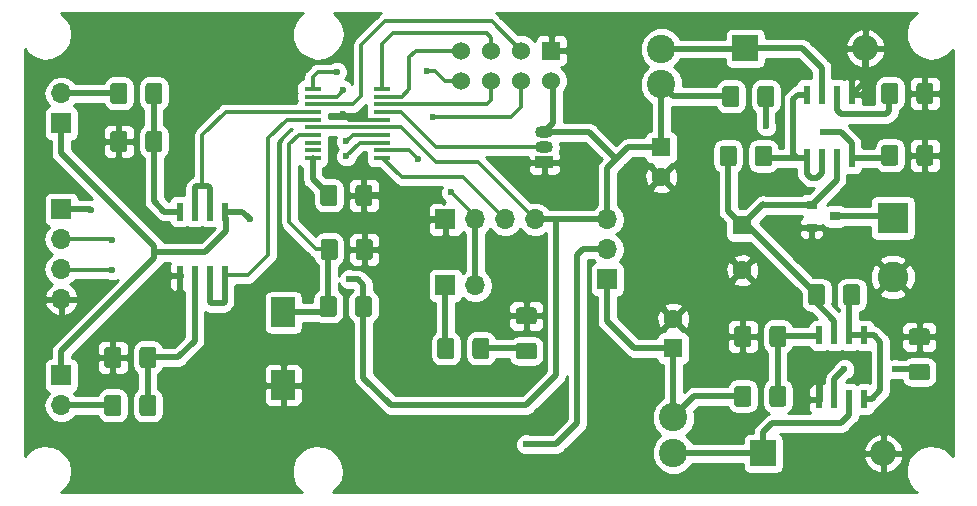
<source format=gbl>
G04 #@! TF.GenerationSoftware,KiCad,Pcbnew,5.0.0*
G04 #@! TF.CreationDate,2018-09-22T16:12:04+03:00*
G04 #@! TF.ProjectId,stm32-hamster,73746D33322D68616D737465722E6B69,rev?*
G04 #@! TF.SameCoordinates,Original*
G04 #@! TF.FileFunction,Copper,L2,Bot*
G04 #@! TF.FilePolarity,Positive*
%FSLAX46Y46*%
G04 Gerber Fmt 4.6, Leading zero omitted, Abs format (unit mm)*
G04 Created by KiCad (PCBNEW 5.0.0) date Sat Sep 22 16:12:04 2018*
%MOMM*%
%LPD*%
G01*
G04 APERTURE LIST*
G04 #@! TA.AperFunction,ComponentPad*
%ADD10O,2.200000X2.200000*%
G04 #@! TD*
G04 #@! TA.AperFunction,ComponentPad*
%ADD11R,2.200000X2.200000*%
G04 #@! TD*
G04 #@! TA.AperFunction,SMDPad,CuDef*
%ADD12R,0.600000X1.550000*%
G04 #@! TD*
G04 #@! TA.AperFunction,ComponentPad*
%ADD13C,2.400000*%
G04 #@! TD*
G04 #@! TA.AperFunction,ComponentPad*
%ADD14R,1.700000X1.700000*%
G04 #@! TD*
G04 #@! TA.AperFunction,ComponentPad*
%ADD15O,1.700000X1.700000*%
G04 #@! TD*
G04 #@! TA.AperFunction,ComponentPad*
%ADD16R,1.600000X1.600000*%
G04 #@! TD*
G04 #@! TA.AperFunction,ComponentPad*
%ADD17C,1.600000*%
G04 #@! TD*
G04 #@! TA.AperFunction,SMDPad,CuDef*
%ADD18R,0.900000X0.800000*%
G04 #@! TD*
G04 #@! TA.AperFunction,Conductor*
%ADD19C,0.150000*%
G04 #@! TD*
G04 #@! TA.AperFunction,SMDPad,CuDef*
%ADD20C,1.425000*%
G04 #@! TD*
G04 #@! TA.AperFunction,SMDPad,CuDef*
%ADD21R,2.000000X2.500000*%
G04 #@! TD*
G04 #@! TA.AperFunction,ComponentPad*
%ADD22O,1.500000X1.050000*%
G04 #@! TD*
G04 #@! TA.AperFunction,ComponentPad*
%ADD23R,1.500000X1.050000*%
G04 #@! TD*
G04 #@! TA.AperFunction,SMDPad,CuDef*
%ADD24R,1.450000X0.450000*%
G04 #@! TD*
G04 #@! TA.AperFunction,ComponentPad*
%ADD25R,1.524000X1.524000*%
G04 #@! TD*
G04 #@! TA.AperFunction,ComponentPad*
%ADD26C,1.524000*%
G04 #@! TD*
G04 #@! TA.AperFunction,ComponentPad*
%ADD27R,2.600000X2.600000*%
G04 #@! TD*
G04 #@! TA.AperFunction,ComponentPad*
%ADD28C,2.600000*%
G04 #@! TD*
G04 #@! TA.AperFunction,ViaPad*
%ADD29C,0.600000*%
G04 #@! TD*
G04 #@! TA.AperFunction,Conductor*
%ADD30C,0.500000*%
G04 #@! TD*
G04 #@! TA.AperFunction,Conductor*
%ADD31C,0.300000*%
G04 #@! TD*
G04 #@! TA.AperFunction,Conductor*
%ADD32C,0.254000*%
G04 #@! TD*
G04 APERTURE END LIST*
D10*
G04 #@! TO.P,D2,2*
G04 #@! TO.N,GND*
X177800000Y-113538000D03*
D11*
G04 #@! TO.P,D2,1*
G04 #@! TO.N,Net-(D2-Pad1)*
X167640000Y-113538000D03*
G04 #@! TD*
D12*
G04 #@! TO.P,U6,1*
G04 #@! TO.N,Net-(U4-Pad6)*
X122047000Y-98458000D03*
G04 #@! TO.P,U6,2*
X120777000Y-98458000D03*
G04 #@! TO.P,U6,3*
G04 #@! TO.N,Net-(R10-Pad2)*
X119507000Y-98458000D03*
G04 #@! TO.P,U6,4*
G04 #@! TO.N,GND*
X118237000Y-98458000D03*
G04 #@! TO.P,U6,5*
G04 #@! TO.N,Net-(R12-Pad2)*
X118237000Y-93058000D03*
G04 #@! TO.P,U6,6*
G04 #@! TO.N,Net-(U4-Pad7)*
X119507000Y-93058000D03*
G04 #@! TO.P,U6,7*
X120777000Y-93058000D03*
G04 #@! TO.P,U6,8*
G04 #@! TO.N,+3V3*
X122047000Y-93058000D03*
G04 #@! TD*
D13*
G04 #@! TO.P,L1,2*
G04 #@! TO.N,+5V*
X160020000Y-110490000D03*
G04 #@! TO.P,L1,1*
G04 #@! TO.N,Net-(D2-Pad1)*
X160020000Y-113490000D03*
G04 #@! TD*
D14*
G04 #@! TO.P,JP2,1*
G04 #@! TO.N,+5V*
X154432000Y-98806000D03*
D15*
G04 #@! TO.P,JP2,2*
G04 #@! TO.N,Net-(J2-Pad1)*
X154432000Y-96266000D03*
G04 #@! TO.P,JP2,3*
G04 #@! TO.N,+3V3*
X154432000Y-93726000D03*
G04 #@! TD*
D16*
G04 #@! TO.P,C1,1*
G04 #@! TO.N,Net-(C1-Pad1)*
X165862000Y-94234000D03*
D17*
G04 #@! TO.P,C1,2*
G04 #@! TO.N,GND*
X165862000Y-98034000D03*
G04 #@! TD*
D18*
G04 #@! TO.P,Q1,1*
G04 #@! TO.N,GND*
X171720000Y-94422000D03*
G04 #@! TO.P,Q1,2*
G04 #@! TO.N,Net-(C1-Pad1)*
X171720000Y-92522000D03*
G04 #@! TO.P,Q1,3*
G04 #@! TO.N,+BATT*
X173720000Y-93472000D03*
G04 #@! TD*
D19*
G04 #@! TO.N,Net-(C2-Pad1)*
G04 #@! TO.C,C2*
G36*
X131370004Y-95392204D02*
X131394273Y-95395804D01*
X131418071Y-95401765D01*
X131441171Y-95410030D01*
X131463349Y-95420520D01*
X131484393Y-95433133D01*
X131504098Y-95447747D01*
X131522277Y-95464223D01*
X131538753Y-95482402D01*
X131553367Y-95502107D01*
X131565980Y-95523151D01*
X131576470Y-95545329D01*
X131584735Y-95568429D01*
X131590696Y-95592227D01*
X131594296Y-95616496D01*
X131595500Y-95641000D01*
X131595500Y-96891000D01*
X131594296Y-96915504D01*
X131590696Y-96939773D01*
X131584735Y-96963571D01*
X131576470Y-96986671D01*
X131565980Y-97008849D01*
X131553367Y-97029893D01*
X131538753Y-97049598D01*
X131522277Y-97067777D01*
X131504098Y-97084253D01*
X131484393Y-97098867D01*
X131463349Y-97111480D01*
X131441171Y-97121970D01*
X131418071Y-97130235D01*
X131394273Y-97136196D01*
X131370004Y-97139796D01*
X131345500Y-97141000D01*
X130420500Y-97141000D01*
X130395996Y-97139796D01*
X130371727Y-97136196D01*
X130347929Y-97130235D01*
X130324829Y-97121970D01*
X130302651Y-97111480D01*
X130281607Y-97098867D01*
X130261902Y-97084253D01*
X130243723Y-97067777D01*
X130227247Y-97049598D01*
X130212633Y-97029893D01*
X130200020Y-97008849D01*
X130189530Y-96986671D01*
X130181265Y-96963571D01*
X130175304Y-96939773D01*
X130171704Y-96915504D01*
X130170500Y-96891000D01*
X130170500Y-95641000D01*
X130171704Y-95616496D01*
X130175304Y-95592227D01*
X130181265Y-95568429D01*
X130189530Y-95545329D01*
X130200020Y-95523151D01*
X130212633Y-95502107D01*
X130227247Y-95482402D01*
X130243723Y-95464223D01*
X130261902Y-95447747D01*
X130281607Y-95433133D01*
X130302651Y-95420520D01*
X130324829Y-95410030D01*
X130347929Y-95401765D01*
X130371727Y-95395804D01*
X130395996Y-95392204D01*
X130420500Y-95391000D01*
X131345500Y-95391000D01*
X131370004Y-95392204D01*
X131370004Y-95392204D01*
G37*
D20*
G04 #@! TD*
G04 #@! TO.P,C2,1*
G04 #@! TO.N,Net-(C2-Pad1)*
X130883000Y-96266000D03*
D19*
G04 #@! TO.N,GND*
G04 #@! TO.C,C2*
G36*
X134345004Y-95392204D02*
X134369273Y-95395804D01*
X134393071Y-95401765D01*
X134416171Y-95410030D01*
X134438349Y-95420520D01*
X134459393Y-95433133D01*
X134479098Y-95447747D01*
X134497277Y-95464223D01*
X134513753Y-95482402D01*
X134528367Y-95502107D01*
X134540980Y-95523151D01*
X134551470Y-95545329D01*
X134559735Y-95568429D01*
X134565696Y-95592227D01*
X134569296Y-95616496D01*
X134570500Y-95641000D01*
X134570500Y-96891000D01*
X134569296Y-96915504D01*
X134565696Y-96939773D01*
X134559735Y-96963571D01*
X134551470Y-96986671D01*
X134540980Y-97008849D01*
X134528367Y-97029893D01*
X134513753Y-97049598D01*
X134497277Y-97067777D01*
X134479098Y-97084253D01*
X134459393Y-97098867D01*
X134438349Y-97111480D01*
X134416171Y-97121970D01*
X134393071Y-97130235D01*
X134369273Y-97136196D01*
X134345004Y-97139796D01*
X134320500Y-97141000D01*
X133395500Y-97141000D01*
X133370996Y-97139796D01*
X133346727Y-97136196D01*
X133322929Y-97130235D01*
X133299829Y-97121970D01*
X133277651Y-97111480D01*
X133256607Y-97098867D01*
X133236902Y-97084253D01*
X133218723Y-97067777D01*
X133202247Y-97049598D01*
X133187633Y-97029893D01*
X133175020Y-97008849D01*
X133164530Y-96986671D01*
X133156265Y-96963571D01*
X133150304Y-96939773D01*
X133146704Y-96915504D01*
X133145500Y-96891000D01*
X133145500Y-95641000D01*
X133146704Y-95616496D01*
X133150304Y-95592227D01*
X133156265Y-95568429D01*
X133164530Y-95545329D01*
X133175020Y-95523151D01*
X133187633Y-95502107D01*
X133202247Y-95482402D01*
X133218723Y-95464223D01*
X133236902Y-95447747D01*
X133256607Y-95433133D01*
X133277651Y-95420520D01*
X133299829Y-95410030D01*
X133322929Y-95401765D01*
X133346727Y-95395804D01*
X133370996Y-95392204D01*
X133395500Y-95391000D01*
X134320500Y-95391000D01*
X134345004Y-95392204D01*
X134345004Y-95392204D01*
G37*
D20*
G04 #@! TD*
G04 #@! TO.P,C2,2*
G04 #@! TO.N,GND*
X133858000Y-96266000D03*
D19*
G04 #@! TO.N,GND*
G04 #@! TO.C,C3*
G36*
X181497504Y-102957204D02*
X181521773Y-102960804D01*
X181545571Y-102966765D01*
X181568671Y-102975030D01*
X181590849Y-102985520D01*
X181611893Y-102998133D01*
X181631598Y-103012747D01*
X181649777Y-103029223D01*
X181666253Y-103047402D01*
X181680867Y-103067107D01*
X181693480Y-103088151D01*
X181703970Y-103110329D01*
X181712235Y-103133429D01*
X181718196Y-103157227D01*
X181721796Y-103181496D01*
X181723000Y-103206000D01*
X181723000Y-104131000D01*
X181721796Y-104155504D01*
X181718196Y-104179773D01*
X181712235Y-104203571D01*
X181703970Y-104226671D01*
X181693480Y-104248849D01*
X181680867Y-104269893D01*
X181666253Y-104289598D01*
X181649777Y-104307777D01*
X181631598Y-104324253D01*
X181611893Y-104338867D01*
X181590849Y-104351480D01*
X181568671Y-104361970D01*
X181545571Y-104370235D01*
X181521773Y-104376196D01*
X181497504Y-104379796D01*
X181473000Y-104381000D01*
X180223000Y-104381000D01*
X180198496Y-104379796D01*
X180174227Y-104376196D01*
X180150429Y-104370235D01*
X180127329Y-104361970D01*
X180105151Y-104351480D01*
X180084107Y-104338867D01*
X180064402Y-104324253D01*
X180046223Y-104307777D01*
X180029747Y-104289598D01*
X180015133Y-104269893D01*
X180002520Y-104248849D01*
X179992030Y-104226671D01*
X179983765Y-104203571D01*
X179977804Y-104179773D01*
X179974204Y-104155504D01*
X179973000Y-104131000D01*
X179973000Y-103206000D01*
X179974204Y-103181496D01*
X179977804Y-103157227D01*
X179983765Y-103133429D01*
X179992030Y-103110329D01*
X180002520Y-103088151D01*
X180015133Y-103067107D01*
X180029747Y-103047402D01*
X180046223Y-103029223D01*
X180064402Y-103012747D01*
X180084107Y-102998133D01*
X180105151Y-102985520D01*
X180127329Y-102975030D01*
X180150429Y-102966765D01*
X180174227Y-102960804D01*
X180198496Y-102957204D01*
X180223000Y-102956000D01*
X181473000Y-102956000D01*
X181497504Y-102957204D01*
X181497504Y-102957204D01*
G37*
D20*
G04 #@! TD*
G04 #@! TO.P,C3,2*
G04 #@! TO.N,GND*
X180848000Y-103668500D03*
D19*
G04 #@! TO.N,Net-(C3-Pad1)*
G04 #@! TO.C,C3*
G36*
X181497504Y-105932204D02*
X181521773Y-105935804D01*
X181545571Y-105941765D01*
X181568671Y-105950030D01*
X181590849Y-105960520D01*
X181611893Y-105973133D01*
X181631598Y-105987747D01*
X181649777Y-106004223D01*
X181666253Y-106022402D01*
X181680867Y-106042107D01*
X181693480Y-106063151D01*
X181703970Y-106085329D01*
X181712235Y-106108429D01*
X181718196Y-106132227D01*
X181721796Y-106156496D01*
X181723000Y-106181000D01*
X181723000Y-107106000D01*
X181721796Y-107130504D01*
X181718196Y-107154773D01*
X181712235Y-107178571D01*
X181703970Y-107201671D01*
X181693480Y-107223849D01*
X181680867Y-107244893D01*
X181666253Y-107264598D01*
X181649777Y-107282777D01*
X181631598Y-107299253D01*
X181611893Y-107313867D01*
X181590849Y-107326480D01*
X181568671Y-107336970D01*
X181545571Y-107345235D01*
X181521773Y-107351196D01*
X181497504Y-107354796D01*
X181473000Y-107356000D01*
X180223000Y-107356000D01*
X180198496Y-107354796D01*
X180174227Y-107351196D01*
X180150429Y-107345235D01*
X180127329Y-107336970D01*
X180105151Y-107326480D01*
X180084107Y-107313867D01*
X180064402Y-107299253D01*
X180046223Y-107282777D01*
X180029747Y-107264598D01*
X180015133Y-107244893D01*
X180002520Y-107223849D01*
X179992030Y-107201671D01*
X179983765Y-107178571D01*
X179977804Y-107154773D01*
X179974204Y-107130504D01*
X179973000Y-107106000D01*
X179973000Y-106181000D01*
X179974204Y-106156496D01*
X179977804Y-106132227D01*
X179983765Y-106108429D01*
X179992030Y-106085329D01*
X180002520Y-106063151D01*
X180015133Y-106042107D01*
X180029747Y-106022402D01*
X180046223Y-106004223D01*
X180064402Y-105987747D01*
X180084107Y-105973133D01*
X180105151Y-105960520D01*
X180127329Y-105950030D01*
X180150429Y-105941765D01*
X180174227Y-105935804D01*
X180198496Y-105932204D01*
X180223000Y-105931000D01*
X181473000Y-105931000D01*
X181497504Y-105932204D01*
X181497504Y-105932204D01*
G37*
D20*
G04 #@! TD*
G04 #@! TO.P,C3,1*
G04 #@! TO.N,Net-(C3-Pad1)*
X180848000Y-106643500D03*
D19*
G04 #@! TO.N,Net-(C4-Pad1)*
G04 #@! TO.C,C4*
G36*
X178831504Y-82184204D02*
X178855773Y-82187804D01*
X178879571Y-82193765D01*
X178902671Y-82202030D01*
X178924849Y-82212520D01*
X178945893Y-82225133D01*
X178965598Y-82239747D01*
X178983777Y-82256223D01*
X179000253Y-82274402D01*
X179014867Y-82294107D01*
X179027480Y-82315151D01*
X179037970Y-82337329D01*
X179046235Y-82360429D01*
X179052196Y-82384227D01*
X179055796Y-82408496D01*
X179057000Y-82433000D01*
X179057000Y-83683000D01*
X179055796Y-83707504D01*
X179052196Y-83731773D01*
X179046235Y-83755571D01*
X179037970Y-83778671D01*
X179027480Y-83800849D01*
X179014867Y-83821893D01*
X179000253Y-83841598D01*
X178983777Y-83859777D01*
X178965598Y-83876253D01*
X178945893Y-83890867D01*
X178924849Y-83903480D01*
X178902671Y-83913970D01*
X178879571Y-83922235D01*
X178855773Y-83928196D01*
X178831504Y-83931796D01*
X178807000Y-83933000D01*
X177882000Y-83933000D01*
X177857496Y-83931796D01*
X177833227Y-83928196D01*
X177809429Y-83922235D01*
X177786329Y-83913970D01*
X177764151Y-83903480D01*
X177743107Y-83890867D01*
X177723402Y-83876253D01*
X177705223Y-83859777D01*
X177688747Y-83841598D01*
X177674133Y-83821893D01*
X177661520Y-83800849D01*
X177651030Y-83778671D01*
X177642765Y-83755571D01*
X177636804Y-83731773D01*
X177633204Y-83707504D01*
X177632000Y-83683000D01*
X177632000Y-82433000D01*
X177633204Y-82408496D01*
X177636804Y-82384227D01*
X177642765Y-82360429D01*
X177651030Y-82337329D01*
X177661520Y-82315151D01*
X177674133Y-82294107D01*
X177688747Y-82274402D01*
X177705223Y-82256223D01*
X177723402Y-82239747D01*
X177743107Y-82225133D01*
X177764151Y-82212520D01*
X177786329Y-82202030D01*
X177809429Y-82193765D01*
X177833227Y-82187804D01*
X177857496Y-82184204D01*
X177882000Y-82183000D01*
X178807000Y-82183000D01*
X178831504Y-82184204D01*
X178831504Y-82184204D01*
G37*
D20*
G04 #@! TD*
G04 #@! TO.P,C4,1*
G04 #@! TO.N,Net-(C4-Pad1)*
X178344500Y-83058000D03*
D19*
G04 #@! TO.N,GND*
G04 #@! TO.C,C4*
G36*
X181806504Y-82184204D02*
X181830773Y-82187804D01*
X181854571Y-82193765D01*
X181877671Y-82202030D01*
X181899849Y-82212520D01*
X181920893Y-82225133D01*
X181940598Y-82239747D01*
X181958777Y-82256223D01*
X181975253Y-82274402D01*
X181989867Y-82294107D01*
X182002480Y-82315151D01*
X182012970Y-82337329D01*
X182021235Y-82360429D01*
X182027196Y-82384227D01*
X182030796Y-82408496D01*
X182032000Y-82433000D01*
X182032000Y-83683000D01*
X182030796Y-83707504D01*
X182027196Y-83731773D01*
X182021235Y-83755571D01*
X182012970Y-83778671D01*
X182002480Y-83800849D01*
X181989867Y-83821893D01*
X181975253Y-83841598D01*
X181958777Y-83859777D01*
X181940598Y-83876253D01*
X181920893Y-83890867D01*
X181899849Y-83903480D01*
X181877671Y-83913970D01*
X181854571Y-83922235D01*
X181830773Y-83928196D01*
X181806504Y-83931796D01*
X181782000Y-83933000D01*
X180857000Y-83933000D01*
X180832496Y-83931796D01*
X180808227Y-83928196D01*
X180784429Y-83922235D01*
X180761329Y-83913970D01*
X180739151Y-83903480D01*
X180718107Y-83890867D01*
X180698402Y-83876253D01*
X180680223Y-83859777D01*
X180663747Y-83841598D01*
X180649133Y-83821893D01*
X180636520Y-83800849D01*
X180626030Y-83778671D01*
X180617765Y-83755571D01*
X180611804Y-83731773D01*
X180608204Y-83707504D01*
X180607000Y-83683000D01*
X180607000Y-82433000D01*
X180608204Y-82408496D01*
X180611804Y-82384227D01*
X180617765Y-82360429D01*
X180626030Y-82337329D01*
X180636520Y-82315151D01*
X180649133Y-82294107D01*
X180663747Y-82274402D01*
X180680223Y-82256223D01*
X180698402Y-82239747D01*
X180718107Y-82225133D01*
X180739151Y-82212520D01*
X180761329Y-82202030D01*
X180784429Y-82193765D01*
X180808227Y-82187804D01*
X180832496Y-82184204D01*
X180857000Y-82183000D01*
X181782000Y-82183000D01*
X181806504Y-82184204D01*
X181806504Y-82184204D01*
G37*
D20*
G04 #@! TD*
G04 #@! TO.P,C4,2*
G04 #@! TO.N,GND*
X181319500Y-83058000D03*
D17*
G04 #@! TO.P,C5,2*
G04 #@! TO.N,GND*
X160020000Y-102148000D03*
D16*
G04 #@! TO.P,C5,1*
G04 #@! TO.N,+5V*
X160020000Y-104648000D03*
G04 #@! TD*
G04 #@! TO.P,C6,1*
G04 #@! TO.N,+3V3*
X159004000Y-87630000D03*
D17*
G04 #@! TO.P,C6,2*
G04 #@! TO.N,GND*
X159004000Y-90130000D03*
G04 #@! TD*
D19*
G04 #@! TO.N,Net-(D1-Pad1)*
G04 #@! TO.C,D1*
G36*
X144214504Y-103774204D02*
X144238773Y-103777804D01*
X144262571Y-103783765D01*
X144285671Y-103792030D01*
X144307849Y-103802520D01*
X144328893Y-103815133D01*
X144348598Y-103829747D01*
X144366777Y-103846223D01*
X144383253Y-103864402D01*
X144397867Y-103884107D01*
X144410480Y-103905151D01*
X144420970Y-103927329D01*
X144429235Y-103950429D01*
X144435196Y-103974227D01*
X144438796Y-103998496D01*
X144440000Y-104023000D01*
X144440000Y-105273000D01*
X144438796Y-105297504D01*
X144435196Y-105321773D01*
X144429235Y-105345571D01*
X144420970Y-105368671D01*
X144410480Y-105390849D01*
X144397867Y-105411893D01*
X144383253Y-105431598D01*
X144366777Y-105449777D01*
X144348598Y-105466253D01*
X144328893Y-105480867D01*
X144307849Y-105493480D01*
X144285671Y-105503970D01*
X144262571Y-105512235D01*
X144238773Y-105518196D01*
X144214504Y-105521796D01*
X144190000Y-105523000D01*
X143265000Y-105523000D01*
X143240496Y-105521796D01*
X143216227Y-105518196D01*
X143192429Y-105512235D01*
X143169329Y-105503970D01*
X143147151Y-105493480D01*
X143126107Y-105480867D01*
X143106402Y-105466253D01*
X143088223Y-105449777D01*
X143071747Y-105431598D01*
X143057133Y-105411893D01*
X143044520Y-105390849D01*
X143034030Y-105368671D01*
X143025765Y-105345571D01*
X143019804Y-105321773D01*
X143016204Y-105297504D01*
X143015000Y-105273000D01*
X143015000Y-104023000D01*
X143016204Y-103998496D01*
X143019804Y-103974227D01*
X143025765Y-103950429D01*
X143034030Y-103927329D01*
X143044520Y-103905151D01*
X143057133Y-103884107D01*
X143071747Y-103864402D01*
X143088223Y-103846223D01*
X143106402Y-103829747D01*
X143126107Y-103815133D01*
X143147151Y-103802520D01*
X143169329Y-103792030D01*
X143192429Y-103783765D01*
X143216227Y-103777804D01*
X143240496Y-103774204D01*
X143265000Y-103773000D01*
X144190000Y-103773000D01*
X144214504Y-103774204D01*
X144214504Y-103774204D01*
G37*
D20*
G04 #@! TD*
G04 #@! TO.P,D1,1*
G04 #@! TO.N,Net-(D1-Pad1)*
X143727500Y-104648000D03*
D19*
G04 #@! TO.N,Net-(D1-Pad2)*
G04 #@! TO.C,D1*
G36*
X141239504Y-103774204D02*
X141263773Y-103777804D01*
X141287571Y-103783765D01*
X141310671Y-103792030D01*
X141332849Y-103802520D01*
X141353893Y-103815133D01*
X141373598Y-103829747D01*
X141391777Y-103846223D01*
X141408253Y-103864402D01*
X141422867Y-103884107D01*
X141435480Y-103905151D01*
X141445970Y-103927329D01*
X141454235Y-103950429D01*
X141460196Y-103974227D01*
X141463796Y-103998496D01*
X141465000Y-104023000D01*
X141465000Y-105273000D01*
X141463796Y-105297504D01*
X141460196Y-105321773D01*
X141454235Y-105345571D01*
X141445970Y-105368671D01*
X141435480Y-105390849D01*
X141422867Y-105411893D01*
X141408253Y-105431598D01*
X141391777Y-105449777D01*
X141373598Y-105466253D01*
X141353893Y-105480867D01*
X141332849Y-105493480D01*
X141310671Y-105503970D01*
X141287571Y-105512235D01*
X141263773Y-105518196D01*
X141239504Y-105521796D01*
X141215000Y-105523000D01*
X140290000Y-105523000D01*
X140265496Y-105521796D01*
X140241227Y-105518196D01*
X140217429Y-105512235D01*
X140194329Y-105503970D01*
X140172151Y-105493480D01*
X140151107Y-105480867D01*
X140131402Y-105466253D01*
X140113223Y-105449777D01*
X140096747Y-105431598D01*
X140082133Y-105411893D01*
X140069520Y-105390849D01*
X140059030Y-105368671D01*
X140050765Y-105345571D01*
X140044804Y-105321773D01*
X140041204Y-105297504D01*
X140040000Y-105273000D01*
X140040000Y-104023000D01*
X140041204Y-103998496D01*
X140044804Y-103974227D01*
X140050765Y-103950429D01*
X140059030Y-103927329D01*
X140069520Y-103905151D01*
X140082133Y-103884107D01*
X140096747Y-103864402D01*
X140113223Y-103846223D01*
X140131402Y-103829747D01*
X140151107Y-103815133D01*
X140172151Y-103802520D01*
X140194329Y-103792030D01*
X140217429Y-103783765D01*
X140241227Y-103777804D01*
X140265496Y-103774204D01*
X140290000Y-103773000D01*
X141215000Y-103773000D01*
X141239504Y-103774204D01*
X141239504Y-103774204D01*
G37*
D20*
G04 #@! TD*
G04 #@! TO.P,D1,2*
G04 #@! TO.N,Net-(D1-Pad2)*
X140752500Y-104648000D03*
D11*
G04 #@! TO.P,D3,1*
G04 #@! TO.N,Net-(D3-Pad1)*
X166116000Y-79248000D03*
D10*
G04 #@! TO.P,D3,2*
G04 #@! TO.N,GND*
X176276000Y-79248000D03*
G04 #@! TD*
D14*
G04 #@! TO.P,J1,1*
G04 #@! TO.N,GND*
X140716000Y-93726000D03*
D15*
G04 #@! TO.P,J1,2*
G04 #@! TO.N,Net-(J1-Pad2)*
X143256000Y-93726000D03*
G04 #@! TO.P,J1,3*
G04 #@! TO.N,Net-(J1-Pad3)*
X145796000Y-93726000D03*
G04 #@! TO.P,J1,4*
G04 #@! TO.N,+3V3*
X148336000Y-93726000D03*
G04 #@! TD*
D14*
G04 #@! TO.P,J2,1*
G04 #@! TO.N,Net-(J2-Pad1)*
X108200000Y-92870000D03*
D15*
G04 #@! TO.P,J2,2*
G04 #@! TO.N,Net-(J2-Pad2)*
X108200000Y-95410000D03*
G04 #@! TO.P,J2,3*
G04 #@! TO.N,Net-(J2-Pad3)*
X108200000Y-97950000D03*
G04 #@! TO.P,J2,4*
G04 #@! TO.N,GND*
X108200000Y-100490000D03*
G04 #@! TD*
D14*
G04 #@! TO.P,JP1,1*
G04 #@! TO.N,Net-(D1-Pad2)*
X140716000Y-99314000D03*
D15*
G04 #@! TO.P,JP1,2*
G04 #@! TO.N,Net-(J1-Pad2)*
X143256000Y-99314000D03*
G04 #@! TD*
D13*
G04 #@! TO.P,L2,1*
G04 #@! TO.N,Net-(D3-Pad1)*
X159004000Y-79296000D03*
G04 #@! TO.P,L2,2*
G04 #@! TO.N,+3V3*
X159004000Y-82296000D03*
G04 #@! TD*
D19*
G04 #@! TO.N,+3V3*
G04 #@! TO.C,R1*
G36*
X134272004Y-100218204D02*
X134296273Y-100221804D01*
X134320071Y-100227765D01*
X134343171Y-100236030D01*
X134365349Y-100246520D01*
X134386393Y-100259133D01*
X134406098Y-100273747D01*
X134424277Y-100290223D01*
X134440753Y-100308402D01*
X134455367Y-100328107D01*
X134467980Y-100349151D01*
X134478470Y-100371329D01*
X134486735Y-100394429D01*
X134492696Y-100418227D01*
X134496296Y-100442496D01*
X134497500Y-100467000D01*
X134497500Y-101717000D01*
X134496296Y-101741504D01*
X134492696Y-101765773D01*
X134486735Y-101789571D01*
X134478470Y-101812671D01*
X134467980Y-101834849D01*
X134455367Y-101855893D01*
X134440753Y-101875598D01*
X134424277Y-101893777D01*
X134406098Y-101910253D01*
X134386393Y-101924867D01*
X134365349Y-101937480D01*
X134343171Y-101947970D01*
X134320071Y-101956235D01*
X134296273Y-101962196D01*
X134272004Y-101965796D01*
X134247500Y-101967000D01*
X133322500Y-101967000D01*
X133297996Y-101965796D01*
X133273727Y-101962196D01*
X133249929Y-101956235D01*
X133226829Y-101947970D01*
X133204651Y-101937480D01*
X133183607Y-101924867D01*
X133163902Y-101910253D01*
X133145723Y-101893777D01*
X133129247Y-101875598D01*
X133114633Y-101855893D01*
X133102020Y-101834849D01*
X133091530Y-101812671D01*
X133083265Y-101789571D01*
X133077304Y-101765773D01*
X133073704Y-101741504D01*
X133072500Y-101717000D01*
X133072500Y-100467000D01*
X133073704Y-100442496D01*
X133077304Y-100418227D01*
X133083265Y-100394429D01*
X133091530Y-100371329D01*
X133102020Y-100349151D01*
X133114633Y-100328107D01*
X133129247Y-100308402D01*
X133145723Y-100290223D01*
X133163902Y-100273747D01*
X133183607Y-100259133D01*
X133204651Y-100246520D01*
X133226829Y-100236030D01*
X133249929Y-100227765D01*
X133273727Y-100221804D01*
X133297996Y-100218204D01*
X133322500Y-100217000D01*
X134247500Y-100217000D01*
X134272004Y-100218204D01*
X134272004Y-100218204D01*
G37*
D20*
G04 #@! TD*
G04 #@! TO.P,R1,1*
G04 #@! TO.N,+3V3*
X133785000Y-101092000D03*
D19*
G04 #@! TO.N,Net-(C2-Pad1)*
G04 #@! TO.C,R1*
G36*
X131297004Y-100218204D02*
X131321273Y-100221804D01*
X131345071Y-100227765D01*
X131368171Y-100236030D01*
X131390349Y-100246520D01*
X131411393Y-100259133D01*
X131431098Y-100273747D01*
X131449277Y-100290223D01*
X131465753Y-100308402D01*
X131480367Y-100328107D01*
X131492980Y-100349151D01*
X131503470Y-100371329D01*
X131511735Y-100394429D01*
X131517696Y-100418227D01*
X131521296Y-100442496D01*
X131522500Y-100467000D01*
X131522500Y-101717000D01*
X131521296Y-101741504D01*
X131517696Y-101765773D01*
X131511735Y-101789571D01*
X131503470Y-101812671D01*
X131492980Y-101834849D01*
X131480367Y-101855893D01*
X131465753Y-101875598D01*
X131449277Y-101893777D01*
X131431098Y-101910253D01*
X131411393Y-101924867D01*
X131390349Y-101937480D01*
X131368171Y-101947970D01*
X131345071Y-101956235D01*
X131321273Y-101962196D01*
X131297004Y-101965796D01*
X131272500Y-101967000D01*
X130347500Y-101967000D01*
X130322996Y-101965796D01*
X130298727Y-101962196D01*
X130274929Y-101956235D01*
X130251829Y-101947970D01*
X130229651Y-101937480D01*
X130208607Y-101924867D01*
X130188902Y-101910253D01*
X130170723Y-101893777D01*
X130154247Y-101875598D01*
X130139633Y-101855893D01*
X130127020Y-101834849D01*
X130116530Y-101812671D01*
X130108265Y-101789571D01*
X130102304Y-101765773D01*
X130098704Y-101741504D01*
X130097500Y-101717000D01*
X130097500Y-100467000D01*
X130098704Y-100442496D01*
X130102304Y-100418227D01*
X130108265Y-100394429D01*
X130116530Y-100371329D01*
X130127020Y-100349151D01*
X130139633Y-100328107D01*
X130154247Y-100308402D01*
X130170723Y-100290223D01*
X130188902Y-100273747D01*
X130208607Y-100259133D01*
X130229651Y-100246520D01*
X130251829Y-100236030D01*
X130274929Y-100227765D01*
X130298727Y-100221804D01*
X130322996Y-100218204D01*
X130347500Y-100217000D01*
X131272500Y-100217000D01*
X131297004Y-100218204D01*
X131297004Y-100218204D01*
G37*
D20*
G04 #@! TD*
G04 #@! TO.P,R1,2*
G04 #@! TO.N,Net-(C2-Pad1)*
X130810000Y-101092000D03*
D19*
G04 #@! TO.N,Net-(D1-Pad1)*
G04 #@! TO.C,R2*
G36*
X148223504Y-104154204D02*
X148247773Y-104157804D01*
X148271571Y-104163765D01*
X148294671Y-104172030D01*
X148316849Y-104182520D01*
X148337893Y-104195133D01*
X148357598Y-104209747D01*
X148375777Y-104226223D01*
X148392253Y-104244402D01*
X148406867Y-104264107D01*
X148419480Y-104285151D01*
X148429970Y-104307329D01*
X148438235Y-104330429D01*
X148444196Y-104354227D01*
X148447796Y-104378496D01*
X148449000Y-104403000D01*
X148449000Y-105328000D01*
X148447796Y-105352504D01*
X148444196Y-105376773D01*
X148438235Y-105400571D01*
X148429970Y-105423671D01*
X148419480Y-105445849D01*
X148406867Y-105466893D01*
X148392253Y-105486598D01*
X148375777Y-105504777D01*
X148357598Y-105521253D01*
X148337893Y-105535867D01*
X148316849Y-105548480D01*
X148294671Y-105558970D01*
X148271571Y-105567235D01*
X148247773Y-105573196D01*
X148223504Y-105576796D01*
X148199000Y-105578000D01*
X146949000Y-105578000D01*
X146924496Y-105576796D01*
X146900227Y-105573196D01*
X146876429Y-105567235D01*
X146853329Y-105558970D01*
X146831151Y-105548480D01*
X146810107Y-105535867D01*
X146790402Y-105521253D01*
X146772223Y-105504777D01*
X146755747Y-105486598D01*
X146741133Y-105466893D01*
X146728520Y-105445849D01*
X146718030Y-105423671D01*
X146709765Y-105400571D01*
X146703804Y-105376773D01*
X146700204Y-105352504D01*
X146699000Y-105328000D01*
X146699000Y-104403000D01*
X146700204Y-104378496D01*
X146703804Y-104354227D01*
X146709765Y-104330429D01*
X146718030Y-104307329D01*
X146728520Y-104285151D01*
X146741133Y-104264107D01*
X146755747Y-104244402D01*
X146772223Y-104226223D01*
X146790402Y-104209747D01*
X146810107Y-104195133D01*
X146831151Y-104182520D01*
X146853329Y-104172030D01*
X146876429Y-104163765D01*
X146900227Y-104157804D01*
X146924496Y-104154204D01*
X146949000Y-104153000D01*
X148199000Y-104153000D01*
X148223504Y-104154204D01*
X148223504Y-104154204D01*
G37*
D20*
G04 #@! TD*
G04 #@! TO.P,R2,1*
G04 #@! TO.N,Net-(D1-Pad1)*
X147574000Y-104865500D03*
D19*
G04 #@! TO.N,GND*
G04 #@! TO.C,R2*
G36*
X148223504Y-101179204D02*
X148247773Y-101182804D01*
X148271571Y-101188765D01*
X148294671Y-101197030D01*
X148316849Y-101207520D01*
X148337893Y-101220133D01*
X148357598Y-101234747D01*
X148375777Y-101251223D01*
X148392253Y-101269402D01*
X148406867Y-101289107D01*
X148419480Y-101310151D01*
X148429970Y-101332329D01*
X148438235Y-101355429D01*
X148444196Y-101379227D01*
X148447796Y-101403496D01*
X148449000Y-101428000D01*
X148449000Y-102353000D01*
X148447796Y-102377504D01*
X148444196Y-102401773D01*
X148438235Y-102425571D01*
X148429970Y-102448671D01*
X148419480Y-102470849D01*
X148406867Y-102491893D01*
X148392253Y-102511598D01*
X148375777Y-102529777D01*
X148357598Y-102546253D01*
X148337893Y-102560867D01*
X148316849Y-102573480D01*
X148294671Y-102583970D01*
X148271571Y-102592235D01*
X148247773Y-102598196D01*
X148223504Y-102601796D01*
X148199000Y-102603000D01*
X146949000Y-102603000D01*
X146924496Y-102601796D01*
X146900227Y-102598196D01*
X146876429Y-102592235D01*
X146853329Y-102583970D01*
X146831151Y-102573480D01*
X146810107Y-102560867D01*
X146790402Y-102546253D01*
X146772223Y-102529777D01*
X146755747Y-102511598D01*
X146741133Y-102491893D01*
X146728520Y-102470849D01*
X146718030Y-102448671D01*
X146709765Y-102425571D01*
X146703804Y-102401773D01*
X146700204Y-102377504D01*
X146699000Y-102353000D01*
X146699000Y-101428000D01*
X146700204Y-101403496D01*
X146703804Y-101379227D01*
X146709765Y-101355429D01*
X146718030Y-101332329D01*
X146728520Y-101310151D01*
X146741133Y-101289107D01*
X146755747Y-101269402D01*
X146772223Y-101251223D01*
X146790402Y-101234747D01*
X146810107Y-101220133D01*
X146831151Y-101207520D01*
X146853329Y-101197030D01*
X146876429Y-101188765D01*
X146900227Y-101182804D01*
X146924496Y-101179204D01*
X146949000Y-101178000D01*
X148199000Y-101178000D01*
X148223504Y-101179204D01*
X148223504Y-101179204D01*
G37*
D20*
G04 #@! TD*
G04 #@! TO.P,R2,2*
G04 #@! TO.N,GND*
X147574000Y-101890500D03*
D19*
G04 #@! TO.N,GND*
G04 #@! TO.C,R3*
G36*
X134308504Y-90820204D02*
X134332773Y-90823804D01*
X134356571Y-90829765D01*
X134379671Y-90838030D01*
X134401849Y-90848520D01*
X134422893Y-90861133D01*
X134442598Y-90875747D01*
X134460777Y-90892223D01*
X134477253Y-90910402D01*
X134491867Y-90930107D01*
X134504480Y-90951151D01*
X134514970Y-90973329D01*
X134523235Y-90996429D01*
X134529196Y-91020227D01*
X134532796Y-91044496D01*
X134534000Y-91069000D01*
X134534000Y-92319000D01*
X134532796Y-92343504D01*
X134529196Y-92367773D01*
X134523235Y-92391571D01*
X134514970Y-92414671D01*
X134504480Y-92436849D01*
X134491867Y-92457893D01*
X134477253Y-92477598D01*
X134460777Y-92495777D01*
X134442598Y-92512253D01*
X134422893Y-92526867D01*
X134401849Y-92539480D01*
X134379671Y-92549970D01*
X134356571Y-92558235D01*
X134332773Y-92564196D01*
X134308504Y-92567796D01*
X134284000Y-92569000D01*
X133359000Y-92569000D01*
X133334496Y-92567796D01*
X133310227Y-92564196D01*
X133286429Y-92558235D01*
X133263329Y-92549970D01*
X133241151Y-92539480D01*
X133220107Y-92526867D01*
X133200402Y-92512253D01*
X133182223Y-92495777D01*
X133165747Y-92477598D01*
X133151133Y-92457893D01*
X133138520Y-92436849D01*
X133128030Y-92414671D01*
X133119765Y-92391571D01*
X133113804Y-92367773D01*
X133110204Y-92343504D01*
X133109000Y-92319000D01*
X133109000Y-91069000D01*
X133110204Y-91044496D01*
X133113804Y-91020227D01*
X133119765Y-90996429D01*
X133128030Y-90973329D01*
X133138520Y-90951151D01*
X133151133Y-90930107D01*
X133165747Y-90910402D01*
X133182223Y-90892223D01*
X133200402Y-90875747D01*
X133220107Y-90861133D01*
X133241151Y-90848520D01*
X133263329Y-90838030D01*
X133286429Y-90829765D01*
X133310227Y-90823804D01*
X133334496Y-90820204D01*
X133359000Y-90819000D01*
X134284000Y-90819000D01*
X134308504Y-90820204D01*
X134308504Y-90820204D01*
G37*
D20*
G04 #@! TD*
G04 #@! TO.P,R3,2*
G04 #@! TO.N,GND*
X133821500Y-91694000D03*
D19*
G04 #@! TO.N,Net-(R3-Pad1)*
G04 #@! TO.C,R3*
G36*
X131333504Y-90820204D02*
X131357773Y-90823804D01*
X131381571Y-90829765D01*
X131404671Y-90838030D01*
X131426849Y-90848520D01*
X131447893Y-90861133D01*
X131467598Y-90875747D01*
X131485777Y-90892223D01*
X131502253Y-90910402D01*
X131516867Y-90930107D01*
X131529480Y-90951151D01*
X131539970Y-90973329D01*
X131548235Y-90996429D01*
X131554196Y-91020227D01*
X131557796Y-91044496D01*
X131559000Y-91069000D01*
X131559000Y-92319000D01*
X131557796Y-92343504D01*
X131554196Y-92367773D01*
X131548235Y-92391571D01*
X131539970Y-92414671D01*
X131529480Y-92436849D01*
X131516867Y-92457893D01*
X131502253Y-92477598D01*
X131485777Y-92495777D01*
X131467598Y-92512253D01*
X131447893Y-92526867D01*
X131426849Y-92539480D01*
X131404671Y-92549970D01*
X131381571Y-92558235D01*
X131357773Y-92564196D01*
X131333504Y-92567796D01*
X131309000Y-92569000D01*
X130384000Y-92569000D01*
X130359496Y-92567796D01*
X130335227Y-92564196D01*
X130311429Y-92558235D01*
X130288329Y-92549970D01*
X130266151Y-92539480D01*
X130245107Y-92526867D01*
X130225402Y-92512253D01*
X130207223Y-92495777D01*
X130190747Y-92477598D01*
X130176133Y-92457893D01*
X130163520Y-92436849D01*
X130153030Y-92414671D01*
X130144765Y-92391571D01*
X130138804Y-92367773D01*
X130135204Y-92343504D01*
X130134000Y-92319000D01*
X130134000Y-91069000D01*
X130135204Y-91044496D01*
X130138804Y-91020227D01*
X130144765Y-90996429D01*
X130153030Y-90973329D01*
X130163520Y-90951151D01*
X130176133Y-90930107D01*
X130190747Y-90910402D01*
X130207223Y-90892223D01*
X130225402Y-90875747D01*
X130245107Y-90861133D01*
X130266151Y-90848520D01*
X130288329Y-90838030D01*
X130311429Y-90829765D01*
X130335227Y-90823804D01*
X130359496Y-90820204D01*
X130384000Y-90819000D01*
X131309000Y-90819000D01*
X131333504Y-90820204D01*
X131333504Y-90820204D01*
G37*
D20*
G04 #@! TD*
G04 #@! TO.P,R3,1*
G04 #@! TO.N,Net-(R3-Pad1)*
X130846500Y-91694000D03*
D19*
G04 #@! TO.N,Net-(R4-Pad1)*
G04 #@! TO.C,R4*
G36*
X169360504Y-102758204D02*
X169384773Y-102761804D01*
X169408571Y-102767765D01*
X169431671Y-102776030D01*
X169453849Y-102786520D01*
X169474893Y-102799133D01*
X169494598Y-102813747D01*
X169512777Y-102830223D01*
X169529253Y-102848402D01*
X169543867Y-102868107D01*
X169556480Y-102889151D01*
X169566970Y-102911329D01*
X169575235Y-102934429D01*
X169581196Y-102958227D01*
X169584796Y-102982496D01*
X169586000Y-103007000D01*
X169586000Y-104257000D01*
X169584796Y-104281504D01*
X169581196Y-104305773D01*
X169575235Y-104329571D01*
X169566970Y-104352671D01*
X169556480Y-104374849D01*
X169543867Y-104395893D01*
X169529253Y-104415598D01*
X169512777Y-104433777D01*
X169494598Y-104450253D01*
X169474893Y-104464867D01*
X169453849Y-104477480D01*
X169431671Y-104487970D01*
X169408571Y-104496235D01*
X169384773Y-104502196D01*
X169360504Y-104505796D01*
X169336000Y-104507000D01*
X168411000Y-104507000D01*
X168386496Y-104505796D01*
X168362227Y-104502196D01*
X168338429Y-104496235D01*
X168315329Y-104487970D01*
X168293151Y-104477480D01*
X168272107Y-104464867D01*
X168252402Y-104450253D01*
X168234223Y-104433777D01*
X168217747Y-104415598D01*
X168203133Y-104395893D01*
X168190520Y-104374849D01*
X168180030Y-104352671D01*
X168171765Y-104329571D01*
X168165804Y-104305773D01*
X168162204Y-104281504D01*
X168161000Y-104257000D01*
X168161000Y-103007000D01*
X168162204Y-102982496D01*
X168165804Y-102958227D01*
X168171765Y-102934429D01*
X168180030Y-102911329D01*
X168190520Y-102889151D01*
X168203133Y-102868107D01*
X168217747Y-102848402D01*
X168234223Y-102830223D01*
X168252402Y-102813747D01*
X168272107Y-102799133D01*
X168293151Y-102786520D01*
X168315329Y-102776030D01*
X168338429Y-102767765D01*
X168362227Y-102761804D01*
X168386496Y-102758204D01*
X168411000Y-102757000D01*
X169336000Y-102757000D01*
X169360504Y-102758204D01*
X169360504Y-102758204D01*
G37*
D20*
G04 #@! TD*
G04 #@! TO.P,R4,1*
G04 #@! TO.N,Net-(R4-Pad1)*
X168873500Y-103632000D03*
D19*
G04 #@! TO.N,GND*
G04 #@! TO.C,R4*
G36*
X166385504Y-102758204D02*
X166409773Y-102761804D01*
X166433571Y-102767765D01*
X166456671Y-102776030D01*
X166478849Y-102786520D01*
X166499893Y-102799133D01*
X166519598Y-102813747D01*
X166537777Y-102830223D01*
X166554253Y-102848402D01*
X166568867Y-102868107D01*
X166581480Y-102889151D01*
X166591970Y-102911329D01*
X166600235Y-102934429D01*
X166606196Y-102958227D01*
X166609796Y-102982496D01*
X166611000Y-103007000D01*
X166611000Y-104257000D01*
X166609796Y-104281504D01*
X166606196Y-104305773D01*
X166600235Y-104329571D01*
X166591970Y-104352671D01*
X166581480Y-104374849D01*
X166568867Y-104395893D01*
X166554253Y-104415598D01*
X166537777Y-104433777D01*
X166519598Y-104450253D01*
X166499893Y-104464867D01*
X166478849Y-104477480D01*
X166456671Y-104487970D01*
X166433571Y-104496235D01*
X166409773Y-104502196D01*
X166385504Y-104505796D01*
X166361000Y-104507000D01*
X165436000Y-104507000D01*
X165411496Y-104505796D01*
X165387227Y-104502196D01*
X165363429Y-104496235D01*
X165340329Y-104487970D01*
X165318151Y-104477480D01*
X165297107Y-104464867D01*
X165277402Y-104450253D01*
X165259223Y-104433777D01*
X165242747Y-104415598D01*
X165228133Y-104395893D01*
X165215520Y-104374849D01*
X165205030Y-104352671D01*
X165196765Y-104329571D01*
X165190804Y-104305773D01*
X165187204Y-104281504D01*
X165186000Y-104257000D01*
X165186000Y-103007000D01*
X165187204Y-102982496D01*
X165190804Y-102958227D01*
X165196765Y-102934429D01*
X165205030Y-102911329D01*
X165215520Y-102889151D01*
X165228133Y-102868107D01*
X165242747Y-102848402D01*
X165259223Y-102830223D01*
X165277402Y-102813747D01*
X165297107Y-102799133D01*
X165318151Y-102786520D01*
X165340329Y-102776030D01*
X165363429Y-102767765D01*
X165387227Y-102761804D01*
X165411496Y-102758204D01*
X165436000Y-102757000D01*
X166361000Y-102757000D01*
X166385504Y-102758204D01*
X166385504Y-102758204D01*
G37*
D20*
G04 #@! TD*
G04 #@! TO.P,R4,2*
G04 #@! TO.N,GND*
X165898500Y-103632000D03*
D19*
G04 #@! TO.N,Net-(R5-Pad1)*
G04 #@! TO.C,R5*
G36*
X178831504Y-87426204D02*
X178855773Y-87429804D01*
X178879571Y-87435765D01*
X178902671Y-87444030D01*
X178924849Y-87454520D01*
X178945893Y-87467133D01*
X178965598Y-87481747D01*
X178983777Y-87498223D01*
X179000253Y-87516402D01*
X179014867Y-87536107D01*
X179027480Y-87557151D01*
X179037970Y-87579329D01*
X179046235Y-87602429D01*
X179052196Y-87626227D01*
X179055796Y-87650496D01*
X179057000Y-87675000D01*
X179057000Y-88925000D01*
X179055796Y-88949504D01*
X179052196Y-88973773D01*
X179046235Y-88997571D01*
X179037970Y-89020671D01*
X179027480Y-89042849D01*
X179014867Y-89063893D01*
X179000253Y-89083598D01*
X178983777Y-89101777D01*
X178965598Y-89118253D01*
X178945893Y-89132867D01*
X178924849Y-89145480D01*
X178902671Y-89155970D01*
X178879571Y-89164235D01*
X178855773Y-89170196D01*
X178831504Y-89173796D01*
X178807000Y-89175000D01*
X177882000Y-89175000D01*
X177857496Y-89173796D01*
X177833227Y-89170196D01*
X177809429Y-89164235D01*
X177786329Y-89155970D01*
X177764151Y-89145480D01*
X177743107Y-89132867D01*
X177723402Y-89118253D01*
X177705223Y-89101777D01*
X177688747Y-89083598D01*
X177674133Y-89063893D01*
X177661520Y-89042849D01*
X177651030Y-89020671D01*
X177642765Y-88997571D01*
X177636804Y-88973773D01*
X177633204Y-88949504D01*
X177632000Y-88925000D01*
X177632000Y-87675000D01*
X177633204Y-87650496D01*
X177636804Y-87626227D01*
X177642765Y-87602429D01*
X177651030Y-87579329D01*
X177661520Y-87557151D01*
X177674133Y-87536107D01*
X177688747Y-87516402D01*
X177705223Y-87498223D01*
X177723402Y-87481747D01*
X177743107Y-87467133D01*
X177764151Y-87454520D01*
X177786329Y-87444030D01*
X177809429Y-87435765D01*
X177833227Y-87429804D01*
X177857496Y-87426204D01*
X177882000Y-87425000D01*
X178807000Y-87425000D01*
X178831504Y-87426204D01*
X178831504Y-87426204D01*
G37*
D20*
G04 #@! TD*
G04 #@! TO.P,R5,1*
G04 #@! TO.N,Net-(R5-Pad1)*
X178344500Y-88300000D03*
D19*
G04 #@! TO.N,GND*
G04 #@! TO.C,R5*
G36*
X181806504Y-87426204D02*
X181830773Y-87429804D01*
X181854571Y-87435765D01*
X181877671Y-87444030D01*
X181899849Y-87454520D01*
X181920893Y-87467133D01*
X181940598Y-87481747D01*
X181958777Y-87498223D01*
X181975253Y-87516402D01*
X181989867Y-87536107D01*
X182002480Y-87557151D01*
X182012970Y-87579329D01*
X182021235Y-87602429D01*
X182027196Y-87626227D01*
X182030796Y-87650496D01*
X182032000Y-87675000D01*
X182032000Y-88925000D01*
X182030796Y-88949504D01*
X182027196Y-88973773D01*
X182021235Y-88997571D01*
X182012970Y-89020671D01*
X182002480Y-89042849D01*
X181989867Y-89063893D01*
X181975253Y-89083598D01*
X181958777Y-89101777D01*
X181940598Y-89118253D01*
X181920893Y-89132867D01*
X181899849Y-89145480D01*
X181877671Y-89155970D01*
X181854571Y-89164235D01*
X181830773Y-89170196D01*
X181806504Y-89173796D01*
X181782000Y-89175000D01*
X180857000Y-89175000D01*
X180832496Y-89173796D01*
X180808227Y-89170196D01*
X180784429Y-89164235D01*
X180761329Y-89155970D01*
X180739151Y-89145480D01*
X180718107Y-89132867D01*
X180698402Y-89118253D01*
X180680223Y-89101777D01*
X180663747Y-89083598D01*
X180649133Y-89063893D01*
X180636520Y-89042849D01*
X180626030Y-89020671D01*
X180617765Y-88997571D01*
X180611804Y-88973773D01*
X180608204Y-88949504D01*
X180607000Y-88925000D01*
X180607000Y-87675000D01*
X180608204Y-87650496D01*
X180611804Y-87626227D01*
X180617765Y-87602429D01*
X180626030Y-87579329D01*
X180636520Y-87557151D01*
X180649133Y-87536107D01*
X180663747Y-87516402D01*
X180680223Y-87498223D01*
X180698402Y-87481747D01*
X180718107Y-87467133D01*
X180739151Y-87454520D01*
X180761329Y-87444030D01*
X180784429Y-87435765D01*
X180808227Y-87429804D01*
X180832496Y-87426204D01*
X180857000Y-87425000D01*
X181782000Y-87425000D01*
X181806504Y-87426204D01*
X181806504Y-87426204D01*
G37*
D20*
G04 #@! TD*
G04 #@! TO.P,R5,2*
G04 #@! TO.N,GND*
X181319500Y-88300000D03*
D19*
G04 #@! TO.N,Net-(C1-Pad1)*
G04 #@! TO.C,R6*
G36*
X172637004Y-99226204D02*
X172661273Y-99229804D01*
X172685071Y-99235765D01*
X172708171Y-99244030D01*
X172730349Y-99254520D01*
X172751393Y-99267133D01*
X172771098Y-99281747D01*
X172789277Y-99298223D01*
X172805753Y-99316402D01*
X172820367Y-99336107D01*
X172832980Y-99357151D01*
X172843470Y-99379329D01*
X172851735Y-99402429D01*
X172857696Y-99426227D01*
X172861296Y-99450496D01*
X172862500Y-99475000D01*
X172862500Y-100725000D01*
X172861296Y-100749504D01*
X172857696Y-100773773D01*
X172851735Y-100797571D01*
X172843470Y-100820671D01*
X172832980Y-100842849D01*
X172820367Y-100863893D01*
X172805753Y-100883598D01*
X172789277Y-100901777D01*
X172771098Y-100918253D01*
X172751393Y-100932867D01*
X172730349Y-100945480D01*
X172708171Y-100955970D01*
X172685071Y-100964235D01*
X172661273Y-100970196D01*
X172637004Y-100973796D01*
X172612500Y-100975000D01*
X171687500Y-100975000D01*
X171662996Y-100973796D01*
X171638727Y-100970196D01*
X171614929Y-100964235D01*
X171591829Y-100955970D01*
X171569651Y-100945480D01*
X171548607Y-100932867D01*
X171528902Y-100918253D01*
X171510723Y-100901777D01*
X171494247Y-100883598D01*
X171479633Y-100863893D01*
X171467020Y-100842849D01*
X171456530Y-100820671D01*
X171448265Y-100797571D01*
X171442304Y-100773773D01*
X171438704Y-100749504D01*
X171437500Y-100725000D01*
X171437500Y-99475000D01*
X171438704Y-99450496D01*
X171442304Y-99426227D01*
X171448265Y-99402429D01*
X171456530Y-99379329D01*
X171467020Y-99357151D01*
X171479633Y-99336107D01*
X171494247Y-99316402D01*
X171510723Y-99298223D01*
X171528902Y-99281747D01*
X171548607Y-99267133D01*
X171569651Y-99254520D01*
X171591829Y-99244030D01*
X171614929Y-99235765D01*
X171638727Y-99229804D01*
X171662996Y-99226204D01*
X171687500Y-99225000D01*
X172612500Y-99225000D01*
X172637004Y-99226204D01*
X172637004Y-99226204D01*
G37*
D20*
G04 #@! TD*
G04 #@! TO.P,R6,2*
G04 #@! TO.N,Net-(C1-Pad1)*
X172150000Y-100100000D03*
D19*
G04 #@! TO.N,Net-(R6-Pad1)*
G04 #@! TO.C,R6*
G36*
X175612004Y-99226204D02*
X175636273Y-99229804D01*
X175660071Y-99235765D01*
X175683171Y-99244030D01*
X175705349Y-99254520D01*
X175726393Y-99267133D01*
X175746098Y-99281747D01*
X175764277Y-99298223D01*
X175780753Y-99316402D01*
X175795367Y-99336107D01*
X175807980Y-99357151D01*
X175818470Y-99379329D01*
X175826735Y-99402429D01*
X175832696Y-99426227D01*
X175836296Y-99450496D01*
X175837500Y-99475000D01*
X175837500Y-100725000D01*
X175836296Y-100749504D01*
X175832696Y-100773773D01*
X175826735Y-100797571D01*
X175818470Y-100820671D01*
X175807980Y-100842849D01*
X175795367Y-100863893D01*
X175780753Y-100883598D01*
X175764277Y-100901777D01*
X175746098Y-100918253D01*
X175726393Y-100932867D01*
X175705349Y-100945480D01*
X175683171Y-100955970D01*
X175660071Y-100964235D01*
X175636273Y-100970196D01*
X175612004Y-100973796D01*
X175587500Y-100975000D01*
X174662500Y-100975000D01*
X174637996Y-100973796D01*
X174613727Y-100970196D01*
X174589929Y-100964235D01*
X174566829Y-100955970D01*
X174544651Y-100945480D01*
X174523607Y-100932867D01*
X174503902Y-100918253D01*
X174485723Y-100901777D01*
X174469247Y-100883598D01*
X174454633Y-100863893D01*
X174442020Y-100842849D01*
X174431530Y-100820671D01*
X174423265Y-100797571D01*
X174417304Y-100773773D01*
X174413704Y-100749504D01*
X174412500Y-100725000D01*
X174412500Y-99475000D01*
X174413704Y-99450496D01*
X174417304Y-99426227D01*
X174423265Y-99402429D01*
X174431530Y-99379329D01*
X174442020Y-99357151D01*
X174454633Y-99336107D01*
X174469247Y-99316402D01*
X174485723Y-99298223D01*
X174503902Y-99281747D01*
X174523607Y-99267133D01*
X174544651Y-99254520D01*
X174566829Y-99244030D01*
X174589929Y-99235765D01*
X174613727Y-99229804D01*
X174637996Y-99226204D01*
X174662500Y-99225000D01*
X175587500Y-99225000D01*
X175612004Y-99226204D01*
X175612004Y-99226204D01*
G37*
D20*
G04 #@! TD*
G04 #@! TO.P,R6,1*
G04 #@! TO.N,Net-(R6-Pad1)*
X175125000Y-100100000D03*
D19*
G04 #@! TO.N,Net-(C1-Pad1)*
G04 #@! TO.C,R7*
G36*
X165152004Y-87476204D02*
X165176273Y-87479804D01*
X165200071Y-87485765D01*
X165223171Y-87494030D01*
X165245349Y-87504520D01*
X165266393Y-87517133D01*
X165286098Y-87531747D01*
X165304277Y-87548223D01*
X165320753Y-87566402D01*
X165335367Y-87586107D01*
X165347980Y-87607151D01*
X165358470Y-87629329D01*
X165366735Y-87652429D01*
X165372696Y-87676227D01*
X165376296Y-87700496D01*
X165377500Y-87725000D01*
X165377500Y-88975000D01*
X165376296Y-88999504D01*
X165372696Y-89023773D01*
X165366735Y-89047571D01*
X165358470Y-89070671D01*
X165347980Y-89092849D01*
X165335367Y-89113893D01*
X165320753Y-89133598D01*
X165304277Y-89151777D01*
X165286098Y-89168253D01*
X165266393Y-89182867D01*
X165245349Y-89195480D01*
X165223171Y-89205970D01*
X165200071Y-89214235D01*
X165176273Y-89220196D01*
X165152004Y-89223796D01*
X165127500Y-89225000D01*
X164202500Y-89225000D01*
X164177996Y-89223796D01*
X164153727Y-89220196D01*
X164129929Y-89214235D01*
X164106829Y-89205970D01*
X164084651Y-89195480D01*
X164063607Y-89182867D01*
X164043902Y-89168253D01*
X164025723Y-89151777D01*
X164009247Y-89133598D01*
X163994633Y-89113893D01*
X163982020Y-89092849D01*
X163971530Y-89070671D01*
X163963265Y-89047571D01*
X163957304Y-89023773D01*
X163953704Y-88999504D01*
X163952500Y-88975000D01*
X163952500Y-87725000D01*
X163953704Y-87700496D01*
X163957304Y-87676227D01*
X163963265Y-87652429D01*
X163971530Y-87629329D01*
X163982020Y-87607151D01*
X163994633Y-87586107D01*
X164009247Y-87566402D01*
X164025723Y-87548223D01*
X164043902Y-87531747D01*
X164063607Y-87517133D01*
X164084651Y-87504520D01*
X164106829Y-87494030D01*
X164129929Y-87485765D01*
X164153727Y-87479804D01*
X164177996Y-87476204D01*
X164202500Y-87475000D01*
X165127500Y-87475000D01*
X165152004Y-87476204D01*
X165152004Y-87476204D01*
G37*
D20*
G04 #@! TD*
G04 #@! TO.P,R7,1*
G04 #@! TO.N,Net-(C1-Pad1)*
X164665000Y-88350000D03*
D19*
G04 #@! TO.N,Net-(R7-Pad2)*
G04 #@! TO.C,R7*
G36*
X168127004Y-87476204D02*
X168151273Y-87479804D01*
X168175071Y-87485765D01*
X168198171Y-87494030D01*
X168220349Y-87504520D01*
X168241393Y-87517133D01*
X168261098Y-87531747D01*
X168279277Y-87548223D01*
X168295753Y-87566402D01*
X168310367Y-87586107D01*
X168322980Y-87607151D01*
X168333470Y-87629329D01*
X168341735Y-87652429D01*
X168347696Y-87676227D01*
X168351296Y-87700496D01*
X168352500Y-87725000D01*
X168352500Y-88975000D01*
X168351296Y-88999504D01*
X168347696Y-89023773D01*
X168341735Y-89047571D01*
X168333470Y-89070671D01*
X168322980Y-89092849D01*
X168310367Y-89113893D01*
X168295753Y-89133598D01*
X168279277Y-89151777D01*
X168261098Y-89168253D01*
X168241393Y-89182867D01*
X168220349Y-89195480D01*
X168198171Y-89205970D01*
X168175071Y-89214235D01*
X168151273Y-89220196D01*
X168127004Y-89223796D01*
X168102500Y-89225000D01*
X167177500Y-89225000D01*
X167152996Y-89223796D01*
X167128727Y-89220196D01*
X167104929Y-89214235D01*
X167081829Y-89205970D01*
X167059651Y-89195480D01*
X167038607Y-89182867D01*
X167018902Y-89168253D01*
X167000723Y-89151777D01*
X166984247Y-89133598D01*
X166969633Y-89113893D01*
X166957020Y-89092849D01*
X166946530Y-89070671D01*
X166938265Y-89047571D01*
X166932304Y-89023773D01*
X166928704Y-88999504D01*
X166927500Y-88975000D01*
X166927500Y-87725000D01*
X166928704Y-87700496D01*
X166932304Y-87676227D01*
X166938265Y-87652429D01*
X166946530Y-87629329D01*
X166957020Y-87607151D01*
X166969633Y-87586107D01*
X166984247Y-87566402D01*
X167000723Y-87548223D01*
X167018902Y-87531747D01*
X167038607Y-87517133D01*
X167059651Y-87504520D01*
X167081829Y-87494030D01*
X167104929Y-87485765D01*
X167128727Y-87479804D01*
X167152996Y-87476204D01*
X167177500Y-87475000D01*
X168102500Y-87475000D01*
X168127004Y-87476204D01*
X168127004Y-87476204D01*
G37*
D20*
G04 #@! TD*
G04 #@! TO.P,R7,2*
G04 #@! TO.N,Net-(R7-Pad2)*
X167640000Y-88350000D03*
D19*
G04 #@! TO.N,Net-(R4-Pad1)*
G04 #@! TO.C,R8*
G36*
X169360504Y-107826204D02*
X169384773Y-107829804D01*
X169408571Y-107835765D01*
X169431671Y-107844030D01*
X169453849Y-107854520D01*
X169474893Y-107867133D01*
X169494598Y-107881747D01*
X169512777Y-107898223D01*
X169529253Y-107916402D01*
X169543867Y-107936107D01*
X169556480Y-107957151D01*
X169566970Y-107979329D01*
X169575235Y-108002429D01*
X169581196Y-108026227D01*
X169584796Y-108050496D01*
X169586000Y-108075000D01*
X169586000Y-109325000D01*
X169584796Y-109349504D01*
X169581196Y-109373773D01*
X169575235Y-109397571D01*
X169566970Y-109420671D01*
X169556480Y-109442849D01*
X169543867Y-109463893D01*
X169529253Y-109483598D01*
X169512777Y-109501777D01*
X169494598Y-109518253D01*
X169474893Y-109532867D01*
X169453849Y-109545480D01*
X169431671Y-109555970D01*
X169408571Y-109564235D01*
X169384773Y-109570196D01*
X169360504Y-109573796D01*
X169336000Y-109575000D01*
X168411000Y-109575000D01*
X168386496Y-109573796D01*
X168362227Y-109570196D01*
X168338429Y-109564235D01*
X168315329Y-109555970D01*
X168293151Y-109545480D01*
X168272107Y-109532867D01*
X168252402Y-109518253D01*
X168234223Y-109501777D01*
X168217747Y-109483598D01*
X168203133Y-109463893D01*
X168190520Y-109442849D01*
X168180030Y-109420671D01*
X168171765Y-109397571D01*
X168165804Y-109373773D01*
X168162204Y-109349504D01*
X168161000Y-109325000D01*
X168161000Y-108075000D01*
X168162204Y-108050496D01*
X168165804Y-108026227D01*
X168171765Y-108002429D01*
X168180030Y-107979329D01*
X168190520Y-107957151D01*
X168203133Y-107936107D01*
X168217747Y-107916402D01*
X168234223Y-107898223D01*
X168252402Y-107881747D01*
X168272107Y-107867133D01*
X168293151Y-107854520D01*
X168315329Y-107844030D01*
X168338429Y-107835765D01*
X168362227Y-107829804D01*
X168386496Y-107826204D01*
X168411000Y-107825000D01*
X169336000Y-107825000D01*
X169360504Y-107826204D01*
X169360504Y-107826204D01*
G37*
D20*
G04 #@! TD*
G04 #@! TO.P,R8,2*
G04 #@! TO.N,Net-(R4-Pad1)*
X168873500Y-108700000D03*
D19*
G04 #@! TO.N,+5V*
G04 #@! TO.C,R8*
G36*
X166385504Y-107826204D02*
X166409773Y-107829804D01*
X166433571Y-107835765D01*
X166456671Y-107844030D01*
X166478849Y-107854520D01*
X166499893Y-107867133D01*
X166519598Y-107881747D01*
X166537777Y-107898223D01*
X166554253Y-107916402D01*
X166568867Y-107936107D01*
X166581480Y-107957151D01*
X166591970Y-107979329D01*
X166600235Y-108002429D01*
X166606196Y-108026227D01*
X166609796Y-108050496D01*
X166611000Y-108075000D01*
X166611000Y-109325000D01*
X166609796Y-109349504D01*
X166606196Y-109373773D01*
X166600235Y-109397571D01*
X166591970Y-109420671D01*
X166581480Y-109442849D01*
X166568867Y-109463893D01*
X166554253Y-109483598D01*
X166537777Y-109501777D01*
X166519598Y-109518253D01*
X166499893Y-109532867D01*
X166478849Y-109545480D01*
X166456671Y-109555970D01*
X166433571Y-109564235D01*
X166409773Y-109570196D01*
X166385504Y-109573796D01*
X166361000Y-109575000D01*
X165436000Y-109575000D01*
X165411496Y-109573796D01*
X165387227Y-109570196D01*
X165363429Y-109564235D01*
X165340329Y-109555970D01*
X165318151Y-109545480D01*
X165297107Y-109532867D01*
X165277402Y-109518253D01*
X165259223Y-109501777D01*
X165242747Y-109483598D01*
X165228133Y-109463893D01*
X165215520Y-109442849D01*
X165205030Y-109420671D01*
X165196765Y-109397571D01*
X165190804Y-109373773D01*
X165187204Y-109349504D01*
X165186000Y-109325000D01*
X165186000Y-108075000D01*
X165187204Y-108050496D01*
X165190804Y-108026227D01*
X165196765Y-108002429D01*
X165205030Y-107979329D01*
X165215520Y-107957151D01*
X165228133Y-107936107D01*
X165242747Y-107916402D01*
X165259223Y-107898223D01*
X165277402Y-107881747D01*
X165297107Y-107867133D01*
X165318151Y-107854520D01*
X165340329Y-107844030D01*
X165363429Y-107835765D01*
X165387227Y-107829804D01*
X165411496Y-107826204D01*
X165436000Y-107825000D01*
X166361000Y-107825000D01*
X166385504Y-107826204D01*
X166385504Y-107826204D01*
G37*
D20*
G04 #@! TD*
G04 #@! TO.P,R8,1*
G04 #@! TO.N,+5V*
X165898500Y-108700000D03*
D19*
G04 #@! TO.N,Net-(R5-Pad1)*
G04 #@! TO.C,R9*
G36*
X168344504Y-82438204D02*
X168368773Y-82441804D01*
X168392571Y-82447765D01*
X168415671Y-82456030D01*
X168437849Y-82466520D01*
X168458893Y-82479133D01*
X168478598Y-82493747D01*
X168496777Y-82510223D01*
X168513253Y-82528402D01*
X168527867Y-82548107D01*
X168540480Y-82569151D01*
X168550970Y-82591329D01*
X168559235Y-82614429D01*
X168565196Y-82638227D01*
X168568796Y-82662496D01*
X168570000Y-82687000D01*
X168570000Y-83937000D01*
X168568796Y-83961504D01*
X168565196Y-83985773D01*
X168559235Y-84009571D01*
X168550970Y-84032671D01*
X168540480Y-84054849D01*
X168527867Y-84075893D01*
X168513253Y-84095598D01*
X168496777Y-84113777D01*
X168478598Y-84130253D01*
X168458893Y-84144867D01*
X168437849Y-84157480D01*
X168415671Y-84167970D01*
X168392571Y-84176235D01*
X168368773Y-84182196D01*
X168344504Y-84185796D01*
X168320000Y-84187000D01*
X167395000Y-84187000D01*
X167370496Y-84185796D01*
X167346227Y-84182196D01*
X167322429Y-84176235D01*
X167299329Y-84167970D01*
X167277151Y-84157480D01*
X167256107Y-84144867D01*
X167236402Y-84130253D01*
X167218223Y-84113777D01*
X167201747Y-84095598D01*
X167187133Y-84075893D01*
X167174520Y-84054849D01*
X167164030Y-84032671D01*
X167155765Y-84009571D01*
X167149804Y-83985773D01*
X167146204Y-83961504D01*
X167145000Y-83937000D01*
X167145000Y-82687000D01*
X167146204Y-82662496D01*
X167149804Y-82638227D01*
X167155765Y-82614429D01*
X167164030Y-82591329D01*
X167174520Y-82569151D01*
X167187133Y-82548107D01*
X167201747Y-82528402D01*
X167218223Y-82510223D01*
X167236402Y-82493747D01*
X167256107Y-82479133D01*
X167277151Y-82466520D01*
X167299329Y-82456030D01*
X167322429Y-82447765D01*
X167346227Y-82441804D01*
X167370496Y-82438204D01*
X167395000Y-82437000D01*
X168320000Y-82437000D01*
X168344504Y-82438204D01*
X168344504Y-82438204D01*
G37*
D20*
G04 #@! TD*
G04 #@! TO.P,R9,2*
G04 #@! TO.N,Net-(R5-Pad1)*
X167857500Y-83312000D03*
D19*
G04 #@! TO.N,+3V3*
G04 #@! TO.C,R9*
G36*
X165369504Y-82438204D02*
X165393773Y-82441804D01*
X165417571Y-82447765D01*
X165440671Y-82456030D01*
X165462849Y-82466520D01*
X165483893Y-82479133D01*
X165503598Y-82493747D01*
X165521777Y-82510223D01*
X165538253Y-82528402D01*
X165552867Y-82548107D01*
X165565480Y-82569151D01*
X165575970Y-82591329D01*
X165584235Y-82614429D01*
X165590196Y-82638227D01*
X165593796Y-82662496D01*
X165595000Y-82687000D01*
X165595000Y-83937000D01*
X165593796Y-83961504D01*
X165590196Y-83985773D01*
X165584235Y-84009571D01*
X165575970Y-84032671D01*
X165565480Y-84054849D01*
X165552867Y-84075893D01*
X165538253Y-84095598D01*
X165521777Y-84113777D01*
X165503598Y-84130253D01*
X165483893Y-84144867D01*
X165462849Y-84157480D01*
X165440671Y-84167970D01*
X165417571Y-84176235D01*
X165393773Y-84182196D01*
X165369504Y-84185796D01*
X165345000Y-84187000D01*
X164420000Y-84187000D01*
X164395496Y-84185796D01*
X164371227Y-84182196D01*
X164347429Y-84176235D01*
X164324329Y-84167970D01*
X164302151Y-84157480D01*
X164281107Y-84144867D01*
X164261402Y-84130253D01*
X164243223Y-84113777D01*
X164226747Y-84095598D01*
X164212133Y-84075893D01*
X164199520Y-84054849D01*
X164189030Y-84032671D01*
X164180765Y-84009571D01*
X164174804Y-83985773D01*
X164171204Y-83961504D01*
X164170000Y-83937000D01*
X164170000Y-82687000D01*
X164171204Y-82662496D01*
X164174804Y-82638227D01*
X164180765Y-82614429D01*
X164189030Y-82591329D01*
X164199520Y-82569151D01*
X164212133Y-82548107D01*
X164226747Y-82528402D01*
X164243223Y-82510223D01*
X164261402Y-82493747D01*
X164281107Y-82479133D01*
X164302151Y-82466520D01*
X164324329Y-82456030D01*
X164347429Y-82447765D01*
X164371227Y-82441804D01*
X164395496Y-82438204D01*
X164420000Y-82437000D01*
X165345000Y-82437000D01*
X165369504Y-82438204D01*
X165369504Y-82438204D01*
G37*
D20*
G04 #@! TD*
G04 #@! TO.P,R9,1*
G04 #@! TO.N,+3V3*
X164882500Y-83312000D03*
D19*
G04 #@! TO.N,Net-(R10-Pad2)*
G04 #@! TO.C,R10*
G36*
X116020504Y-108600204D02*
X116044773Y-108603804D01*
X116068571Y-108609765D01*
X116091671Y-108618030D01*
X116113849Y-108628520D01*
X116134893Y-108641133D01*
X116154598Y-108655747D01*
X116172777Y-108672223D01*
X116189253Y-108690402D01*
X116203867Y-108710107D01*
X116216480Y-108731151D01*
X116226970Y-108753329D01*
X116235235Y-108776429D01*
X116241196Y-108800227D01*
X116244796Y-108824496D01*
X116246000Y-108849000D01*
X116246000Y-110099000D01*
X116244796Y-110123504D01*
X116241196Y-110147773D01*
X116235235Y-110171571D01*
X116226970Y-110194671D01*
X116216480Y-110216849D01*
X116203867Y-110237893D01*
X116189253Y-110257598D01*
X116172777Y-110275777D01*
X116154598Y-110292253D01*
X116134893Y-110306867D01*
X116113849Y-110319480D01*
X116091671Y-110329970D01*
X116068571Y-110338235D01*
X116044773Y-110344196D01*
X116020504Y-110347796D01*
X115996000Y-110349000D01*
X115071000Y-110349000D01*
X115046496Y-110347796D01*
X115022227Y-110344196D01*
X114998429Y-110338235D01*
X114975329Y-110329970D01*
X114953151Y-110319480D01*
X114932107Y-110306867D01*
X114912402Y-110292253D01*
X114894223Y-110275777D01*
X114877747Y-110257598D01*
X114863133Y-110237893D01*
X114850520Y-110216849D01*
X114840030Y-110194671D01*
X114831765Y-110171571D01*
X114825804Y-110147773D01*
X114822204Y-110123504D01*
X114821000Y-110099000D01*
X114821000Y-108849000D01*
X114822204Y-108824496D01*
X114825804Y-108800227D01*
X114831765Y-108776429D01*
X114840030Y-108753329D01*
X114850520Y-108731151D01*
X114863133Y-108710107D01*
X114877747Y-108690402D01*
X114894223Y-108672223D01*
X114912402Y-108655747D01*
X114932107Y-108641133D01*
X114953151Y-108628520D01*
X114975329Y-108618030D01*
X114998429Y-108609765D01*
X115022227Y-108603804D01*
X115046496Y-108600204D01*
X115071000Y-108599000D01*
X115996000Y-108599000D01*
X116020504Y-108600204D01*
X116020504Y-108600204D01*
G37*
D20*
G04 #@! TD*
G04 #@! TO.P,R10,2*
G04 #@! TO.N,Net-(R10-Pad2)*
X115533500Y-109474000D03*
D19*
G04 #@! TO.N,Net-(J3-Pad2)*
G04 #@! TO.C,R10*
G36*
X113045504Y-108600204D02*
X113069773Y-108603804D01*
X113093571Y-108609765D01*
X113116671Y-108618030D01*
X113138849Y-108628520D01*
X113159893Y-108641133D01*
X113179598Y-108655747D01*
X113197777Y-108672223D01*
X113214253Y-108690402D01*
X113228867Y-108710107D01*
X113241480Y-108731151D01*
X113251970Y-108753329D01*
X113260235Y-108776429D01*
X113266196Y-108800227D01*
X113269796Y-108824496D01*
X113271000Y-108849000D01*
X113271000Y-110099000D01*
X113269796Y-110123504D01*
X113266196Y-110147773D01*
X113260235Y-110171571D01*
X113251970Y-110194671D01*
X113241480Y-110216849D01*
X113228867Y-110237893D01*
X113214253Y-110257598D01*
X113197777Y-110275777D01*
X113179598Y-110292253D01*
X113159893Y-110306867D01*
X113138849Y-110319480D01*
X113116671Y-110329970D01*
X113093571Y-110338235D01*
X113069773Y-110344196D01*
X113045504Y-110347796D01*
X113021000Y-110349000D01*
X112096000Y-110349000D01*
X112071496Y-110347796D01*
X112047227Y-110344196D01*
X112023429Y-110338235D01*
X112000329Y-110329970D01*
X111978151Y-110319480D01*
X111957107Y-110306867D01*
X111937402Y-110292253D01*
X111919223Y-110275777D01*
X111902747Y-110257598D01*
X111888133Y-110237893D01*
X111875520Y-110216849D01*
X111865030Y-110194671D01*
X111856765Y-110171571D01*
X111850804Y-110147773D01*
X111847204Y-110123504D01*
X111846000Y-110099000D01*
X111846000Y-108849000D01*
X111847204Y-108824496D01*
X111850804Y-108800227D01*
X111856765Y-108776429D01*
X111865030Y-108753329D01*
X111875520Y-108731151D01*
X111888133Y-108710107D01*
X111902747Y-108690402D01*
X111919223Y-108672223D01*
X111937402Y-108655747D01*
X111957107Y-108641133D01*
X111978151Y-108628520D01*
X112000329Y-108618030D01*
X112023429Y-108609765D01*
X112047227Y-108603804D01*
X112071496Y-108600204D01*
X112096000Y-108599000D01*
X113021000Y-108599000D01*
X113045504Y-108600204D01*
X113045504Y-108600204D01*
G37*
D20*
G04 #@! TD*
G04 #@! TO.P,R10,1*
G04 #@! TO.N,Net-(J3-Pad2)*
X112558500Y-109474000D03*
D19*
G04 #@! TO.N,Net-(R10-Pad2)*
G04 #@! TO.C,R11*
G36*
X116020504Y-104536204D02*
X116044773Y-104539804D01*
X116068571Y-104545765D01*
X116091671Y-104554030D01*
X116113849Y-104564520D01*
X116134893Y-104577133D01*
X116154598Y-104591747D01*
X116172777Y-104608223D01*
X116189253Y-104626402D01*
X116203867Y-104646107D01*
X116216480Y-104667151D01*
X116226970Y-104689329D01*
X116235235Y-104712429D01*
X116241196Y-104736227D01*
X116244796Y-104760496D01*
X116246000Y-104785000D01*
X116246000Y-106035000D01*
X116244796Y-106059504D01*
X116241196Y-106083773D01*
X116235235Y-106107571D01*
X116226970Y-106130671D01*
X116216480Y-106152849D01*
X116203867Y-106173893D01*
X116189253Y-106193598D01*
X116172777Y-106211777D01*
X116154598Y-106228253D01*
X116134893Y-106242867D01*
X116113849Y-106255480D01*
X116091671Y-106265970D01*
X116068571Y-106274235D01*
X116044773Y-106280196D01*
X116020504Y-106283796D01*
X115996000Y-106285000D01*
X115071000Y-106285000D01*
X115046496Y-106283796D01*
X115022227Y-106280196D01*
X114998429Y-106274235D01*
X114975329Y-106265970D01*
X114953151Y-106255480D01*
X114932107Y-106242867D01*
X114912402Y-106228253D01*
X114894223Y-106211777D01*
X114877747Y-106193598D01*
X114863133Y-106173893D01*
X114850520Y-106152849D01*
X114840030Y-106130671D01*
X114831765Y-106107571D01*
X114825804Y-106083773D01*
X114822204Y-106059504D01*
X114821000Y-106035000D01*
X114821000Y-104785000D01*
X114822204Y-104760496D01*
X114825804Y-104736227D01*
X114831765Y-104712429D01*
X114840030Y-104689329D01*
X114850520Y-104667151D01*
X114863133Y-104646107D01*
X114877747Y-104626402D01*
X114894223Y-104608223D01*
X114912402Y-104591747D01*
X114932107Y-104577133D01*
X114953151Y-104564520D01*
X114975329Y-104554030D01*
X114998429Y-104545765D01*
X115022227Y-104539804D01*
X115046496Y-104536204D01*
X115071000Y-104535000D01*
X115996000Y-104535000D01*
X116020504Y-104536204D01*
X116020504Y-104536204D01*
G37*
D20*
G04 #@! TD*
G04 #@! TO.P,R11,1*
G04 #@! TO.N,Net-(R10-Pad2)*
X115533500Y-105410000D03*
D19*
G04 #@! TO.N,GND*
G04 #@! TO.C,R11*
G36*
X113045504Y-104536204D02*
X113069773Y-104539804D01*
X113093571Y-104545765D01*
X113116671Y-104554030D01*
X113138849Y-104564520D01*
X113159893Y-104577133D01*
X113179598Y-104591747D01*
X113197777Y-104608223D01*
X113214253Y-104626402D01*
X113228867Y-104646107D01*
X113241480Y-104667151D01*
X113251970Y-104689329D01*
X113260235Y-104712429D01*
X113266196Y-104736227D01*
X113269796Y-104760496D01*
X113271000Y-104785000D01*
X113271000Y-106035000D01*
X113269796Y-106059504D01*
X113266196Y-106083773D01*
X113260235Y-106107571D01*
X113251970Y-106130671D01*
X113241480Y-106152849D01*
X113228867Y-106173893D01*
X113214253Y-106193598D01*
X113197777Y-106211777D01*
X113179598Y-106228253D01*
X113159893Y-106242867D01*
X113138849Y-106255480D01*
X113116671Y-106265970D01*
X113093571Y-106274235D01*
X113069773Y-106280196D01*
X113045504Y-106283796D01*
X113021000Y-106285000D01*
X112096000Y-106285000D01*
X112071496Y-106283796D01*
X112047227Y-106280196D01*
X112023429Y-106274235D01*
X112000329Y-106265970D01*
X111978151Y-106255480D01*
X111957107Y-106242867D01*
X111937402Y-106228253D01*
X111919223Y-106211777D01*
X111902747Y-106193598D01*
X111888133Y-106173893D01*
X111875520Y-106152849D01*
X111865030Y-106130671D01*
X111856765Y-106107571D01*
X111850804Y-106083773D01*
X111847204Y-106059504D01*
X111846000Y-106035000D01*
X111846000Y-104785000D01*
X111847204Y-104760496D01*
X111850804Y-104736227D01*
X111856765Y-104712429D01*
X111865030Y-104689329D01*
X111875520Y-104667151D01*
X111888133Y-104646107D01*
X111902747Y-104626402D01*
X111919223Y-104608223D01*
X111937402Y-104591747D01*
X111957107Y-104577133D01*
X111978151Y-104564520D01*
X112000329Y-104554030D01*
X112023429Y-104545765D01*
X112047227Y-104539804D01*
X112071496Y-104536204D01*
X112096000Y-104535000D01*
X113021000Y-104535000D01*
X113045504Y-104536204D01*
X113045504Y-104536204D01*
G37*
D20*
G04 #@! TD*
G04 #@! TO.P,R11,2*
G04 #@! TO.N,GND*
X112558500Y-105410000D03*
D19*
G04 #@! TO.N,Net-(R12-Pad2)*
G04 #@! TO.C,R12*
G36*
X116528504Y-82184204D02*
X116552773Y-82187804D01*
X116576571Y-82193765D01*
X116599671Y-82202030D01*
X116621849Y-82212520D01*
X116642893Y-82225133D01*
X116662598Y-82239747D01*
X116680777Y-82256223D01*
X116697253Y-82274402D01*
X116711867Y-82294107D01*
X116724480Y-82315151D01*
X116734970Y-82337329D01*
X116743235Y-82360429D01*
X116749196Y-82384227D01*
X116752796Y-82408496D01*
X116754000Y-82433000D01*
X116754000Y-83683000D01*
X116752796Y-83707504D01*
X116749196Y-83731773D01*
X116743235Y-83755571D01*
X116734970Y-83778671D01*
X116724480Y-83800849D01*
X116711867Y-83821893D01*
X116697253Y-83841598D01*
X116680777Y-83859777D01*
X116662598Y-83876253D01*
X116642893Y-83890867D01*
X116621849Y-83903480D01*
X116599671Y-83913970D01*
X116576571Y-83922235D01*
X116552773Y-83928196D01*
X116528504Y-83931796D01*
X116504000Y-83933000D01*
X115579000Y-83933000D01*
X115554496Y-83931796D01*
X115530227Y-83928196D01*
X115506429Y-83922235D01*
X115483329Y-83913970D01*
X115461151Y-83903480D01*
X115440107Y-83890867D01*
X115420402Y-83876253D01*
X115402223Y-83859777D01*
X115385747Y-83841598D01*
X115371133Y-83821893D01*
X115358520Y-83800849D01*
X115348030Y-83778671D01*
X115339765Y-83755571D01*
X115333804Y-83731773D01*
X115330204Y-83707504D01*
X115329000Y-83683000D01*
X115329000Y-82433000D01*
X115330204Y-82408496D01*
X115333804Y-82384227D01*
X115339765Y-82360429D01*
X115348030Y-82337329D01*
X115358520Y-82315151D01*
X115371133Y-82294107D01*
X115385747Y-82274402D01*
X115402223Y-82256223D01*
X115420402Y-82239747D01*
X115440107Y-82225133D01*
X115461151Y-82212520D01*
X115483329Y-82202030D01*
X115506429Y-82193765D01*
X115530227Y-82187804D01*
X115554496Y-82184204D01*
X115579000Y-82183000D01*
X116504000Y-82183000D01*
X116528504Y-82184204D01*
X116528504Y-82184204D01*
G37*
D20*
G04 #@! TD*
G04 #@! TO.P,R12,2*
G04 #@! TO.N,Net-(R12-Pad2)*
X116041500Y-83058000D03*
D19*
G04 #@! TO.N,Net-(J4-Pad2)*
G04 #@! TO.C,R12*
G36*
X113553504Y-82184204D02*
X113577773Y-82187804D01*
X113601571Y-82193765D01*
X113624671Y-82202030D01*
X113646849Y-82212520D01*
X113667893Y-82225133D01*
X113687598Y-82239747D01*
X113705777Y-82256223D01*
X113722253Y-82274402D01*
X113736867Y-82294107D01*
X113749480Y-82315151D01*
X113759970Y-82337329D01*
X113768235Y-82360429D01*
X113774196Y-82384227D01*
X113777796Y-82408496D01*
X113779000Y-82433000D01*
X113779000Y-83683000D01*
X113777796Y-83707504D01*
X113774196Y-83731773D01*
X113768235Y-83755571D01*
X113759970Y-83778671D01*
X113749480Y-83800849D01*
X113736867Y-83821893D01*
X113722253Y-83841598D01*
X113705777Y-83859777D01*
X113687598Y-83876253D01*
X113667893Y-83890867D01*
X113646849Y-83903480D01*
X113624671Y-83913970D01*
X113601571Y-83922235D01*
X113577773Y-83928196D01*
X113553504Y-83931796D01*
X113529000Y-83933000D01*
X112604000Y-83933000D01*
X112579496Y-83931796D01*
X112555227Y-83928196D01*
X112531429Y-83922235D01*
X112508329Y-83913970D01*
X112486151Y-83903480D01*
X112465107Y-83890867D01*
X112445402Y-83876253D01*
X112427223Y-83859777D01*
X112410747Y-83841598D01*
X112396133Y-83821893D01*
X112383520Y-83800849D01*
X112373030Y-83778671D01*
X112364765Y-83755571D01*
X112358804Y-83731773D01*
X112355204Y-83707504D01*
X112354000Y-83683000D01*
X112354000Y-82433000D01*
X112355204Y-82408496D01*
X112358804Y-82384227D01*
X112364765Y-82360429D01*
X112373030Y-82337329D01*
X112383520Y-82315151D01*
X112396133Y-82294107D01*
X112410747Y-82274402D01*
X112427223Y-82256223D01*
X112445402Y-82239747D01*
X112465107Y-82225133D01*
X112486151Y-82212520D01*
X112508329Y-82202030D01*
X112531429Y-82193765D01*
X112555227Y-82187804D01*
X112579496Y-82184204D01*
X112604000Y-82183000D01*
X113529000Y-82183000D01*
X113553504Y-82184204D01*
X113553504Y-82184204D01*
G37*
D20*
G04 #@! TD*
G04 #@! TO.P,R12,1*
G04 #@! TO.N,Net-(J4-Pad2)*
X113066500Y-83058000D03*
D19*
G04 #@! TO.N,Net-(R12-Pad2)*
G04 #@! TO.C,R13*
G36*
X116528504Y-86248204D02*
X116552773Y-86251804D01*
X116576571Y-86257765D01*
X116599671Y-86266030D01*
X116621849Y-86276520D01*
X116642893Y-86289133D01*
X116662598Y-86303747D01*
X116680777Y-86320223D01*
X116697253Y-86338402D01*
X116711867Y-86358107D01*
X116724480Y-86379151D01*
X116734970Y-86401329D01*
X116743235Y-86424429D01*
X116749196Y-86448227D01*
X116752796Y-86472496D01*
X116754000Y-86497000D01*
X116754000Y-87747000D01*
X116752796Y-87771504D01*
X116749196Y-87795773D01*
X116743235Y-87819571D01*
X116734970Y-87842671D01*
X116724480Y-87864849D01*
X116711867Y-87885893D01*
X116697253Y-87905598D01*
X116680777Y-87923777D01*
X116662598Y-87940253D01*
X116642893Y-87954867D01*
X116621849Y-87967480D01*
X116599671Y-87977970D01*
X116576571Y-87986235D01*
X116552773Y-87992196D01*
X116528504Y-87995796D01*
X116504000Y-87997000D01*
X115579000Y-87997000D01*
X115554496Y-87995796D01*
X115530227Y-87992196D01*
X115506429Y-87986235D01*
X115483329Y-87977970D01*
X115461151Y-87967480D01*
X115440107Y-87954867D01*
X115420402Y-87940253D01*
X115402223Y-87923777D01*
X115385747Y-87905598D01*
X115371133Y-87885893D01*
X115358520Y-87864849D01*
X115348030Y-87842671D01*
X115339765Y-87819571D01*
X115333804Y-87795773D01*
X115330204Y-87771504D01*
X115329000Y-87747000D01*
X115329000Y-86497000D01*
X115330204Y-86472496D01*
X115333804Y-86448227D01*
X115339765Y-86424429D01*
X115348030Y-86401329D01*
X115358520Y-86379151D01*
X115371133Y-86358107D01*
X115385747Y-86338402D01*
X115402223Y-86320223D01*
X115420402Y-86303747D01*
X115440107Y-86289133D01*
X115461151Y-86276520D01*
X115483329Y-86266030D01*
X115506429Y-86257765D01*
X115530227Y-86251804D01*
X115554496Y-86248204D01*
X115579000Y-86247000D01*
X116504000Y-86247000D01*
X116528504Y-86248204D01*
X116528504Y-86248204D01*
G37*
D20*
G04 #@! TD*
G04 #@! TO.P,R13,1*
G04 #@! TO.N,Net-(R12-Pad2)*
X116041500Y-87122000D03*
D19*
G04 #@! TO.N,GND*
G04 #@! TO.C,R13*
G36*
X113553504Y-86248204D02*
X113577773Y-86251804D01*
X113601571Y-86257765D01*
X113624671Y-86266030D01*
X113646849Y-86276520D01*
X113667893Y-86289133D01*
X113687598Y-86303747D01*
X113705777Y-86320223D01*
X113722253Y-86338402D01*
X113736867Y-86358107D01*
X113749480Y-86379151D01*
X113759970Y-86401329D01*
X113768235Y-86424429D01*
X113774196Y-86448227D01*
X113777796Y-86472496D01*
X113779000Y-86497000D01*
X113779000Y-87747000D01*
X113777796Y-87771504D01*
X113774196Y-87795773D01*
X113768235Y-87819571D01*
X113759970Y-87842671D01*
X113749480Y-87864849D01*
X113736867Y-87885893D01*
X113722253Y-87905598D01*
X113705777Y-87923777D01*
X113687598Y-87940253D01*
X113667893Y-87954867D01*
X113646849Y-87967480D01*
X113624671Y-87977970D01*
X113601571Y-87986235D01*
X113577773Y-87992196D01*
X113553504Y-87995796D01*
X113529000Y-87997000D01*
X112604000Y-87997000D01*
X112579496Y-87995796D01*
X112555227Y-87992196D01*
X112531429Y-87986235D01*
X112508329Y-87977970D01*
X112486151Y-87967480D01*
X112465107Y-87954867D01*
X112445402Y-87940253D01*
X112427223Y-87923777D01*
X112410747Y-87905598D01*
X112396133Y-87885893D01*
X112383520Y-87864849D01*
X112373030Y-87842671D01*
X112364765Y-87819571D01*
X112358804Y-87795773D01*
X112355204Y-87771504D01*
X112354000Y-87747000D01*
X112354000Y-86497000D01*
X112355204Y-86472496D01*
X112358804Y-86448227D01*
X112364765Y-86424429D01*
X112373030Y-86401329D01*
X112383520Y-86379151D01*
X112396133Y-86358107D01*
X112410747Y-86338402D01*
X112427223Y-86320223D01*
X112445402Y-86303747D01*
X112465107Y-86289133D01*
X112486151Y-86276520D01*
X112508329Y-86266030D01*
X112531429Y-86257765D01*
X112555227Y-86251804D01*
X112579496Y-86248204D01*
X112604000Y-86247000D01*
X113529000Y-86247000D01*
X113553504Y-86248204D01*
X113553504Y-86248204D01*
G37*
D20*
G04 #@! TD*
G04 #@! TO.P,R13,2*
G04 #@! TO.N,GND*
X113066500Y-87122000D03*
D21*
G04 #@! TO.P,SW1,2*
G04 #@! TO.N,Net-(C2-Pad1)*
X127000000Y-101600000D03*
G04 #@! TO.P,SW1,1*
G04 #@! TO.N,GND*
X127000000Y-107760000D03*
G04 #@! TD*
D22*
G04 #@! TO.P,U1,2*
G04 #@! TO.N,Net-(U1-Pad2)*
X149098000Y-87630000D03*
G04 #@! TO.P,U1,3*
G04 #@! TO.N,+3V3*
X149098000Y-86360000D03*
D23*
G04 #@! TO.P,U1,1*
G04 #@! TO.N,GND*
X149098000Y-88900000D03*
G04 #@! TD*
D12*
G04 #@! TO.P,U2,8*
G04 #@! TO.N,Net-(R6-Pad1)*
X176205000Y-103550000D03*
G04 #@! TO.P,U2,7*
X174935000Y-103550000D03*
G04 #@! TO.P,U2,6*
G04 #@! TO.N,Net-(C1-Pad1)*
X173665000Y-103550000D03*
G04 #@! TO.P,U2,5*
G04 #@! TO.N,Net-(R4-Pad1)*
X172395000Y-103550000D03*
G04 #@! TO.P,U2,4*
G04 #@! TO.N,GND*
X172395000Y-108950000D03*
G04 #@! TO.P,U2,3*
G04 #@! TO.N,Net-(C3-Pad1)*
X173665000Y-108950000D03*
G04 #@! TO.P,U2,2*
G04 #@! TO.N,Net-(D2-Pad1)*
X174935000Y-108950000D03*
G04 #@! TO.P,U2,1*
G04 #@! TO.N,Net-(R6-Pad1)*
X176205000Y-108950000D03*
G04 #@! TD*
G04 #@! TO.P,U3,1*
G04 #@! TO.N,Net-(R7-Pad2)*
X171323000Y-83152000D03*
G04 #@! TO.P,U3,2*
G04 #@! TO.N,Net-(D3-Pad1)*
X172593000Y-83152000D03*
G04 #@! TO.P,U3,3*
G04 #@! TO.N,Net-(C4-Pad1)*
X173863000Y-83152000D03*
G04 #@! TO.P,U3,4*
G04 #@! TO.N,GND*
X175133000Y-83152000D03*
G04 #@! TO.P,U3,5*
G04 #@! TO.N,Net-(R5-Pad1)*
X175133000Y-88552000D03*
G04 #@! TO.P,U3,6*
G04 #@! TO.N,Net-(C1-Pad1)*
X173863000Y-88552000D03*
G04 #@! TO.P,U3,7*
G04 #@! TO.N,Net-(R7-Pad2)*
X172593000Y-88552000D03*
G04 #@! TO.P,U3,8*
X171323000Y-88552000D03*
G04 #@! TD*
D24*
G04 #@! TO.P,U4,1*
G04 #@! TO.N,Net-(R3-Pad1)*
X129475000Y-88525000D03*
G04 #@! TO.P,U4,2*
G04 #@! TO.N,Net-(U4-Pad2)*
X129475000Y-87875000D03*
G04 #@! TO.P,U4,3*
G04 #@! TO.N,Net-(U4-Pad3)*
X129475000Y-87225000D03*
G04 #@! TO.P,U4,4*
G04 #@! TO.N,Net-(C2-Pad1)*
X129475000Y-86575000D03*
G04 #@! TO.P,U4,5*
G04 #@! TO.N,+3V3*
X129475000Y-85925000D03*
G04 #@! TO.P,U4,6*
G04 #@! TO.N,Net-(U4-Pad6)*
X129475000Y-85275000D03*
G04 #@! TO.P,U4,7*
G04 #@! TO.N,Net-(U4-Pad7)*
X129475000Y-84625000D03*
G04 #@! TO.P,U4,8*
G04 #@! TO.N,Net-(U4-Pad8)*
X129475000Y-83975000D03*
G04 #@! TO.P,U4,9*
G04 #@! TO.N,Net-(U4-Pad9)*
X129475000Y-83325000D03*
G04 #@! TO.P,U4,10*
G04 #@! TO.N,Net-(U4-Pad10)*
X129475000Y-82675000D03*
G04 #@! TO.P,U4,11*
G04 #@! TO.N,Net-(U4-Pad11)*
X135375000Y-82675000D03*
G04 #@! TO.P,U4,12*
G04 #@! TO.N,Net-(U4-Pad12)*
X135375000Y-83325000D03*
G04 #@! TO.P,U4,13*
G04 #@! TO.N,Net-(U4-Pad13)*
X135375000Y-83975000D03*
G04 #@! TO.P,U4,14*
G04 #@! TO.N,Net-(U1-Pad2)*
X135375000Y-84625000D03*
G04 #@! TO.P,U4,15*
G04 #@! TO.N,GND*
X135375000Y-85275000D03*
G04 #@! TO.P,U4,16*
G04 #@! TO.N,+3V3*
X135375000Y-85925000D03*
G04 #@! TO.P,U4,17*
G04 #@! TO.N,Net-(J2-Pad2)*
X135375000Y-86575000D03*
G04 #@! TO.P,U4,18*
G04 #@! TO.N,Net-(J2-Pad3)*
X135375000Y-87225000D03*
G04 #@! TO.P,U4,19*
G04 #@! TO.N,Net-(J1-Pad2)*
X135375000Y-87875000D03*
G04 #@! TO.P,U4,20*
G04 #@! TO.N,Net-(J1-Pad3)*
X135375000Y-88525000D03*
G04 #@! TD*
D25*
G04 #@! TO.P,U5,1*
G04 #@! TO.N,GND*
X149700000Y-79450000D03*
D26*
G04 #@! TO.P,U5,2*
G04 #@! TO.N,+3V3*
X149700000Y-81990000D03*
G04 #@! TO.P,U5,3*
G04 #@! TO.N,Net-(U4-Pad8)*
X147160000Y-79450000D03*
G04 #@! TO.P,U5,4*
G04 #@! TO.N,Net-(U4-Pad9)*
X147160000Y-81990000D03*
G04 #@! TO.P,U5,5*
G04 #@! TO.N,Net-(U4-Pad11)*
X144620000Y-79450000D03*
G04 #@! TO.P,U5,6*
G04 #@! TO.N,Net-(U4-Pad13)*
X144620000Y-81990000D03*
G04 #@! TO.P,U5,7*
G04 #@! TO.N,Net-(U4-Pad12)*
X142080000Y-79450000D03*
G04 #@! TO.P,U5,8*
G04 #@! TO.N,Net-(U4-Pad10)*
X142080000Y-81990000D03*
G04 #@! TD*
D27*
G04 #@! TO.P,BT1,1*
G04 #@! TO.N,+BATT*
X178600000Y-93600000D03*
D28*
G04 #@! TO.P,BT1,2*
G04 #@! TO.N,GND*
X178600000Y-98600000D03*
G04 #@! TD*
D14*
G04 #@! TO.P,J3,1*
G04 #@! TO.N,+3V3*
X108204000Y-106934000D03*
D15*
G04 #@! TO.P,J3,2*
G04 #@! TO.N,Net-(J3-Pad2)*
X108204000Y-109474000D03*
G04 #@! TD*
G04 #@! TO.P,J4,2*
G04 #@! TO.N,Net-(J4-Pad2)*
X108204000Y-83058000D03*
D14*
G04 #@! TO.P,J4,1*
G04 #@! TO.N,+3V3*
X108204000Y-85598000D03*
G04 #@! TD*
D29*
G04 #@! TO.N,GND*
X113030000Y-89154000D03*
X135636000Y-91694000D03*
X132080000Y-84836000D03*
X112558500Y-103414500D03*
X178562000Y-79248000D03*
X180848000Y-100838000D03*
X137414000Y-93726000D03*
X166878000Y-106172000D03*
X170688000Y-106172000D03*
G04 #@! TO.N,Net-(C3-Pad1)*
X174498000Y-106426000D03*
X178816000Y-106426000D03*
G04 #@! TO.N,+3V3*
X124206000Y-93726000D03*
X132588000Y-98806000D03*
G04 #@! TO.N,Net-(J1-Pad2)*
X141224010Y-91440000D03*
X138430000Y-88646002D03*
G04 #@! TO.N,Net-(J2-Pad3)*
X132334000Y-88392000D03*
X112522000Y-98044001D03*
G04 #@! TO.N,Net-(J2-Pad2)*
X132334000Y-87122000D03*
X112522000Y-95504000D03*
G04 #@! TO.N,Net-(J2-Pad1)*
X147574000Y-112776000D03*
X110744000Y-92964000D03*
G04 #@! TO.N,Net-(R5-Pad1)*
X167894000Y-85852000D03*
X172720000Y-86360000D03*
G04 #@! TO.N,Net-(U4-Pad9)*
X139700000Y-85090000D03*
X132080000Y-82804000D03*
G04 #@! TO.N,Net-(U4-Pad10)*
X131550000Y-81225000D03*
X139125000Y-81200000D03*
G04 #@! TD*
D30*
G04 #@! TO.N,+BATT*
X178472000Y-93472000D02*
X178600000Y-93600000D01*
X173720000Y-93472000D02*
X178472000Y-93472000D01*
G04 #@! TO.N,GND*
X113066500Y-87122000D02*
X113066500Y-89117500D01*
X113066500Y-89117500D02*
X113030000Y-89154000D01*
X133821500Y-91694000D02*
X134634000Y-91694000D01*
X134634000Y-91694000D02*
X135636000Y-91694000D01*
D31*
X135375000Y-85275000D02*
X132519000Y-85275000D01*
X132519000Y-85275000D02*
X132080000Y-84836000D01*
D30*
X112558500Y-105410000D02*
X112558500Y-103414500D01*
X176276000Y-82009000D02*
X176276000Y-79248000D01*
X175133000Y-83152000D02*
X176276000Y-82009000D01*
X179899999Y-99899999D02*
X179909999Y-99899999D01*
X178600000Y-98600000D02*
X179899999Y-99899999D01*
X179909999Y-99899999D02*
X180848000Y-100838000D01*
X140716000Y-93726000D02*
X137414000Y-93726000D01*
X165898500Y-103632000D02*
X165898500Y-105192500D01*
X165898500Y-105192500D02*
X166878000Y-106172000D01*
X170688000Y-106172000D02*
X171450000Y-106172000D01*
X172395000Y-107117000D02*
X172395000Y-108950000D01*
X171450000Y-106172000D02*
X172395000Y-107117000D01*
G04 #@! TO.N,Net-(C2-Pad1)*
X130302000Y-101600000D02*
X130810000Y-101092000D01*
X127000000Y-101600000D02*
X130302000Y-101600000D01*
X130810000Y-96339000D02*
X130883000Y-96266000D01*
X130810000Y-101092000D02*
X130810000Y-96339000D01*
D31*
X127508000Y-87376000D02*
X127508000Y-93980000D01*
X129475000Y-86575000D02*
X128309000Y-86575000D01*
X129794000Y-96266000D02*
X130883000Y-96266000D01*
X127508000Y-93980000D02*
X129794000Y-96266000D01*
X128309000Y-86575000D02*
X127508000Y-87376000D01*
D30*
G04 #@! TO.N,Net-(C3-Pad1)*
X173665000Y-108950000D02*
X173665000Y-107259000D01*
X173665000Y-107259000D02*
X174498000Y-106426000D01*
X180630500Y-106426000D02*
X180848000Y-106643500D01*
X178816000Y-106426000D02*
X180630500Y-106426000D01*
G04 #@! TO.N,Net-(C4-Pad1)*
X178308000Y-83094500D02*
X178344500Y-83058000D01*
X178308000Y-84582000D02*
X178308000Y-83094500D01*
X178054000Y-84836000D02*
X178308000Y-84582000D01*
X173863000Y-83152000D02*
X173863000Y-84455000D01*
X174244000Y-84836000D02*
X178054000Y-84836000D01*
X173863000Y-84455000D02*
X174244000Y-84836000D01*
G04 #@! TO.N,+5V*
X161810000Y-108700000D02*
X165898500Y-108700000D01*
X160020000Y-110490000D02*
X161810000Y-108700000D01*
X160020000Y-108792944D02*
X160020000Y-104648000D01*
X160020000Y-110490000D02*
X160020000Y-108792944D01*
X156718000Y-104648000D02*
X160020000Y-104648000D01*
X154432000Y-98806000D02*
X154432000Y-102362000D01*
X154432000Y-102362000D02*
X156718000Y-104648000D01*
D31*
G04 #@! TO.N,+3V3*
X129475000Y-85925000D02*
X135375000Y-85925000D01*
X143510000Y-88900000D02*
X148336000Y-93726000D01*
X139954000Y-88900000D02*
X143510000Y-88900000D01*
X135375000Y-85925000D02*
X136979000Y-85925000D01*
X136979000Y-85925000D02*
X139954000Y-88900000D01*
D30*
X108204000Y-85598000D02*
X108204000Y-88138000D01*
X108204000Y-88138000D02*
X116078000Y-96012000D01*
X108204000Y-104902000D02*
X108204000Y-106934000D01*
X116078000Y-97028000D02*
X108204000Y-104902000D01*
X123952000Y-93472000D02*
X124206000Y-93726000D01*
X122047000Y-93058000D02*
X123538000Y-93058000D01*
X123538000Y-93058000D02*
X123952000Y-93472000D01*
X133785000Y-101092000D02*
X133785000Y-99241000D01*
X133350000Y-98806000D02*
X132588000Y-98806000D01*
X133785000Y-99241000D02*
X133350000Y-98806000D01*
X116078000Y-96012000D02*
X116078000Y-96520000D01*
X116078000Y-96520000D02*
X116078000Y-97028000D01*
X122174000Y-93660000D02*
X122174000Y-94742000D01*
X120396000Y-96520000D02*
X116078000Y-96520000D01*
X122047000Y-93058000D02*
X122047000Y-93533000D01*
X122174000Y-94742000D02*
X120396000Y-96520000D01*
X122047000Y-93533000D02*
X122174000Y-93660000D01*
X159004000Y-82296000D02*
X159004000Y-87630000D01*
X160020000Y-83312000D02*
X159004000Y-82296000D01*
X164882500Y-83312000D02*
X160020000Y-83312000D01*
X156210000Y-87630000D02*
X159004000Y-87630000D01*
X155194000Y-88646000D02*
X156210000Y-87630000D01*
X152908000Y-86360000D02*
X155194000Y-88646000D01*
X149098000Y-86360000D02*
X152908000Y-86360000D01*
X149860000Y-82150000D02*
X149700000Y-81990000D01*
X149098000Y-86360000D02*
X149860000Y-85598000D01*
X149860000Y-85598000D02*
X149860000Y-82150000D01*
X154432000Y-89408000D02*
X155194000Y-88646000D01*
X154432000Y-93726000D02*
X154432000Y-89408000D01*
X148336000Y-93726000D02*
X150114000Y-93726000D01*
X150114000Y-93726000D02*
X154432000Y-93726000D01*
X150114000Y-95504000D02*
X150114000Y-93726000D01*
X150114000Y-106934000D02*
X150114000Y-95504000D01*
X147574000Y-109474000D02*
X150114000Y-106934000D01*
X136144000Y-109474000D02*
X147574000Y-109474000D01*
X133785000Y-101092000D02*
X133785000Y-107115000D01*
X133785000Y-107115000D02*
X136144000Y-109474000D01*
G04 #@! TO.N,Net-(D1-Pad1)*
X147356500Y-104648000D02*
X147574000Y-104865500D01*
X143727500Y-104648000D02*
X147356500Y-104648000D01*
G04 #@! TO.N,Net-(D1-Pad2)*
X140716000Y-104611500D02*
X140752500Y-104648000D01*
X140716000Y-99314000D02*
X140716000Y-104611500D01*
G04 #@! TO.N,Net-(D2-Pad1)*
X174244000Y-110998000D02*
X174935000Y-110307000D01*
X168402000Y-110998000D02*
X174244000Y-110998000D01*
X174935000Y-110307000D02*
X174935000Y-108950000D01*
X167640000Y-113538000D02*
X167640000Y-111760000D01*
X167640000Y-111760000D02*
X168402000Y-110998000D01*
X160068000Y-113538000D02*
X160020000Y-113490000D01*
X167640000Y-113538000D02*
X160068000Y-113538000D01*
G04 #@! TO.N,Net-(D3-Pad1)*
X166068000Y-79296000D02*
X166116000Y-79248000D01*
X159004000Y-79296000D02*
X166068000Y-79296000D01*
X172593000Y-80899000D02*
X172593000Y-83152000D01*
X166116000Y-79248000D02*
X170942000Y-79248000D01*
X170942000Y-79248000D02*
X172593000Y-80899000D01*
D31*
G04 #@! TO.N,Net-(J1-Pad2)*
X141224010Y-91440010D02*
X141224010Y-91440000D01*
X143256000Y-93726000D02*
X143256000Y-93472000D01*
X143256000Y-93472000D02*
X141224010Y-91440010D01*
X135375000Y-87875000D02*
X137658998Y-87875000D01*
X137658998Y-87875000D02*
X138130001Y-88346003D01*
X138130001Y-88346003D02*
X138430000Y-88646002D01*
D30*
X143256000Y-99314000D02*
X143256000Y-93726000D01*
D31*
G04 #@! TO.N,Net-(J1-Pad3)*
X137020000Y-90170000D02*
X135375000Y-88525000D01*
X145796000Y-93726000D02*
X142240000Y-90170000D01*
X142240000Y-90170000D02*
X137020000Y-90170000D01*
G04 #@! TO.N,Net-(J2-Pad3)*
X135375000Y-87225000D02*
X133501000Y-87225000D01*
X133501000Y-87225000D02*
X132334000Y-88392000D01*
X112521999Y-98044000D02*
X112522000Y-98044001D01*
X108200000Y-97950000D02*
X108294000Y-98044000D01*
X108294000Y-98044000D02*
X112521999Y-98044000D01*
G04 #@! TO.N,Net-(J2-Pad2)*
X132881000Y-86575000D02*
X132633999Y-86822001D01*
X135375000Y-86575000D02*
X132881000Y-86575000D01*
X132633999Y-86822001D02*
X132334000Y-87122000D01*
X112428000Y-95410000D02*
X112522000Y-95504000D01*
X108200000Y-95410000D02*
X112428000Y-95410000D01*
D30*
G04 #@! TO.N,Net-(J2-Pad1)*
X108200000Y-92870000D02*
X110650000Y-92870000D01*
X110650000Y-92870000D02*
X110744000Y-92964000D01*
X151892000Y-110998000D02*
X150114000Y-112776000D01*
X150114000Y-112776000D02*
X147574000Y-112776000D01*
X151892000Y-96774000D02*
X151892000Y-110998000D01*
X154432000Y-96266000D02*
X152400000Y-96266000D01*
X152400000Y-96266000D02*
X151892000Y-96774000D01*
G04 #@! TO.N,Net-(J3-Pad2)*
X108204000Y-109474000D02*
X112558500Y-109474000D01*
G04 #@! TO.N,Net-(J4-Pad2)*
X108204000Y-83058000D02*
X113066500Y-83058000D01*
G04 #@! TO.N,Net-(R3-Pad1)*
X129475000Y-90322500D02*
X130846500Y-91694000D01*
X129475000Y-88525000D02*
X129475000Y-90322500D01*
G04 #@! TO.N,Net-(R4-Pad1)*
X168873500Y-107725000D02*
X168873500Y-103632000D01*
X168873500Y-108700000D02*
X168873500Y-107725000D01*
X172313000Y-103632000D02*
X172395000Y-103550000D01*
X168873500Y-103632000D02*
X172313000Y-103632000D01*
G04 #@! TO.N,Net-(R5-Pad1)*
X178092500Y-88552000D02*
X178344500Y-88300000D01*
X175133000Y-88552000D02*
X178092500Y-88552000D01*
X167857500Y-83312000D02*
X167857500Y-85815500D01*
X167857500Y-85815500D02*
X167894000Y-85852000D01*
X175133000Y-87277000D02*
X175133000Y-88552000D01*
X174216000Y-86360000D02*
X175133000Y-87277000D01*
X172720000Y-86360000D02*
X174216000Y-86360000D01*
G04 #@! TO.N,Net-(R6-Pad1)*
X174935000Y-103550000D02*
X176205000Y-103550000D01*
X174935000Y-100290000D02*
X175125000Y-100100000D01*
X174935000Y-103550000D02*
X174935000Y-100290000D01*
X177546000Y-108204000D02*
X176800000Y-108950000D01*
X177546000Y-104091000D02*
X177546000Y-108204000D01*
X176800000Y-108950000D02*
X176205000Y-108950000D01*
X176205000Y-103550000D02*
X177005000Y-103550000D01*
X177005000Y-103550000D02*
X177546000Y-104091000D01*
G04 #@! TO.N,Net-(R7-Pad2)*
X170594000Y-83152000D02*
X171323000Y-83152000D01*
X170180000Y-83566000D02*
X170594000Y-83152000D01*
X170180000Y-88209000D02*
X170180000Y-83566000D01*
X171323000Y-88552000D02*
X170523000Y-88552000D01*
X170523000Y-88552000D02*
X170180000Y-88209000D01*
X172593000Y-89827000D02*
X172212000Y-90208000D01*
X172593000Y-88552000D02*
X172593000Y-89827000D01*
X172212000Y-90208000D02*
X171666000Y-90208000D01*
X171323000Y-89865000D02*
X171323000Y-88552000D01*
X171666000Y-90208000D02*
X171323000Y-89865000D01*
X167842000Y-88552000D02*
X167640000Y-88350000D01*
X171323000Y-88552000D02*
X167842000Y-88552000D01*
G04 #@! TO.N,Net-(R10-Pad2)*
X115533500Y-109474000D02*
X115533500Y-105410000D01*
X119507000Y-104013000D02*
X119507000Y-98458000D01*
X115533500Y-105410000D02*
X118110000Y-105410000D01*
X118110000Y-105410000D02*
X119507000Y-104013000D01*
G04 #@! TO.N,Net-(R12-Pad2)*
X116041500Y-83058000D02*
X116041500Y-87122000D01*
X116078000Y-87158500D02*
X116041500Y-87122000D01*
X118237000Y-93058000D02*
X116934000Y-93058000D01*
X116078000Y-92202000D02*
X116078000Y-87158500D01*
X116934000Y-93058000D02*
X116078000Y-92202000D01*
D31*
G04 #@! TO.N,Net-(U1-Pad2)*
X148048000Y-87630000D02*
X149098000Y-87630000D01*
X135375000Y-84625000D02*
X136949000Y-84625000D01*
X139954000Y-87630000D02*
X148048000Y-87630000D01*
X136949000Y-84625000D02*
X139954000Y-87630000D01*
G04 #@! TO.N,Net-(U4-Pad6)*
X127323000Y-85275000D02*
X129475000Y-85275000D01*
X125730000Y-86868000D02*
X127323000Y-85275000D01*
X125730000Y-96774000D02*
X125730000Y-86868000D01*
X122047000Y-98458000D02*
X124046000Y-98458000D01*
X124046000Y-98458000D02*
X125730000Y-96774000D01*
D30*
X120777000Y-100711000D02*
X120904000Y-100838000D01*
X121920000Y-100838000D02*
X122047000Y-100711000D01*
X122047000Y-100711000D02*
X122047000Y-98458000D01*
X120777000Y-98458000D02*
X120777000Y-100711000D01*
X120904000Y-100838000D02*
X121920000Y-100838000D01*
G04 #@! TO.N,Net-(U4-Pad7)*
X120650000Y-90932000D02*
X120777000Y-91059000D01*
X120777000Y-91059000D02*
X120777000Y-93058000D01*
X119507000Y-93058000D02*
X119507000Y-91059000D01*
X119507000Y-91059000D02*
X119634000Y-90932000D01*
X119634000Y-90932000D02*
X120142000Y-90932000D01*
X120142000Y-90932000D02*
X120650000Y-90932000D01*
D31*
X120142000Y-86614000D02*
X120142000Y-90932000D01*
X129475000Y-84625000D02*
X122131000Y-84625000D01*
X122131000Y-84625000D02*
X120142000Y-86614000D01*
G04 #@! TO.N,Net-(U4-Pad8)*
X135636000Y-76962000D02*
X144672000Y-76962000D01*
X133604000Y-78994000D02*
X135636000Y-76962000D01*
X144672000Y-76962000D02*
X147160000Y-79450000D01*
X133604000Y-83312000D02*
X133604000Y-78994000D01*
X129475000Y-83975000D02*
X132941000Y-83975000D01*
X132941000Y-83975000D02*
X133604000Y-83312000D01*
G04 #@! TO.N,Net-(U4-Pad9)*
X140124264Y-85090000D02*
X139700000Y-85090000D01*
X146304000Y-85090000D02*
X140124264Y-85090000D01*
X147160000Y-81990000D02*
X147160000Y-84234000D01*
X147160000Y-84234000D02*
X146304000Y-85090000D01*
X131559000Y-83325000D02*
X131780001Y-83103999D01*
X131780001Y-83103999D02*
X132080000Y-82804000D01*
X129475000Y-83325000D02*
X131559000Y-83325000D01*
G04 #@! TO.N,Net-(U4-Pad10)*
X129950000Y-81225000D02*
X131550000Y-81225000D01*
X129475000Y-82675000D02*
X129475000Y-81700000D01*
X129475000Y-81700000D02*
X129950000Y-81225000D01*
X140665000Y-81990000D02*
X142080000Y-81990000D01*
X139125000Y-81200000D02*
X139875000Y-81200000D01*
X139875000Y-81200000D02*
X140665000Y-81990000D01*
G04 #@! TO.N,Net-(U4-Pad11)*
X144620000Y-78395000D02*
X144620000Y-79450000D01*
X144203000Y-77978000D02*
X144620000Y-78395000D01*
X135375000Y-82675000D02*
X135375000Y-78900000D01*
X136297000Y-77978000D02*
X144203000Y-77978000D01*
X135375000Y-78900000D02*
X136297000Y-77978000D01*
G04 #@! TO.N,Net-(U4-Pad12)*
X137675000Y-79975000D02*
X138200000Y-79450000D01*
X137675000Y-82700000D02*
X137675000Y-79975000D01*
X135375000Y-83325000D02*
X137050000Y-83325000D01*
X138200000Y-79450000D02*
X142080000Y-79450000D01*
X137050000Y-83325000D02*
X137675000Y-82700000D01*
G04 #@! TO.N,Net-(U4-Pad13)*
X135375000Y-83975000D02*
X144250000Y-83975000D01*
X144620000Y-83605000D02*
X144620000Y-81990000D01*
X144250000Y-83975000D02*
X144620000Y-83605000D01*
D30*
G04 #@! TO.N,Net-(C1-Pad1)*
X172150000Y-100825000D02*
X172150000Y-100100000D01*
X173665000Y-103550000D02*
X173665000Y-102340000D01*
X173665000Y-102340000D02*
X172150000Y-100825000D01*
X164665000Y-93037000D02*
X165862000Y-94234000D01*
X164665000Y-88350000D02*
X164665000Y-93037000D01*
X173863000Y-90379000D02*
X171720000Y-92522000D01*
X173863000Y-88552000D02*
X173863000Y-90379000D01*
X167706000Y-92522000D02*
X171720000Y-92522000D01*
X165862000Y-94234000D02*
X167640000Y-92456000D01*
X167640000Y-92456000D02*
X167706000Y-92522000D01*
X166284000Y-94234000D02*
X165862000Y-94234000D01*
X172150000Y-100100000D02*
X166284000Y-94234000D01*
G04 #@! TD*
D32*
G04 #@! TO.N,GND*
G36*
X128422890Y-76423793D02*
X127978466Y-77006127D01*
X127746632Y-77701021D01*
X127752386Y-78433545D01*
X127995106Y-79124712D01*
X128448621Y-79699993D01*
X129064029Y-80097357D01*
X129774971Y-80273956D01*
X130504786Y-80210747D01*
X131174778Y-79914547D01*
X131712704Y-79417293D01*
X132060558Y-78772606D01*
X132180833Y-78050000D01*
X132180558Y-78014960D01*
X132048948Y-77294332D01*
X131691010Y-76655188D01*
X131249792Y-76260000D01*
X135273654Y-76260000D01*
X135135591Y-76352251D01*
X135135589Y-76352253D01*
X135070047Y-76396047D01*
X135026253Y-76461589D01*
X133103590Y-78384253D01*
X133038048Y-78428047D01*
X132994254Y-78493589D01*
X132994251Y-78493592D01*
X132864546Y-78687709D01*
X132803622Y-78994000D01*
X132819001Y-79071317D01*
X132819000Y-82220710D01*
X132609635Y-82011345D01*
X132265983Y-81869000D01*
X132228290Y-81869000D01*
X132342655Y-81754635D01*
X132485000Y-81410983D01*
X132485000Y-81039017D01*
X132342655Y-80695365D01*
X132079635Y-80432345D01*
X131735983Y-80290000D01*
X131364017Y-80290000D01*
X131020365Y-80432345D01*
X131012710Y-80440000D01*
X130027310Y-80440000D01*
X129949999Y-80424622D01*
X129872688Y-80440000D01*
X129872684Y-80440000D01*
X129643708Y-80485546D01*
X129384047Y-80659047D01*
X129340251Y-80724592D01*
X128974590Y-81090253D01*
X128909048Y-81134047D01*
X128865254Y-81199589D01*
X128865251Y-81199592D01*
X128735546Y-81393709D01*
X128674622Y-81700000D01*
X128690001Y-81777316D01*
X128690001Y-81814494D01*
X128502235Y-81851843D01*
X128292191Y-81992191D01*
X128151843Y-82202235D01*
X128102560Y-82450000D01*
X128102560Y-82900000D01*
X128122451Y-83000000D01*
X128102560Y-83100000D01*
X128102560Y-83550000D01*
X128122451Y-83650000D01*
X128102560Y-83750000D01*
X128102560Y-83840000D01*
X122208312Y-83840000D01*
X122131000Y-83824622D01*
X122053688Y-83840000D01*
X122053684Y-83840000D01*
X121824708Y-83885546D01*
X121565047Y-84059047D01*
X121521251Y-84124592D01*
X119641592Y-86004251D01*
X119576047Y-86048047D01*
X119532251Y-86113592D01*
X119507924Y-86150000D01*
X119402546Y-86307709D01*
X119357000Y-86536685D01*
X119357000Y-86536688D01*
X119341622Y-86614000D01*
X119357000Y-86691312D01*
X119357001Y-90084760D01*
X119288690Y-90098348D01*
X118995951Y-90293951D01*
X118946575Y-90367847D01*
X118942845Y-90371577D01*
X118868952Y-90420951D01*
X118819578Y-90494844D01*
X118819576Y-90494846D01*
X118673348Y-90713691D01*
X118604663Y-91059000D01*
X118622001Y-91146165D01*
X118622001Y-91652468D01*
X118537000Y-91635560D01*
X117937000Y-91635560D01*
X117689235Y-91684843D01*
X117479191Y-91825191D01*
X117338843Y-92035235D01*
X117311440Y-92173000D01*
X117300579Y-92173000D01*
X116963000Y-91835422D01*
X116963000Y-88498908D01*
X117138586Y-88381586D01*
X117333126Y-88090435D01*
X117401440Y-87747000D01*
X117401440Y-86497000D01*
X117333126Y-86153565D01*
X117138586Y-85862414D01*
X116926500Y-85720703D01*
X116926500Y-84459297D01*
X117138586Y-84317586D01*
X117333126Y-84026435D01*
X117401440Y-83683000D01*
X117401440Y-82433000D01*
X117333126Y-82089565D01*
X117138586Y-81798414D01*
X116847435Y-81603874D01*
X116504000Y-81535560D01*
X115579000Y-81535560D01*
X115235565Y-81603874D01*
X114944414Y-81798414D01*
X114749874Y-82089565D01*
X114681560Y-82433000D01*
X114681560Y-83683000D01*
X114749874Y-84026435D01*
X114944414Y-84317586D01*
X115156500Y-84459297D01*
X115156501Y-85720703D01*
X114944414Y-85862414D01*
X114749874Y-86153565D01*
X114681560Y-86497000D01*
X114681560Y-87747000D01*
X114749874Y-88090435D01*
X114944414Y-88381586D01*
X115193001Y-88547686D01*
X115193000Y-92114839D01*
X115175663Y-92202000D01*
X115193000Y-92289161D01*
X115193000Y-92289164D01*
X115244348Y-92547309D01*
X115439951Y-92840049D01*
X115513847Y-92889425D01*
X116246577Y-93622156D01*
X116295951Y-93696049D01*
X116369844Y-93745423D01*
X116369845Y-93745424D01*
X116550804Y-93866337D01*
X116588690Y-93891652D01*
X116846835Y-93943000D01*
X116846839Y-93943000D01*
X116934000Y-93960337D01*
X117021161Y-93943000D01*
X117311440Y-93943000D01*
X117338843Y-94080765D01*
X117479191Y-94290809D01*
X117689235Y-94431157D01*
X117937000Y-94480440D01*
X118537000Y-94480440D01*
X118784765Y-94431157D01*
X118872000Y-94372868D01*
X118959235Y-94431157D01*
X119207000Y-94480440D01*
X119807000Y-94480440D01*
X120054765Y-94431157D01*
X120142000Y-94372868D01*
X120229235Y-94431157D01*
X120477000Y-94480440D01*
X121077000Y-94480440D01*
X121210545Y-94453877D01*
X120029422Y-95635000D01*
X116890477Y-95635000D01*
X116802945Y-95503999D01*
X116765424Y-95447845D01*
X116765423Y-95447844D01*
X116716049Y-95373951D01*
X116642156Y-95324578D01*
X109089000Y-87771422D01*
X109089000Y-87407750D01*
X111719000Y-87407750D01*
X111719000Y-88123310D01*
X111815673Y-88356699D01*
X111994302Y-88535327D01*
X112227691Y-88632000D01*
X112780750Y-88632000D01*
X112939500Y-88473250D01*
X112939500Y-87249000D01*
X113193500Y-87249000D01*
X113193500Y-88473250D01*
X113352250Y-88632000D01*
X113905309Y-88632000D01*
X114138698Y-88535327D01*
X114317327Y-88356699D01*
X114414000Y-88123310D01*
X114414000Y-87407750D01*
X114255250Y-87249000D01*
X113193500Y-87249000D01*
X112939500Y-87249000D01*
X111877750Y-87249000D01*
X111719000Y-87407750D01*
X109089000Y-87407750D01*
X109089000Y-87088478D01*
X109301765Y-87046157D01*
X109511809Y-86905809D01*
X109652157Y-86695765D01*
X109701440Y-86448000D01*
X109701440Y-86120690D01*
X111719000Y-86120690D01*
X111719000Y-86836250D01*
X111877750Y-86995000D01*
X112939500Y-86995000D01*
X112939500Y-85770750D01*
X113193500Y-85770750D01*
X113193500Y-86995000D01*
X114255250Y-86995000D01*
X114414000Y-86836250D01*
X114414000Y-86120690D01*
X114317327Y-85887301D01*
X114138698Y-85708673D01*
X113905309Y-85612000D01*
X113352250Y-85612000D01*
X113193500Y-85770750D01*
X112939500Y-85770750D01*
X112780750Y-85612000D01*
X112227691Y-85612000D01*
X111994302Y-85708673D01*
X111815673Y-85887301D01*
X111719000Y-86120690D01*
X109701440Y-86120690D01*
X109701440Y-84748000D01*
X109652157Y-84500235D01*
X109511809Y-84290191D01*
X109301765Y-84149843D01*
X109256381Y-84140816D01*
X109274625Y-84128625D01*
X109398656Y-83943000D01*
X111758278Y-83943000D01*
X111774874Y-84026435D01*
X111969414Y-84317586D01*
X112260565Y-84512126D01*
X112604000Y-84580440D01*
X113529000Y-84580440D01*
X113872435Y-84512126D01*
X114163586Y-84317586D01*
X114358126Y-84026435D01*
X114426440Y-83683000D01*
X114426440Y-82433000D01*
X114358126Y-82089565D01*
X114163586Y-81798414D01*
X113872435Y-81603874D01*
X113529000Y-81535560D01*
X112604000Y-81535560D01*
X112260565Y-81603874D01*
X111969414Y-81798414D01*
X111774874Y-82089565D01*
X111758278Y-82173000D01*
X109398656Y-82173000D01*
X109274625Y-81987375D01*
X108783418Y-81659161D01*
X108350256Y-81573000D01*
X108057744Y-81573000D01*
X107624582Y-81659161D01*
X107133375Y-81987375D01*
X106805161Y-82478582D01*
X106689908Y-83058000D01*
X106805161Y-83637418D01*
X107133375Y-84128625D01*
X107151619Y-84140816D01*
X107106235Y-84149843D01*
X106896191Y-84290191D01*
X106755843Y-84500235D01*
X106706560Y-84748000D01*
X106706560Y-86448000D01*
X106755843Y-86695765D01*
X106896191Y-86905809D01*
X107106235Y-87046157D01*
X107319001Y-87088478D01*
X107319001Y-88050835D01*
X107301663Y-88138000D01*
X107370348Y-88483309D01*
X107516576Y-88702154D01*
X107516578Y-88702156D01*
X107565952Y-88776049D01*
X107639845Y-88825423D01*
X110814880Y-92000458D01*
X110737165Y-91985000D01*
X110737161Y-91985000D01*
X110650000Y-91967663D01*
X110562839Y-91985000D01*
X109690478Y-91985000D01*
X109648157Y-91772235D01*
X109507809Y-91562191D01*
X109297765Y-91421843D01*
X109050000Y-91372560D01*
X107350000Y-91372560D01*
X107102235Y-91421843D01*
X106892191Y-91562191D01*
X106751843Y-91772235D01*
X106702560Y-92020000D01*
X106702560Y-93720000D01*
X106751843Y-93967765D01*
X106892191Y-94177809D01*
X107102235Y-94318157D01*
X107147619Y-94327184D01*
X107129375Y-94339375D01*
X106801161Y-94830582D01*
X106685908Y-95410000D01*
X106801161Y-95989418D01*
X107129375Y-96480625D01*
X107427761Y-96680000D01*
X107129375Y-96879375D01*
X106801161Y-97370582D01*
X106685908Y-97950000D01*
X106801161Y-98529418D01*
X107129375Y-99020625D01*
X107448478Y-99233843D01*
X107318642Y-99294817D01*
X106928355Y-99723076D01*
X106758524Y-100133110D01*
X106879845Y-100363000D01*
X108073000Y-100363000D01*
X108073000Y-100343000D01*
X108327000Y-100343000D01*
X108327000Y-100363000D01*
X109520155Y-100363000D01*
X109641476Y-100133110D01*
X109471645Y-99723076D01*
X109081358Y-99294817D01*
X108951522Y-99233843D01*
X109270625Y-99020625D01*
X109398665Y-98829000D01*
X111984709Y-98829000D01*
X111992365Y-98836656D01*
X112336017Y-98979001D01*
X112707983Y-98979001D01*
X112993816Y-98860605D01*
X107639847Y-104214575D01*
X107565951Y-104263951D01*
X107370348Y-104556691D01*
X107319000Y-104814836D01*
X107319000Y-104814839D01*
X107301663Y-104902000D01*
X107319000Y-104989161D01*
X107319000Y-105443522D01*
X107106235Y-105485843D01*
X106896191Y-105626191D01*
X106755843Y-105836235D01*
X106706560Y-106084000D01*
X106706560Y-107784000D01*
X106755843Y-108031765D01*
X106896191Y-108241809D01*
X107106235Y-108382157D01*
X107151619Y-108391184D01*
X107133375Y-108403375D01*
X106805161Y-108894582D01*
X106689908Y-109474000D01*
X106805161Y-110053418D01*
X107133375Y-110544625D01*
X107624582Y-110872839D01*
X108057744Y-110959000D01*
X108350256Y-110959000D01*
X108783418Y-110872839D01*
X109274625Y-110544625D01*
X109398656Y-110359000D01*
X111250278Y-110359000D01*
X111266874Y-110442435D01*
X111461414Y-110733586D01*
X111752565Y-110928126D01*
X112096000Y-110996440D01*
X113021000Y-110996440D01*
X113364435Y-110928126D01*
X113655586Y-110733586D01*
X113850126Y-110442435D01*
X113918440Y-110099000D01*
X113918440Y-108849000D01*
X113850126Y-108505565D01*
X113655586Y-108214414D01*
X113364435Y-108019874D01*
X113021000Y-107951560D01*
X112096000Y-107951560D01*
X111752565Y-108019874D01*
X111461414Y-108214414D01*
X111266874Y-108505565D01*
X111250278Y-108589000D01*
X109398656Y-108589000D01*
X109274625Y-108403375D01*
X109256381Y-108391184D01*
X109301765Y-108382157D01*
X109511809Y-108241809D01*
X109652157Y-108031765D01*
X109701440Y-107784000D01*
X109701440Y-106084000D01*
X109652157Y-105836235D01*
X109558288Y-105695750D01*
X111211000Y-105695750D01*
X111211000Y-106411310D01*
X111307673Y-106644699D01*
X111486302Y-106823327D01*
X111719691Y-106920000D01*
X112272750Y-106920000D01*
X112431500Y-106761250D01*
X112431500Y-105537000D01*
X112685500Y-105537000D01*
X112685500Y-106761250D01*
X112844250Y-106920000D01*
X113397309Y-106920000D01*
X113630698Y-106823327D01*
X113809327Y-106644699D01*
X113906000Y-106411310D01*
X113906000Y-105695750D01*
X113747250Y-105537000D01*
X112685500Y-105537000D01*
X112431500Y-105537000D01*
X111369750Y-105537000D01*
X111211000Y-105695750D01*
X109558288Y-105695750D01*
X109511809Y-105626191D01*
X109301765Y-105485843D01*
X109089000Y-105443522D01*
X109089000Y-105268578D01*
X109948888Y-104408690D01*
X111211000Y-104408690D01*
X111211000Y-105124250D01*
X111369750Y-105283000D01*
X112431500Y-105283000D01*
X112431500Y-104058750D01*
X112685500Y-104058750D01*
X112685500Y-105283000D01*
X113747250Y-105283000D01*
X113906000Y-105124250D01*
X113906000Y-104408690D01*
X113809327Y-104175301D01*
X113630698Y-103996673D01*
X113397309Y-103900000D01*
X112844250Y-103900000D01*
X112685500Y-104058750D01*
X112431500Y-104058750D01*
X112272750Y-103900000D01*
X111719691Y-103900000D01*
X111486302Y-103996673D01*
X111307673Y-104175301D01*
X111211000Y-104408690D01*
X109948888Y-104408690D01*
X115613828Y-98743750D01*
X117302000Y-98743750D01*
X117302000Y-99359309D01*
X117398673Y-99592698D01*
X117577301Y-99771327D01*
X117810690Y-99868000D01*
X117951250Y-99868000D01*
X118110000Y-99709250D01*
X118110000Y-98585000D01*
X117460750Y-98585000D01*
X117302000Y-98743750D01*
X115613828Y-98743750D01*
X116642156Y-97715423D01*
X116716049Y-97666049D01*
X116777302Y-97574379D01*
X116890477Y-97405000D01*
X117364833Y-97405000D01*
X117302000Y-97556691D01*
X117302000Y-98172250D01*
X117460750Y-98331000D01*
X118110000Y-98331000D01*
X118110000Y-98311000D01*
X118364000Y-98311000D01*
X118364000Y-98331000D01*
X118384000Y-98331000D01*
X118384000Y-98585000D01*
X118364000Y-98585000D01*
X118364000Y-99709250D01*
X118522750Y-99868000D01*
X118622001Y-99868000D01*
X118622000Y-103646421D01*
X117743422Y-104525000D01*
X116841722Y-104525000D01*
X116825126Y-104441565D01*
X116630586Y-104150414D01*
X116339435Y-103955874D01*
X115996000Y-103887560D01*
X115071000Y-103887560D01*
X114727565Y-103955874D01*
X114436414Y-104150414D01*
X114241874Y-104441565D01*
X114173560Y-104785000D01*
X114173560Y-106035000D01*
X114241874Y-106378435D01*
X114436414Y-106669586D01*
X114648501Y-106811297D01*
X114648500Y-108072703D01*
X114436414Y-108214414D01*
X114241874Y-108505565D01*
X114173560Y-108849000D01*
X114173560Y-110099000D01*
X114241874Y-110442435D01*
X114436414Y-110733586D01*
X114727565Y-110928126D01*
X115071000Y-110996440D01*
X115996000Y-110996440D01*
X116339435Y-110928126D01*
X116630586Y-110733586D01*
X116825126Y-110442435D01*
X116893440Y-110099000D01*
X116893440Y-108849000D01*
X116825126Y-108505565D01*
X116630586Y-108214414D01*
X116418500Y-108072703D01*
X116418500Y-108045750D01*
X125365000Y-108045750D01*
X125365000Y-109136309D01*
X125461673Y-109369698D01*
X125640301Y-109548327D01*
X125873690Y-109645000D01*
X126714250Y-109645000D01*
X126873000Y-109486250D01*
X126873000Y-107887000D01*
X127127000Y-107887000D01*
X127127000Y-109486250D01*
X127285750Y-109645000D01*
X128126310Y-109645000D01*
X128359699Y-109548327D01*
X128538327Y-109369698D01*
X128635000Y-109136309D01*
X128635000Y-108045750D01*
X128476250Y-107887000D01*
X127127000Y-107887000D01*
X126873000Y-107887000D01*
X125523750Y-107887000D01*
X125365000Y-108045750D01*
X116418500Y-108045750D01*
X116418500Y-106811297D01*
X116630586Y-106669586D01*
X116821614Y-106383691D01*
X125365000Y-106383691D01*
X125365000Y-107474250D01*
X125523750Y-107633000D01*
X126873000Y-107633000D01*
X126873000Y-106033750D01*
X127127000Y-106033750D01*
X127127000Y-107633000D01*
X128476250Y-107633000D01*
X128635000Y-107474250D01*
X128635000Y-106383691D01*
X128538327Y-106150302D01*
X128359699Y-105971673D01*
X128126310Y-105875000D01*
X127285750Y-105875000D01*
X127127000Y-106033750D01*
X126873000Y-106033750D01*
X126714250Y-105875000D01*
X125873690Y-105875000D01*
X125640301Y-105971673D01*
X125461673Y-106150302D01*
X125365000Y-106383691D01*
X116821614Y-106383691D01*
X116825126Y-106378435D01*
X116841722Y-106295000D01*
X118022839Y-106295000D01*
X118110000Y-106312337D01*
X118197161Y-106295000D01*
X118197165Y-106295000D01*
X118455310Y-106243652D01*
X118748049Y-106048049D01*
X118797425Y-105974153D01*
X120071156Y-104700423D01*
X120145049Y-104651049D01*
X120205329Y-104560835D01*
X120340651Y-104358311D01*
X120340652Y-104358310D01*
X120392000Y-104100165D01*
X120392000Y-104100161D01*
X120409337Y-104013001D01*
X120392000Y-103925841D01*
X120392000Y-101560273D01*
X120558690Y-101671652D01*
X120816835Y-101723000D01*
X120816840Y-101723000D01*
X120903999Y-101740337D01*
X120991159Y-101723000D01*
X121832839Y-101723000D01*
X121920000Y-101740337D01*
X122007161Y-101723000D01*
X122007165Y-101723000D01*
X122265310Y-101671652D01*
X122558049Y-101476049D01*
X122607425Y-101402153D01*
X122611154Y-101398424D01*
X122685049Y-101349049D01*
X122880652Y-101056310D01*
X122932000Y-100798165D01*
X122932000Y-100798160D01*
X122949337Y-100711001D01*
X122932000Y-100623841D01*
X122932000Y-99500456D01*
X122945157Y-99480765D01*
X122992451Y-99243000D01*
X123968688Y-99243000D01*
X124046000Y-99258378D01*
X124123312Y-99243000D01*
X124123316Y-99243000D01*
X124352292Y-99197454D01*
X124611953Y-99023953D01*
X124655749Y-98958408D01*
X126230408Y-97383749D01*
X126295953Y-97339953D01*
X126469454Y-97080292D01*
X126515000Y-96851316D01*
X126515000Y-96851312D01*
X126530378Y-96774000D01*
X126515000Y-96696688D01*
X126515000Y-87193157D01*
X127648158Y-86060000D01*
X127709001Y-86060000D01*
X127699253Y-86074589D01*
X127007592Y-86766251D01*
X126942047Y-86810047D01*
X126898251Y-86875592D01*
X126860767Y-86931691D01*
X126768546Y-87069709D01*
X126723000Y-87298685D01*
X126723000Y-87298688D01*
X126707622Y-87376000D01*
X126723000Y-87453312D01*
X126723001Y-93902683D01*
X126707622Y-93980000D01*
X126768546Y-94286291D01*
X126898251Y-94480408D01*
X126898254Y-94480411D01*
X126942048Y-94545953D01*
X127007590Y-94589747D01*
X129184253Y-96766411D01*
X129228047Y-96831953D01*
X129293589Y-96875747D01*
X129293591Y-96875749D01*
X129368625Y-96925885D01*
X129487708Y-97005454D01*
X129548221Y-97017491D01*
X129591374Y-97234435D01*
X129785914Y-97525586D01*
X129925001Y-97618520D01*
X129925000Y-99690703D01*
X129712914Y-99832414D01*
X129518374Y-100123565D01*
X129450060Y-100467000D01*
X129450060Y-100715000D01*
X128647440Y-100715000D01*
X128647440Y-100350000D01*
X128598157Y-100102235D01*
X128457809Y-99892191D01*
X128247765Y-99751843D01*
X128000000Y-99702560D01*
X126000000Y-99702560D01*
X125752235Y-99751843D01*
X125542191Y-99892191D01*
X125401843Y-100102235D01*
X125352560Y-100350000D01*
X125352560Y-102850000D01*
X125401843Y-103097765D01*
X125542191Y-103307809D01*
X125752235Y-103448157D01*
X126000000Y-103497440D01*
X128000000Y-103497440D01*
X128247765Y-103448157D01*
X128457809Y-103307809D01*
X128598157Y-103097765D01*
X128647440Y-102850000D01*
X128647440Y-102485000D01*
X129912583Y-102485000D01*
X130004065Y-102546126D01*
X130347500Y-102614440D01*
X131272500Y-102614440D01*
X131615935Y-102546126D01*
X131907086Y-102351586D01*
X132101626Y-102060435D01*
X132169940Y-101717000D01*
X132169940Y-100467000D01*
X132101626Y-100123565D01*
X131907086Y-99832414D01*
X131695000Y-99690703D01*
X131695000Y-99093380D01*
X131795345Y-99335635D01*
X132058365Y-99598655D01*
X132402017Y-99741000D01*
X132773983Y-99741000D01*
X132894694Y-99691000D01*
X132899556Y-99691000D01*
X132687914Y-99832414D01*
X132493374Y-100123565D01*
X132425060Y-100467000D01*
X132425060Y-101717000D01*
X132493374Y-102060435D01*
X132687914Y-102351586D01*
X132900000Y-102493297D01*
X132900001Y-107027835D01*
X132882663Y-107115000D01*
X132951348Y-107460309D01*
X133097576Y-107679154D01*
X133097578Y-107679156D01*
X133146952Y-107753049D01*
X133220845Y-107802423D01*
X135456577Y-110038156D01*
X135505951Y-110112049D01*
X135579844Y-110161423D01*
X135579845Y-110161424D01*
X135611850Y-110182809D01*
X135798690Y-110307652D01*
X136056835Y-110359000D01*
X136056839Y-110359000D01*
X136144000Y-110376337D01*
X136231161Y-110359000D01*
X147486839Y-110359000D01*
X147574000Y-110376337D01*
X147661161Y-110359000D01*
X147661165Y-110359000D01*
X147919310Y-110307652D01*
X148212049Y-110112049D01*
X148261425Y-110038153D01*
X150678156Y-107621423D01*
X150752049Y-107572049D01*
X150833978Y-107449435D01*
X150947651Y-107279311D01*
X150947652Y-107279310D01*
X150999000Y-107021165D01*
X150999000Y-107021161D01*
X151007001Y-106980938D01*
X151007001Y-110631420D01*
X149747422Y-111891000D01*
X147880694Y-111891000D01*
X147759983Y-111841000D01*
X147388017Y-111841000D01*
X147044365Y-111983345D01*
X146781345Y-112246365D01*
X146639000Y-112590017D01*
X146639000Y-112961983D01*
X146781345Y-113305635D01*
X147044365Y-113568655D01*
X147388017Y-113711000D01*
X147759983Y-113711000D01*
X147880694Y-113661000D01*
X150026839Y-113661000D01*
X150114000Y-113678337D01*
X150201161Y-113661000D01*
X150201165Y-113661000D01*
X150459310Y-113609652D01*
X150752049Y-113414049D01*
X150801425Y-113340153D01*
X152456156Y-111685423D01*
X152530049Y-111636049D01*
X152677957Y-111414691D01*
X152725652Y-111343310D01*
X152729562Y-111323652D01*
X152777000Y-111085165D01*
X152777000Y-111085161D01*
X152794337Y-110998000D01*
X152777000Y-110910839D01*
X152777000Y-97151000D01*
X153237344Y-97151000D01*
X153361375Y-97336625D01*
X153379619Y-97348816D01*
X153334235Y-97357843D01*
X153124191Y-97498191D01*
X152983843Y-97708235D01*
X152934560Y-97956000D01*
X152934560Y-99656000D01*
X152983843Y-99903765D01*
X153124191Y-100113809D01*
X153334235Y-100254157D01*
X153547000Y-100296478D01*
X153547001Y-102274835D01*
X153529663Y-102362000D01*
X153598348Y-102707309D01*
X153744576Y-102926154D01*
X153744578Y-102926156D01*
X153793952Y-103000049D01*
X153867845Y-103049423D01*
X156030577Y-105212156D01*
X156079951Y-105286049D01*
X156153844Y-105335423D01*
X156153845Y-105335424D01*
X156264880Y-105409615D01*
X156372690Y-105481652D01*
X156630835Y-105533000D01*
X156630839Y-105533000D01*
X156717999Y-105550337D01*
X156805159Y-105533000D01*
X158589467Y-105533000D01*
X158621843Y-105695765D01*
X158762191Y-105905809D01*
X158972235Y-106046157D01*
X159135001Y-106078533D01*
X159135000Y-108870389D01*
X158980556Y-108934362D01*
X158464362Y-109450556D01*
X158185000Y-110124996D01*
X158185000Y-110855004D01*
X158464362Y-111529444D01*
X158924918Y-111990000D01*
X158464362Y-112450556D01*
X158185000Y-113124996D01*
X158185000Y-113855004D01*
X158464362Y-114529444D01*
X158980556Y-115045638D01*
X159654996Y-115325000D01*
X160385004Y-115325000D01*
X161059444Y-115045638D01*
X161575638Y-114529444D01*
X161619729Y-114423000D01*
X165892560Y-114423000D01*
X165892560Y-114638000D01*
X165941843Y-114885765D01*
X166082191Y-115095809D01*
X166292235Y-115236157D01*
X166540000Y-115285440D01*
X168740000Y-115285440D01*
X168987765Y-115236157D01*
X169197809Y-115095809D01*
X169338157Y-114885765D01*
X169387440Y-114638000D01*
X169387440Y-113934122D01*
X176110825Y-113934122D01*
X176325466Y-114452332D01*
X176787608Y-114947012D01*
X177403877Y-115227183D01*
X177673000Y-115109604D01*
X177673000Y-113665000D01*
X177927000Y-113665000D01*
X177927000Y-115109604D01*
X178196123Y-115227183D01*
X178812392Y-114947012D01*
X179274534Y-114452332D01*
X179489175Y-113934122D01*
X179371125Y-113665000D01*
X177927000Y-113665000D01*
X177673000Y-113665000D01*
X176228875Y-113665000D01*
X176110825Y-113934122D01*
X169387440Y-113934122D01*
X169387440Y-113141878D01*
X176110825Y-113141878D01*
X176228875Y-113411000D01*
X177673000Y-113411000D01*
X177673000Y-111966396D01*
X177927000Y-111966396D01*
X177927000Y-113411000D01*
X179371125Y-113411000D01*
X179489175Y-113141878D01*
X179274534Y-112623668D01*
X178812392Y-112128988D01*
X178196123Y-111848817D01*
X177927000Y-111966396D01*
X177673000Y-111966396D01*
X177403877Y-111848817D01*
X176787608Y-112128988D01*
X176325466Y-112623668D01*
X176110825Y-113141878D01*
X169387440Y-113141878D01*
X169387440Y-112438000D01*
X169338157Y-112190235D01*
X169197809Y-111980191D01*
X169052354Y-111883000D01*
X174156839Y-111883000D01*
X174244000Y-111900337D01*
X174331161Y-111883000D01*
X174331165Y-111883000D01*
X174589310Y-111831652D01*
X174882049Y-111636049D01*
X174931425Y-111562153D01*
X175499156Y-110994423D01*
X175573049Y-110945049D01*
X175631440Y-110857662D01*
X175768652Y-110652310D01*
X175783599Y-110577164D01*
X175820000Y-110394165D01*
X175820000Y-110394161D01*
X175827391Y-110357003D01*
X175905000Y-110372440D01*
X176505000Y-110372440D01*
X176752765Y-110323157D01*
X176962809Y-110182809D01*
X177103157Y-109972765D01*
X177140587Y-109784592D01*
X177145310Y-109783652D01*
X177438049Y-109588049D01*
X177487425Y-109514153D01*
X178110156Y-108891423D01*
X178184049Y-108842049D01*
X178379652Y-108549310D01*
X178431000Y-108291165D01*
X178431000Y-108291161D01*
X178448337Y-108204001D01*
X178431000Y-108116841D01*
X178431000Y-107278565D01*
X178630017Y-107361000D01*
X179001983Y-107361000D01*
X179122694Y-107311000D01*
X179366337Y-107311000D01*
X179393874Y-107449435D01*
X179588414Y-107740586D01*
X179879565Y-107935126D01*
X180223000Y-108003440D01*
X181473000Y-108003440D01*
X181816435Y-107935126D01*
X182107586Y-107740586D01*
X182302126Y-107449435D01*
X182370440Y-107106000D01*
X182370440Y-106181000D01*
X182302126Y-105837565D01*
X182107586Y-105546414D01*
X181816435Y-105351874D01*
X181473000Y-105283560D01*
X180223000Y-105283560D01*
X179879565Y-105351874D01*
X179596517Y-105541000D01*
X179122694Y-105541000D01*
X179001983Y-105491000D01*
X178630017Y-105491000D01*
X178431000Y-105573435D01*
X178431000Y-104178161D01*
X178448337Y-104091000D01*
X178431000Y-104003839D01*
X178431000Y-104003835D01*
X178421137Y-103954250D01*
X179338000Y-103954250D01*
X179338000Y-104507309D01*
X179434673Y-104740698D01*
X179613301Y-104919327D01*
X179846690Y-105016000D01*
X180562250Y-105016000D01*
X180721000Y-104857250D01*
X180721000Y-103795500D01*
X180975000Y-103795500D01*
X180975000Y-104857250D01*
X181133750Y-105016000D01*
X181849310Y-105016000D01*
X182082699Y-104919327D01*
X182261327Y-104740698D01*
X182358000Y-104507309D01*
X182358000Y-103954250D01*
X182199250Y-103795500D01*
X180975000Y-103795500D01*
X180721000Y-103795500D01*
X179496750Y-103795500D01*
X179338000Y-103954250D01*
X178421137Y-103954250D01*
X178379652Y-103745690D01*
X178184049Y-103452951D01*
X178110154Y-103403576D01*
X177692425Y-102985847D01*
X177643049Y-102911951D01*
X177519939Y-102829691D01*
X179338000Y-102829691D01*
X179338000Y-103382750D01*
X179496750Y-103541500D01*
X180721000Y-103541500D01*
X180721000Y-102479750D01*
X180975000Y-102479750D01*
X180975000Y-103541500D01*
X182199250Y-103541500D01*
X182358000Y-103382750D01*
X182358000Y-102829691D01*
X182261327Y-102596302D01*
X182082699Y-102417673D01*
X181849310Y-102321000D01*
X181133750Y-102321000D01*
X180975000Y-102479750D01*
X180721000Y-102479750D01*
X180562250Y-102321000D01*
X179846690Y-102321000D01*
X179613301Y-102417673D01*
X179434673Y-102596302D01*
X179338000Y-102829691D01*
X177519939Y-102829691D01*
X177350310Y-102716348D01*
X177132142Y-102672952D01*
X177103157Y-102527235D01*
X176962809Y-102317191D01*
X176752765Y-102176843D01*
X176505000Y-102127560D01*
X175905000Y-102127560D01*
X175820000Y-102144467D01*
X175820000Y-101576193D01*
X175930935Y-101554126D01*
X176222086Y-101359586D01*
X176416626Y-101068435D01*
X176484940Y-100725000D01*
X176484940Y-99969459D01*
X177410146Y-99969459D01*
X177545504Y-100267455D01*
X178263880Y-100544066D01*
X179033427Y-100524710D01*
X179654496Y-100267455D01*
X179789854Y-99969459D01*
X178600000Y-98779605D01*
X177410146Y-99969459D01*
X176484940Y-99969459D01*
X176484940Y-99475000D01*
X176416626Y-99131565D01*
X176222086Y-98840414D01*
X175930935Y-98645874D01*
X175587500Y-98577560D01*
X174662500Y-98577560D01*
X174319065Y-98645874D01*
X174027914Y-98840414D01*
X173833374Y-99131565D01*
X173765060Y-99475000D01*
X173765060Y-100725000D01*
X173833374Y-101068435D01*
X174027914Y-101359586D01*
X174050001Y-101374344D01*
X174050001Y-101473422D01*
X173475370Y-100898792D01*
X173509940Y-100725000D01*
X173509940Y-99475000D01*
X173441626Y-99131565D01*
X173247086Y-98840414D01*
X172955935Y-98645874D01*
X172612500Y-98577560D01*
X171879139Y-98577560D01*
X171565459Y-98263880D01*
X176655934Y-98263880D01*
X176675290Y-99033427D01*
X176932545Y-99654496D01*
X177230541Y-99789854D01*
X178420395Y-98600000D01*
X178779605Y-98600000D01*
X179969459Y-99789854D01*
X180267455Y-99654496D01*
X180544066Y-98936120D01*
X180524710Y-98166573D01*
X180267455Y-97545504D01*
X179969459Y-97410146D01*
X178779605Y-98600000D01*
X178420395Y-98600000D01*
X177230541Y-97410146D01*
X176932545Y-97545504D01*
X176655934Y-98263880D01*
X171565459Y-98263880D01*
X170532120Y-97230541D01*
X177410146Y-97230541D01*
X178600000Y-98420395D01*
X179789854Y-97230541D01*
X179654496Y-96932545D01*
X178936120Y-96655934D01*
X178166573Y-96675290D01*
X177545504Y-96932545D01*
X177410146Y-97230541D01*
X170532120Y-97230541D01*
X168009329Y-94707750D01*
X170635000Y-94707750D01*
X170635000Y-94948310D01*
X170731673Y-95181699D01*
X170910302Y-95360327D01*
X171143691Y-95457000D01*
X171434250Y-95457000D01*
X171593000Y-95298250D01*
X171593000Y-94549000D01*
X171847000Y-94549000D01*
X171847000Y-95298250D01*
X172005750Y-95457000D01*
X172296309Y-95457000D01*
X172529698Y-95360327D01*
X172708327Y-95181699D01*
X172805000Y-94948310D01*
X172805000Y-94707750D01*
X172646250Y-94549000D01*
X171847000Y-94549000D01*
X171593000Y-94549000D01*
X170793750Y-94549000D01*
X170635000Y-94707750D01*
X168009329Y-94707750D01*
X167324578Y-94023000D01*
X167940579Y-93407000D01*
X170852885Y-93407000D01*
X170945694Y-93469013D01*
X170910302Y-93483673D01*
X170731673Y-93662301D01*
X170635000Y-93895690D01*
X170635000Y-94136250D01*
X170793750Y-94295000D01*
X171593000Y-94295000D01*
X171593000Y-94275000D01*
X171847000Y-94275000D01*
X171847000Y-94295000D01*
X172646250Y-94295000D01*
X172731781Y-94209469D01*
X172812191Y-94329809D01*
X173022235Y-94470157D01*
X173270000Y-94519440D01*
X174170000Y-94519440D01*
X174417765Y-94470157D01*
X174587115Y-94357000D01*
X176652560Y-94357000D01*
X176652560Y-94900000D01*
X176701843Y-95147765D01*
X176842191Y-95357809D01*
X177052235Y-95498157D01*
X177300000Y-95547440D01*
X179900000Y-95547440D01*
X180147765Y-95498157D01*
X180357809Y-95357809D01*
X180498157Y-95147765D01*
X180547440Y-94900000D01*
X180547440Y-92300000D01*
X180498157Y-92052235D01*
X180357809Y-91842191D01*
X180147765Y-91701843D01*
X179900000Y-91652560D01*
X177300000Y-91652560D01*
X177052235Y-91701843D01*
X176842191Y-91842191D01*
X176701843Y-92052235D01*
X176652560Y-92300000D01*
X176652560Y-92587000D01*
X174587115Y-92587000D01*
X174417765Y-92473843D01*
X174170000Y-92424560D01*
X173270000Y-92424560D01*
X173022235Y-92473843D01*
X173014702Y-92478877D01*
X174427156Y-91066423D01*
X174501049Y-91017049D01*
X174557878Y-90932000D01*
X174696652Y-90724310D01*
X174701756Y-90698652D01*
X174748000Y-90466165D01*
X174748000Y-90466161D01*
X174765337Y-90379000D01*
X174748000Y-90291839D01*
X174748000Y-89957533D01*
X174833000Y-89974440D01*
X175433000Y-89974440D01*
X175680765Y-89925157D01*
X175890809Y-89784809D01*
X176031157Y-89574765D01*
X176058560Y-89437000D01*
X177165505Y-89437000D01*
X177247414Y-89559586D01*
X177538565Y-89754126D01*
X177882000Y-89822440D01*
X178807000Y-89822440D01*
X179150435Y-89754126D01*
X179441586Y-89559586D01*
X179636126Y-89268435D01*
X179704440Y-88925000D01*
X179704440Y-88585750D01*
X179972000Y-88585750D01*
X179972000Y-89301310D01*
X180068673Y-89534699D01*
X180247302Y-89713327D01*
X180480691Y-89810000D01*
X181033750Y-89810000D01*
X181192500Y-89651250D01*
X181192500Y-88427000D01*
X181446500Y-88427000D01*
X181446500Y-89651250D01*
X181605250Y-89810000D01*
X182158309Y-89810000D01*
X182391698Y-89713327D01*
X182570327Y-89534699D01*
X182667000Y-89301310D01*
X182667000Y-88585750D01*
X182508250Y-88427000D01*
X181446500Y-88427000D01*
X181192500Y-88427000D01*
X180130750Y-88427000D01*
X179972000Y-88585750D01*
X179704440Y-88585750D01*
X179704440Y-87675000D01*
X179636126Y-87331565D01*
X179614160Y-87298690D01*
X179972000Y-87298690D01*
X179972000Y-88014250D01*
X180130750Y-88173000D01*
X181192500Y-88173000D01*
X181192500Y-86948750D01*
X181446500Y-86948750D01*
X181446500Y-88173000D01*
X182508250Y-88173000D01*
X182667000Y-88014250D01*
X182667000Y-87298690D01*
X182570327Y-87065301D01*
X182391698Y-86886673D01*
X182158309Y-86790000D01*
X181605250Y-86790000D01*
X181446500Y-86948750D01*
X181192500Y-86948750D01*
X181033750Y-86790000D01*
X180480691Y-86790000D01*
X180247302Y-86886673D01*
X180068673Y-87065301D01*
X179972000Y-87298690D01*
X179614160Y-87298690D01*
X179441586Y-87040414D01*
X179150435Y-86845874D01*
X178807000Y-86777560D01*
X177882000Y-86777560D01*
X177538565Y-86845874D01*
X177247414Y-87040414D01*
X177052874Y-87331565D01*
X176986151Y-87667000D01*
X176058560Y-87667000D01*
X176031157Y-87529235D01*
X176018000Y-87509544D01*
X176018000Y-87364161D01*
X176035337Y-87277000D01*
X176018000Y-87189839D01*
X176018000Y-87189835D01*
X175966652Y-86931690D01*
X175938552Y-86889635D01*
X175820424Y-86712845D01*
X175820423Y-86712844D01*
X175771049Y-86638951D01*
X175697156Y-86589577D01*
X174903424Y-85795846D01*
X174854049Y-85721951D01*
X174852626Y-85721000D01*
X177966839Y-85721000D01*
X178054000Y-85738337D01*
X178141161Y-85721000D01*
X178141165Y-85721000D01*
X178399310Y-85669652D01*
X178692049Y-85474049D01*
X178741425Y-85400153D01*
X178872154Y-85269424D01*
X178946049Y-85220049D01*
X179141652Y-84927310D01*
X179193000Y-84669165D01*
X179193000Y-84669160D01*
X179210337Y-84582001D01*
X179193000Y-84494841D01*
X179193000Y-84483685D01*
X179441586Y-84317586D01*
X179636126Y-84026435D01*
X179704440Y-83683000D01*
X179704440Y-83343750D01*
X179972000Y-83343750D01*
X179972000Y-84059310D01*
X180068673Y-84292699D01*
X180247302Y-84471327D01*
X180480691Y-84568000D01*
X181033750Y-84568000D01*
X181192500Y-84409250D01*
X181192500Y-83185000D01*
X181446500Y-83185000D01*
X181446500Y-84409250D01*
X181605250Y-84568000D01*
X182158309Y-84568000D01*
X182391698Y-84471327D01*
X182570327Y-84292699D01*
X182667000Y-84059310D01*
X182667000Y-83343750D01*
X182508250Y-83185000D01*
X181446500Y-83185000D01*
X181192500Y-83185000D01*
X180130750Y-83185000D01*
X179972000Y-83343750D01*
X179704440Y-83343750D01*
X179704440Y-82433000D01*
X179636126Y-82089565D01*
X179614160Y-82056690D01*
X179972000Y-82056690D01*
X179972000Y-82772250D01*
X180130750Y-82931000D01*
X181192500Y-82931000D01*
X181192500Y-81706750D01*
X181446500Y-81706750D01*
X181446500Y-82931000D01*
X182508250Y-82931000D01*
X182667000Y-82772250D01*
X182667000Y-82056690D01*
X182570327Y-81823301D01*
X182391698Y-81644673D01*
X182158309Y-81548000D01*
X181605250Y-81548000D01*
X181446500Y-81706750D01*
X181192500Y-81706750D01*
X181033750Y-81548000D01*
X180480691Y-81548000D01*
X180247302Y-81644673D01*
X180068673Y-81823301D01*
X179972000Y-82056690D01*
X179614160Y-82056690D01*
X179441586Y-81798414D01*
X179150435Y-81603874D01*
X178807000Y-81535560D01*
X177882000Y-81535560D01*
X177538565Y-81603874D01*
X177247414Y-81798414D01*
X177052874Y-82089565D01*
X176984560Y-82433000D01*
X176984560Y-83683000D01*
X177037869Y-83951000D01*
X176068000Y-83951000D01*
X176068000Y-83437750D01*
X175909250Y-83279000D01*
X175260000Y-83279000D01*
X175260000Y-83299000D01*
X175006000Y-83299000D01*
X175006000Y-83279000D01*
X174986000Y-83279000D01*
X174986000Y-83025000D01*
X175006000Y-83025000D01*
X175006000Y-81900750D01*
X175260000Y-81900750D01*
X175260000Y-83025000D01*
X175909250Y-83025000D01*
X176068000Y-82866250D01*
X176068000Y-82250691D01*
X175971327Y-82017302D01*
X175792699Y-81838673D01*
X175559310Y-81742000D01*
X175418750Y-81742000D01*
X175260000Y-81900750D01*
X175006000Y-81900750D01*
X174847250Y-81742000D01*
X174706690Y-81742000D01*
X174489972Y-81831768D01*
X174410765Y-81778843D01*
X174163000Y-81729560D01*
X173563000Y-81729560D01*
X173478000Y-81746467D01*
X173478000Y-80986161D01*
X173495337Y-80899000D01*
X173478000Y-80811839D01*
X173478000Y-80811835D01*
X173426652Y-80553690D01*
X173364415Y-80460546D01*
X173280424Y-80334845D01*
X173280423Y-80334844D01*
X173231049Y-80260951D01*
X173157156Y-80211577D01*
X172589701Y-79644122D01*
X174586825Y-79644122D01*
X174801466Y-80162332D01*
X175263608Y-80657012D01*
X175879877Y-80937183D01*
X176149000Y-80819604D01*
X176149000Y-79375000D01*
X176403000Y-79375000D01*
X176403000Y-80819604D01*
X176672123Y-80937183D01*
X177288392Y-80657012D01*
X177750534Y-80162332D01*
X177965175Y-79644122D01*
X177847125Y-79375000D01*
X176403000Y-79375000D01*
X176149000Y-79375000D01*
X174704875Y-79375000D01*
X174586825Y-79644122D01*
X172589701Y-79644122D01*
X171797457Y-78851878D01*
X174586825Y-78851878D01*
X174704875Y-79121000D01*
X176149000Y-79121000D01*
X176149000Y-77676396D01*
X176403000Y-77676396D01*
X176403000Y-79121000D01*
X177847125Y-79121000D01*
X177965175Y-78851878D01*
X177750534Y-78333668D01*
X177288392Y-77838988D01*
X176672123Y-77558817D01*
X176403000Y-77676396D01*
X176149000Y-77676396D01*
X175879877Y-77558817D01*
X175263608Y-77838988D01*
X174801466Y-78333668D01*
X174586825Y-78851878D01*
X171797457Y-78851878D01*
X171629425Y-78683847D01*
X171580049Y-78609951D01*
X171287310Y-78414348D01*
X171029165Y-78363000D01*
X171029161Y-78363000D01*
X170942000Y-78345663D01*
X170854839Y-78363000D01*
X167863440Y-78363000D01*
X167863440Y-78148000D01*
X167814157Y-77900235D01*
X167673809Y-77690191D01*
X167463765Y-77549843D01*
X167216000Y-77500560D01*
X165016000Y-77500560D01*
X164768235Y-77549843D01*
X164558191Y-77690191D01*
X164417843Y-77900235D01*
X164368560Y-78148000D01*
X164368560Y-78411000D01*
X160623611Y-78411000D01*
X160559638Y-78256556D01*
X160043444Y-77740362D01*
X159369004Y-77461000D01*
X158638996Y-77461000D01*
X157964556Y-77740362D01*
X157448362Y-78256556D01*
X157169000Y-78930996D01*
X157169000Y-79661004D01*
X157448362Y-80335444D01*
X157908918Y-80796000D01*
X157448362Y-81256556D01*
X157169000Y-81930996D01*
X157169000Y-82661004D01*
X157448362Y-83335444D01*
X157964556Y-83851638D01*
X158119000Y-83915611D01*
X158119001Y-86199467D01*
X157956235Y-86231843D01*
X157746191Y-86372191D01*
X157605843Y-86582235D01*
X157573467Y-86745000D01*
X156297161Y-86745000D01*
X156210000Y-86727663D01*
X156122839Y-86745000D01*
X156122835Y-86745000D01*
X155896604Y-86790000D01*
X155864690Y-86796348D01*
X155645845Y-86942576D01*
X155645844Y-86942577D01*
X155571951Y-86991951D01*
X155522577Y-87065844D01*
X155194000Y-87394421D01*
X153595424Y-85795846D01*
X153546049Y-85721951D01*
X153253310Y-85526348D01*
X152995165Y-85475000D01*
X152995161Y-85475000D01*
X152908000Y-85457663D01*
X152820839Y-85475000D01*
X150745000Y-85475000D01*
X150745000Y-82920657D01*
X150884320Y-82781337D01*
X151097000Y-82267881D01*
X151097000Y-81712119D01*
X150884320Y-81198663D01*
X150532657Y-80847000D01*
X150588310Y-80847000D01*
X150821699Y-80750327D01*
X151000327Y-80571698D01*
X151097000Y-80338309D01*
X151097000Y-79735750D01*
X150938250Y-79577000D01*
X149827000Y-79577000D01*
X149827000Y-79597000D01*
X149573000Y-79597000D01*
X149573000Y-79577000D01*
X149553000Y-79577000D01*
X149553000Y-79323000D01*
X149573000Y-79323000D01*
X149573000Y-78211750D01*
X149827000Y-78211750D01*
X149827000Y-79323000D01*
X150938250Y-79323000D01*
X151097000Y-79164250D01*
X151097000Y-78561691D01*
X151000327Y-78328302D01*
X150821699Y-78149673D01*
X150588310Y-78053000D01*
X149985750Y-78053000D01*
X149827000Y-78211750D01*
X149573000Y-78211750D01*
X149414250Y-78053000D01*
X148811690Y-78053000D01*
X148578301Y-78149673D01*
X148399673Y-78328302D01*
X148303000Y-78561691D01*
X148303000Y-78617343D01*
X147951337Y-78265680D01*
X147437881Y-78053000D01*
X146882119Y-78053000D01*
X146875782Y-78055625D01*
X145281749Y-76461592D01*
X145237953Y-76396047D01*
X145034346Y-76260000D01*
X180619502Y-76260000D01*
X180373460Y-76424400D01*
X179929203Y-77006517D01*
X179697455Y-77701151D01*
X179703206Y-78433402D01*
X179945836Y-79124311D01*
X180399182Y-79699377D01*
X181014360Y-80096593D01*
X181725036Y-80273126D01*
X182454578Y-80209940D01*
X183124321Y-79913850D01*
X183662046Y-79416783D01*
X183690000Y-79364975D01*
X183690001Y-113744349D01*
X183640360Y-113655709D01*
X183094894Y-113167149D01*
X182420583Y-112881615D01*
X181690138Y-112829897D01*
X180982323Y-113017571D01*
X180373460Y-113424400D01*
X179929203Y-114006517D01*
X179697455Y-114701151D01*
X179703206Y-115433402D01*
X179945836Y-116124311D01*
X180399182Y-116699377D01*
X180616968Y-116840000D01*
X131205422Y-116840000D01*
X131662704Y-116417293D01*
X132010558Y-115772606D01*
X132130833Y-115050000D01*
X132130558Y-115014960D01*
X131998948Y-114294332D01*
X131641010Y-113655188D01*
X131095340Y-113166445D01*
X130420778Y-112880805D01*
X129690060Y-112829068D01*
X128981980Y-113016811D01*
X128372890Y-113423793D01*
X127928466Y-114006127D01*
X127696632Y-114701021D01*
X127702386Y-115433545D01*
X127945106Y-116124712D01*
X128398621Y-116699993D01*
X128615453Y-116840000D01*
X108204212Y-116840000D01*
X108662046Y-116416783D01*
X109009770Y-115772336D01*
X109130000Y-115050000D01*
X109129725Y-115014973D01*
X108998164Y-114294614D01*
X108640360Y-113655709D01*
X108094894Y-113167149D01*
X107420583Y-112881615D01*
X106690138Y-112829897D01*
X105982323Y-113017571D01*
X105373460Y-113424400D01*
X105110000Y-113769616D01*
X105110000Y-100846890D01*
X106758524Y-100846890D01*
X106928355Y-101256924D01*
X107318642Y-101685183D01*
X107843108Y-101931486D01*
X108073000Y-101810819D01*
X108073000Y-100617000D01*
X108327000Y-100617000D01*
X108327000Y-101810819D01*
X108556892Y-101931486D01*
X109081358Y-101685183D01*
X109471645Y-101256924D01*
X109641476Y-100846890D01*
X109520155Y-100617000D01*
X108327000Y-100617000D01*
X108073000Y-100617000D01*
X106879845Y-100617000D01*
X106758524Y-100846890D01*
X105110000Y-100846890D01*
X105110000Y-79332552D01*
X105399182Y-79699377D01*
X106014360Y-80096593D01*
X106725036Y-80273126D01*
X107454578Y-80209940D01*
X108124321Y-79913850D01*
X108662046Y-79416783D01*
X109009770Y-78772336D01*
X109130000Y-78050000D01*
X109129725Y-78014973D01*
X108998164Y-77294614D01*
X108640360Y-76655709D01*
X108198560Y-76260000D01*
X128668023Y-76260000D01*
X128422890Y-76423793D01*
X128422890Y-76423793D01*
G37*
X128422890Y-76423793D02*
X127978466Y-77006127D01*
X127746632Y-77701021D01*
X127752386Y-78433545D01*
X127995106Y-79124712D01*
X128448621Y-79699993D01*
X129064029Y-80097357D01*
X129774971Y-80273956D01*
X130504786Y-80210747D01*
X131174778Y-79914547D01*
X131712704Y-79417293D01*
X132060558Y-78772606D01*
X132180833Y-78050000D01*
X132180558Y-78014960D01*
X132048948Y-77294332D01*
X131691010Y-76655188D01*
X131249792Y-76260000D01*
X135273654Y-76260000D01*
X135135591Y-76352251D01*
X135135589Y-76352253D01*
X135070047Y-76396047D01*
X135026253Y-76461589D01*
X133103590Y-78384253D01*
X133038048Y-78428047D01*
X132994254Y-78493589D01*
X132994251Y-78493592D01*
X132864546Y-78687709D01*
X132803622Y-78994000D01*
X132819001Y-79071317D01*
X132819000Y-82220710D01*
X132609635Y-82011345D01*
X132265983Y-81869000D01*
X132228290Y-81869000D01*
X132342655Y-81754635D01*
X132485000Y-81410983D01*
X132485000Y-81039017D01*
X132342655Y-80695365D01*
X132079635Y-80432345D01*
X131735983Y-80290000D01*
X131364017Y-80290000D01*
X131020365Y-80432345D01*
X131012710Y-80440000D01*
X130027310Y-80440000D01*
X129949999Y-80424622D01*
X129872688Y-80440000D01*
X129872684Y-80440000D01*
X129643708Y-80485546D01*
X129384047Y-80659047D01*
X129340251Y-80724592D01*
X128974590Y-81090253D01*
X128909048Y-81134047D01*
X128865254Y-81199589D01*
X128865251Y-81199592D01*
X128735546Y-81393709D01*
X128674622Y-81700000D01*
X128690001Y-81777316D01*
X128690001Y-81814494D01*
X128502235Y-81851843D01*
X128292191Y-81992191D01*
X128151843Y-82202235D01*
X128102560Y-82450000D01*
X128102560Y-82900000D01*
X128122451Y-83000000D01*
X128102560Y-83100000D01*
X128102560Y-83550000D01*
X128122451Y-83650000D01*
X128102560Y-83750000D01*
X128102560Y-83840000D01*
X122208312Y-83840000D01*
X122131000Y-83824622D01*
X122053688Y-83840000D01*
X122053684Y-83840000D01*
X121824708Y-83885546D01*
X121565047Y-84059047D01*
X121521251Y-84124592D01*
X119641592Y-86004251D01*
X119576047Y-86048047D01*
X119532251Y-86113592D01*
X119507924Y-86150000D01*
X119402546Y-86307709D01*
X119357000Y-86536685D01*
X119357000Y-86536688D01*
X119341622Y-86614000D01*
X119357000Y-86691312D01*
X119357001Y-90084760D01*
X119288690Y-90098348D01*
X118995951Y-90293951D01*
X118946575Y-90367847D01*
X118942845Y-90371577D01*
X118868952Y-90420951D01*
X118819578Y-90494844D01*
X118819576Y-90494846D01*
X118673348Y-90713691D01*
X118604663Y-91059000D01*
X118622001Y-91146165D01*
X118622001Y-91652468D01*
X118537000Y-91635560D01*
X117937000Y-91635560D01*
X117689235Y-91684843D01*
X117479191Y-91825191D01*
X117338843Y-92035235D01*
X117311440Y-92173000D01*
X117300579Y-92173000D01*
X116963000Y-91835422D01*
X116963000Y-88498908D01*
X117138586Y-88381586D01*
X117333126Y-88090435D01*
X117401440Y-87747000D01*
X117401440Y-86497000D01*
X117333126Y-86153565D01*
X117138586Y-85862414D01*
X116926500Y-85720703D01*
X116926500Y-84459297D01*
X117138586Y-84317586D01*
X117333126Y-84026435D01*
X117401440Y-83683000D01*
X117401440Y-82433000D01*
X117333126Y-82089565D01*
X117138586Y-81798414D01*
X116847435Y-81603874D01*
X116504000Y-81535560D01*
X115579000Y-81535560D01*
X115235565Y-81603874D01*
X114944414Y-81798414D01*
X114749874Y-82089565D01*
X114681560Y-82433000D01*
X114681560Y-83683000D01*
X114749874Y-84026435D01*
X114944414Y-84317586D01*
X115156500Y-84459297D01*
X115156501Y-85720703D01*
X114944414Y-85862414D01*
X114749874Y-86153565D01*
X114681560Y-86497000D01*
X114681560Y-87747000D01*
X114749874Y-88090435D01*
X114944414Y-88381586D01*
X115193001Y-88547686D01*
X115193000Y-92114839D01*
X115175663Y-92202000D01*
X115193000Y-92289161D01*
X115193000Y-92289164D01*
X115244348Y-92547309D01*
X115439951Y-92840049D01*
X115513847Y-92889425D01*
X116246577Y-93622156D01*
X116295951Y-93696049D01*
X116369844Y-93745423D01*
X116369845Y-93745424D01*
X116550804Y-93866337D01*
X116588690Y-93891652D01*
X116846835Y-93943000D01*
X116846839Y-93943000D01*
X116934000Y-93960337D01*
X117021161Y-93943000D01*
X117311440Y-93943000D01*
X117338843Y-94080765D01*
X117479191Y-94290809D01*
X117689235Y-94431157D01*
X117937000Y-94480440D01*
X118537000Y-94480440D01*
X118784765Y-94431157D01*
X118872000Y-94372868D01*
X118959235Y-94431157D01*
X119207000Y-94480440D01*
X119807000Y-94480440D01*
X120054765Y-94431157D01*
X120142000Y-94372868D01*
X120229235Y-94431157D01*
X120477000Y-94480440D01*
X121077000Y-94480440D01*
X121210545Y-94453877D01*
X120029422Y-95635000D01*
X116890477Y-95635000D01*
X116802945Y-95503999D01*
X116765424Y-95447845D01*
X116765423Y-95447844D01*
X116716049Y-95373951D01*
X116642156Y-95324578D01*
X109089000Y-87771422D01*
X109089000Y-87407750D01*
X111719000Y-87407750D01*
X111719000Y-88123310D01*
X111815673Y-88356699D01*
X111994302Y-88535327D01*
X112227691Y-88632000D01*
X112780750Y-88632000D01*
X112939500Y-88473250D01*
X112939500Y-87249000D01*
X113193500Y-87249000D01*
X113193500Y-88473250D01*
X113352250Y-88632000D01*
X113905309Y-88632000D01*
X114138698Y-88535327D01*
X114317327Y-88356699D01*
X114414000Y-88123310D01*
X114414000Y-87407750D01*
X114255250Y-87249000D01*
X113193500Y-87249000D01*
X112939500Y-87249000D01*
X111877750Y-87249000D01*
X111719000Y-87407750D01*
X109089000Y-87407750D01*
X109089000Y-87088478D01*
X109301765Y-87046157D01*
X109511809Y-86905809D01*
X109652157Y-86695765D01*
X109701440Y-86448000D01*
X109701440Y-86120690D01*
X111719000Y-86120690D01*
X111719000Y-86836250D01*
X111877750Y-86995000D01*
X112939500Y-86995000D01*
X112939500Y-85770750D01*
X113193500Y-85770750D01*
X113193500Y-86995000D01*
X114255250Y-86995000D01*
X114414000Y-86836250D01*
X114414000Y-86120690D01*
X114317327Y-85887301D01*
X114138698Y-85708673D01*
X113905309Y-85612000D01*
X113352250Y-85612000D01*
X113193500Y-85770750D01*
X112939500Y-85770750D01*
X112780750Y-85612000D01*
X112227691Y-85612000D01*
X111994302Y-85708673D01*
X111815673Y-85887301D01*
X111719000Y-86120690D01*
X109701440Y-86120690D01*
X109701440Y-84748000D01*
X109652157Y-84500235D01*
X109511809Y-84290191D01*
X109301765Y-84149843D01*
X109256381Y-84140816D01*
X109274625Y-84128625D01*
X109398656Y-83943000D01*
X111758278Y-83943000D01*
X111774874Y-84026435D01*
X111969414Y-84317586D01*
X112260565Y-84512126D01*
X112604000Y-84580440D01*
X113529000Y-84580440D01*
X113872435Y-84512126D01*
X114163586Y-84317586D01*
X114358126Y-84026435D01*
X114426440Y-83683000D01*
X114426440Y-82433000D01*
X114358126Y-82089565D01*
X114163586Y-81798414D01*
X113872435Y-81603874D01*
X113529000Y-81535560D01*
X112604000Y-81535560D01*
X112260565Y-81603874D01*
X111969414Y-81798414D01*
X111774874Y-82089565D01*
X111758278Y-82173000D01*
X109398656Y-82173000D01*
X109274625Y-81987375D01*
X108783418Y-81659161D01*
X108350256Y-81573000D01*
X108057744Y-81573000D01*
X107624582Y-81659161D01*
X107133375Y-81987375D01*
X106805161Y-82478582D01*
X106689908Y-83058000D01*
X106805161Y-83637418D01*
X107133375Y-84128625D01*
X107151619Y-84140816D01*
X107106235Y-84149843D01*
X106896191Y-84290191D01*
X106755843Y-84500235D01*
X106706560Y-84748000D01*
X106706560Y-86448000D01*
X106755843Y-86695765D01*
X106896191Y-86905809D01*
X107106235Y-87046157D01*
X107319001Y-87088478D01*
X107319001Y-88050835D01*
X107301663Y-88138000D01*
X107370348Y-88483309D01*
X107516576Y-88702154D01*
X107516578Y-88702156D01*
X107565952Y-88776049D01*
X107639845Y-88825423D01*
X110814880Y-92000458D01*
X110737165Y-91985000D01*
X110737161Y-91985000D01*
X110650000Y-91967663D01*
X110562839Y-91985000D01*
X109690478Y-91985000D01*
X109648157Y-91772235D01*
X109507809Y-91562191D01*
X109297765Y-91421843D01*
X109050000Y-91372560D01*
X107350000Y-91372560D01*
X107102235Y-91421843D01*
X106892191Y-91562191D01*
X106751843Y-91772235D01*
X106702560Y-92020000D01*
X106702560Y-93720000D01*
X106751843Y-93967765D01*
X106892191Y-94177809D01*
X107102235Y-94318157D01*
X107147619Y-94327184D01*
X107129375Y-94339375D01*
X106801161Y-94830582D01*
X106685908Y-95410000D01*
X106801161Y-95989418D01*
X107129375Y-96480625D01*
X107427761Y-96680000D01*
X107129375Y-96879375D01*
X106801161Y-97370582D01*
X106685908Y-97950000D01*
X106801161Y-98529418D01*
X107129375Y-99020625D01*
X107448478Y-99233843D01*
X107318642Y-99294817D01*
X106928355Y-99723076D01*
X106758524Y-100133110D01*
X106879845Y-100363000D01*
X108073000Y-100363000D01*
X108073000Y-100343000D01*
X108327000Y-100343000D01*
X108327000Y-100363000D01*
X109520155Y-100363000D01*
X109641476Y-100133110D01*
X109471645Y-99723076D01*
X109081358Y-99294817D01*
X108951522Y-99233843D01*
X109270625Y-99020625D01*
X109398665Y-98829000D01*
X111984709Y-98829000D01*
X111992365Y-98836656D01*
X112336017Y-98979001D01*
X112707983Y-98979001D01*
X112993816Y-98860605D01*
X107639847Y-104214575D01*
X107565951Y-104263951D01*
X107370348Y-104556691D01*
X107319000Y-104814836D01*
X107319000Y-104814839D01*
X107301663Y-104902000D01*
X107319000Y-104989161D01*
X107319000Y-105443522D01*
X107106235Y-105485843D01*
X106896191Y-105626191D01*
X106755843Y-105836235D01*
X106706560Y-106084000D01*
X106706560Y-107784000D01*
X106755843Y-108031765D01*
X106896191Y-108241809D01*
X107106235Y-108382157D01*
X107151619Y-108391184D01*
X107133375Y-108403375D01*
X106805161Y-108894582D01*
X106689908Y-109474000D01*
X106805161Y-110053418D01*
X107133375Y-110544625D01*
X107624582Y-110872839D01*
X108057744Y-110959000D01*
X108350256Y-110959000D01*
X108783418Y-110872839D01*
X109274625Y-110544625D01*
X109398656Y-110359000D01*
X111250278Y-110359000D01*
X111266874Y-110442435D01*
X111461414Y-110733586D01*
X111752565Y-110928126D01*
X112096000Y-110996440D01*
X113021000Y-110996440D01*
X113364435Y-110928126D01*
X113655586Y-110733586D01*
X113850126Y-110442435D01*
X113918440Y-110099000D01*
X113918440Y-108849000D01*
X113850126Y-108505565D01*
X113655586Y-108214414D01*
X113364435Y-108019874D01*
X113021000Y-107951560D01*
X112096000Y-107951560D01*
X111752565Y-108019874D01*
X111461414Y-108214414D01*
X111266874Y-108505565D01*
X111250278Y-108589000D01*
X109398656Y-108589000D01*
X109274625Y-108403375D01*
X109256381Y-108391184D01*
X109301765Y-108382157D01*
X109511809Y-108241809D01*
X109652157Y-108031765D01*
X109701440Y-107784000D01*
X109701440Y-106084000D01*
X109652157Y-105836235D01*
X109558288Y-105695750D01*
X111211000Y-105695750D01*
X111211000Y-106411310D01*
X111307673Y-106644699D01*
X111486302Y-106823327D01*
X111719691Y-106920000D01*
X112272750Y-106920000D01*
X112431500Y-106761250D01*
X112431500Y-105537000D01*
X112685500Y-105537000D01*
X112685500Y-106761250D01*
X112844250Y-106920000D01*
X113397309Y-106920000D01*
X113630698Y-106823327D01*
X113809327Y-106644699D01*
X113906000Y-106411310D01*
X113906000Y-105695750D01*
X113747250Y-105537000D01*
X112685500Y-105537000D01*
X112431500Y-105537000D01*
X111369750Y-105537000D01*
X111211000Y-105695750D01*
X109558288Y-105695750D01*
X109511809Y-105626191D01*
X109301765Y-105485843D01*
X109089000Y-105443522D01*
X109089000Y-105268578D01*
X109948888Y-104408690D01*
X111211000Y-104408690D01*
X111211000Y-105124250D01*
X111369750Y-105283000D01*
X112431500Y-105283000D01*
X112431500Y-104058750D01*
X112685500Y-104058750D01*
X112685500Y-105283000D01*
X113747250Y-105283000D01*
X113906000Y-105124250D01*
X113906000Y-104408690D01*
X113809327Y-104175301D01*
X113630698Y-103996673D01*
X113397309Y-103900000D01*
X112844250Y-103900000D01*
X112685500Y-104058750D01*
X112431500Y-104058750D01*
X112272750Y-103900000D01*
X111719691Y-103900000D01*
X111486302Y-103996673D01*
X111307673Y-104175301D01*
X111211000Y-104408690D01*
X109948888Y-104408690D01*
X115613828Y-98743750D01*
X117302000Y-98743750D01*
X117302000Y-99359309D01*
X117398673Y-99592698D01*
X117577301Y-99771327D01*
X117810690Y-99868000D01*
X117951250Y-99868000D01*
X118110000Y-99709250D01*
X118110000Y-98585000D01*
X117460750Y-98585000D01*
X117302000Y-98743750D01*
X115613828Y-98743750D01*
X116642156Y-97715423D01*
X116716049Y-97666049D01*
X116777302Y-97574379D01*
X116890477Y-97405000D01*
X117364833Y-97405000D01*
X117302000Y-97556691D01*
X117302000Y-98172250D01*
X117460750Y-98331000D01*
X118110000Y-98331000D01*
X118110000Y-98311000D01*
X118364000Y-98311000D01*
X118364000Y-98331000D01*
X118384000Y-98331000D01*
X118384000Y-98585000D01*
X118364000Y-98585000D01*
X118364000Y-99709250D01*
X118522750Y-99868000D01*
X118622001Y-99868000D01*
X118622000Y-103646421D01*
X117743422Y-104525000D01*
X116841722Y-104525000D01*
X116825126Y-104441565D01*
X116630586Y-104150414D01*
X116339435Y-103955874D01*
X115996000Y-103887560D01*
X115071000Y-103887560D01*
X114727565Y-103955874D01*
X114436414Y-104150414D01*
X114241874Y-104441565D01*
X114173560Y-104785000D01*
X114173560Y-106035000D01*
X114241874Y-106378435D01*
X114436414Y-106669586D01*
X114648501Y-106811297D01*
X114648500Y-108072703D01*
X114436414Y-108214414D01*
X114241874Y-108505565D01*
X114173560Y-108849000D01*
X114173560Y-110099000D01*
X114241874Y-110442435D01*
X114436414Y-110733586D01*
X114727565Y-110928126D01*
X115071000Y-110996440D01*
X115996000Y-110996440D01*
X116339435Y-110928126D01*
X116630586Y-110733586D01*
X116825126Y-110442435D01*
X116893440Y-110099000D01*
X116893440Y-108849000D01*
X116825126Y-108505565D01*
X116630586Y-108214414D01*
X116418500Y-108072703D01*
X116418500Y-108045750D01*
X125365000Y-108045750D01*
X125365000Y-109136309D01*
X125461673Y-109369698D01*
X125640301Y-109548327D01*
X125873690Y-109645000D01*
X126714250Y-109645000D01*
X126873000Y-109486250D01*
X126873000Y-107887000D01*
X127127000Y-107887000D01*
X127127000Y-109486250D01*
X127285750Y-109645000D01*
X128126310Y-109645000D01*
X128359699Y-109548327D01*
X128538327Y-109369698D01*
X128635000Y-109136309D01*
X128635000Y-108045750D01*
X128476250Y-107887000D01*
X127127000Y-107887000D01*
X126873000Y-107887000D01*
X125523750Y-107887000D01*
X125365000Y-108045750D01*
X116418500Y-108045750D01*
X116418500Y-106811297D01*
X116630586Y-106669586D01*
X116821614Y-106383691D01*
X125365000Y-106383691D01*
X125365000Y-107474250D01*
X125523750Y-107633000D01*
X126873000Y-107633000D01*
X126873000Y-106033750D01*
X127127000Y-106033750D01*
X127127000Y-107633000D01*
X128476250Y-107633000D01*
X128635000Y-107474250D01*
X128635000Y-106383691D01*
X128538327Y-106150302D01*
X128359699Y-105971673D01*
X128126310Y-105875000D01*
X127285750Y-105875000D01*
X127127000Y-106033750D01*
X126873000Y-106033750D01*
X126714250Y-105875000D01*
X125873690Y-105875000D01*
X125640301Y-105971673D01*
X125461673Y-106150302D01*
X125365000Y-106383691D01*
X116821614Y-106383691D01*
X116825126Y-106378435D01*
X116841722Y-106295000D01*
X118022839Y-106295000D01*
X118110000Y-106312337D01*
X118197161Y-106295000D01*
X118197165Y-106295000D01*
X118455310Y-106243652D01*
X118748049Y-106048049D01*
X118797425Y-105974153D01*
X120071156Y-104700423D01*
X120145049Y-104651049D01*
X120205329Y-104560835D01*
X120340651Y-104358311D01*
X120340652Y-104358310D01*
X120392000Y-104100165D01*
X120392000Y-104100161D01*
X120409337Y-104013001D01*
X120392000Y-103925841D01*
X120392000Y-101560273D01*
X120558690Y-101671652D01*
X120816835Y-101723000D01*
X120816840Y-101723000D01*
X120903999Y-101740337D01*
X120991159Y-101723000D01*
X121832839Y-101723000D01*
X121920000Y-101740337D01*
X122007161Y-101723000D01*
X122007165Y-101723000D01*
X122265310Y-101671652D01*
X122558049Y-101476049D01*
X122607425Y-101402153D01*
X122611154Y-101398424D01*
X122685049Y-101349049D01*
X122880652Y-101056310D01*
X122932000Y-100798165D01*
X122932000Y-100798160D01*
X122949337Y-100711001D01*
X122932000Y-100623841D01*
X122932000Y-99500456D01*
X122945157Y-99480765D01*
X122992451Y-99243000D01*
X123968688Y-99243000D01*
X124046000Y-99258378D01*
X124123312Y-99243000D01*
X124123316Y-99243000D01*
X124352292Y-99197454D01*
X124611953Y-99023953D01*
X124655749Y-98958408D01*
X126230408Y-97383749D01*
X126295953Y-97339953D01*
X126469454Y-97080292D01*
X126515000Y-96851316D01*
X126515000Y-96851312D01*
X126530378Y-96774000D01*
X126515000Y-96696688D01*
X126515000Y-87193157D01*
X127648158Y-86060000D01*
X127709001Y-86060000D01*
X127699253Y-86074589D01*
X127007592Y-86766251D01*
X126942047Y-86810047D01*
X126898251Y-86875592D01*
X126860767Y-86931691D01*
X126768546Y-87069709D01*
X126723000Y-87298685D01*
X126723000Y-87298688D01*
X126707622Y-87376000D01*
X126723000Y-87453312D01*
X126723001Y-93902683D01*
X126707622Y-93980000D01*
X126768546Y-94286291D01*
X126898251Y-94480408D01*
X126898254Y-94480411D01*
X126942048Y-94545953D01*
X127007590Y-94589747D01*
X129184253Y-96766411D01*
X129228047Y-96831953D01*
X129293589Y-96875747D01*
X129293591Y-96875749D01*
X129368625Y-96925885D01*
X129487708Y-97005454D01*
X129548221Y-97017491D01*
X129591374Y-97234435D01*
X129785914Y-97525586D01*
X129925001Y-97618520D01*
X129925000Y-99690703D01*
X129712914Y-99832414D01*
X129518374Y-100123565D01*
X129450060Y-100467000D01*
X129450060Y-100715000D01*
X128647440Y-100715000D01*
X128647440Y-100350000D01*
X128598157Y-100102235D01*
X128457809Y-99892191D01*
X128247765Y-99751843D01*
X128000000Y-99702560D01*
X126000000Y-99702560D01*
X125752235Y-99751843D01*
X125542191Y-99892191D01*
X125401843Y-100102235D01*
X125352560Y-100350000D01*
X125352560Y-102850000D01*
X125401843Y-103097765D01*
X125542191Y-103307809D01*
X125752235Y-103448157D01*
X126000000Y-103497440D01*
X128000000Y-103497440D01*
X128247765Y-103448157D01*
X128457809Y-103307809D01*
X128598157Y-103097765D01*
X128647440Y-102850000D01*
X128647440Y-102485000D01*
X129912583Y-102485000D01*
X130004065Y-102546126D01*
X130347500Y-102614440D01*
X131272500Y-102614440D01*
X131615935Y-102546126D01*
X131907086Y-102351586D01*
X132101626Y-102060435D01*
X132169940Y-101717000D01*
X132169940Y-100467000D01*
X132101626Y-100123565D01*
X131907086Y-99832414D01*
X131695000Y-99690703D01*
X131695000Y-99093380D01*
X131795345Y-99335635D01*
X132058365Y-99598655D01*
X132402017Y-99741000D01*
X132773983Y-99741000D01*
X132894694Y-99691000D01*
X132899556Y-99691000D01*
X132687914Y-99832414D01*
X132493374Y-100123565D01*
X132425060Y-100467000D01*
X132425060Y-101717000D01*
X132493374Y-102060435D01*
X132687914Y-102351586D01*
X132900000Y-102493297D01*
X132900001Y-107027835D01*
X132882663Y-107115000D01*
X132951348Y-107460309D01*
X133097576Y-107679154D01*
X133097578Y-107679156D01*
X133146952Y-107753049D01*
X133220845Y-107802423D01*
X135456577Y-110038156D01*
X135505951Y-110112049D01*
X135579844Y-110161423D01*
X135579845Y-110161424D01*
X135611850Y-110182809D01*
X135798690Y-110307652D01*
X136056835Y-110359000D01*
X136056839Y-110359000D01*
X136144000Y-110376337D01*
X136231161Y-110359000D01*
X147486839Y-110359000D01*
X147574000Y-110376337D01*
X147661161Y-110359000D01*
X147661165Y-110359000D01*
X147919310Y-110307652D01*
X148212049Y-110112049D01*
X148261425Y-110038153D01*
X150678156Y-107621423D01*
X150752049Y-107572049D01*
X150833978Y-107449435D01*
X150947651Y-107279311D01*
X150947652Y-107279310D01*
X150999000Y-107021165D01*
X150999000Y-107021161D01*
X151007001Y-106980938D01*
X151007001Y-110631420D01*
X149747422Y-111891000D01*
X147880694Y-111891000D01*
X147759983Y-111841000D01*
X147388017Y-111841000D01*
X147044365Y-111983345D01*
X146781345Y-112246365D01*
X146639000Y-112590017D01*
X146639000Y-112961983D01*
X146781345Y-113305635D01*
X147044365Y-113568655D01*
X147388017Y-113711000D01*
X147759983Y-113711000D01*
X147880694Y-113661000D01*
X150026839Y-113661000D01*
X150114000Y-113678337D01*
X150201161Y-113661000D01*
X150201165Y-113661000D01*
X150459310Y-113609652D01*
X150752049Y-113414049D01*
X150801425Y-113340153D01*
X152456156Y-111685423D01*
X152530049Y-111636049D01*
X152677957Y-111414691D01*
X152725652Y-111343310D01*
X152729562Y-111323652D01*
X152777000Y-111085165D01*
X152777000Y-111085161D01*
X152794337Y-110998000D01*
X152777000Y-110910839D01*
X152777000Y-97151000D01*
X153237344Y-97151000D01*
X153361375Y-97336625D01*
X153379619Y-97348816D01*
X153334235Y-97357843D01*
X153124191Y-97498191D01*
X152983843Y-97708235D01*
X152934560Y-97956000D01*
X152934560Y-99656000D01*
X152983843Y-99903765D01*
X153124191Y-100113809D01*
X153334235Y-100254157D01*
X153547000Y-100296478D01*
X153547001Y-102274835D01*
X153529663Y-102362000D01*
X153598348Y-102707309D01*
X153744576Y-102926154D01*
X153744578Y-102926156D01*
X153793952Y-103000049D01*
X153867845Y-103049423D01*
X156030577Y-105212156D01*
X156079951Y-105286049D01*
X156153844Y-105335423D01*
X156153845Y-105335424D01*
X156264880Y-105409615D01*
X156372690Y-105481652D01*
X156630835Y-105533000D01*
X156630839Y-105533000D01*
X156717999Y-105550337D01*
X156805159Y-105533000D01*
X158589467Y-105533000D01*
X158621843Y-105695765D01*
X158762191Y-105905809D01*
X158972235Y-106046157D01*
X159135001Y-106078533D01*
X159135000Y-108870389D01*
X158980556Y-108934362D01*
X158464362Y-109450556D01*
X158185000Y-110124996D01*
X158185000Y-110855004D01*
X158464362Y-111529444D01*
X158924918Y-111990000D01*
X158464362Y-112450556D01*
X158185000Y-113124996D01*
X158185000Y-113855004D01*
X158464362Y-114529444D01*
X158980556Y-115045638D01*
X159654996Y-115325000D01*
X160385004Y-115325000D01*
X161059444Y-115045638D01*
X161575638Y-114529444D01*
X161619729Y-114423000D01*
X165892560Y-114423000D01*
X165892560Y-114638000D01*
X165941843Y-114885765D01*
X166082191Y-115095809D01*
X166292235Y-115236157D01*
X166540000Y-115285440D01*
X168740000Y-115285440D01*
X168987765Y-115236157D01*
X169197809Y-115095809D01*
X169338157Y-114885765D01*
X169387440Y-114638000D01*
X169387440Y-113934122D01*
X176110825Y-113934122D01*
X176325466Y-114452332D01*
X176787608Y-114947012D01*
X177403877Y-115227183D01*
X177673000Y-115109604D01*
X177673000Y-113665000D01*
X177927000Y-113665000D01*
X177927000Y-115109604D01*
X178196123Y-115227183D01*
X178812392Y-114947012D01*
X179274534Y-114452332D01*
X179489175Y-113934122D01*
X179371125Y-113665000D01*
X177927000Y-113665000D01*
X177673000Y-113665000D01*
X176228875Y-113665000D01*
X176110825Y-113934122D01*
X169387440Y-113934122D01*
X169387440Y-113141878D01*
X176110825Y-113141878D01*
X176228875Y-113411000D01*
X177673000Y-113411000D01*
X177673000Y-111966396D01*
X177927000Y-111966396D01*
X177927000Y-113411000D01*
X179371125Y-113411000D01*
X179489175Y-113141878D01*
X179274534Y-112623668D01*
X178812392Y-112128988D01*
X178196123Y-111848817D01*
X177927000Y-111966396D01*
X177673000Y-111966396D01*
X177403877Y-111848817D01*
X176787608Y-112128988D01*
X176325466Y-112623668D01*
X176110825Y-113141878D01*
X169387440Y-113141878D01*
X169387440Y-112438000D01*
X169338157Y-112190235D01*
X169197809Y-111980191D01*
X169052354Y-111883000D01*
X174156839Y-111883000D01*
X174244000Y-111900337D01*
X174331161Y-111883000D01*
X174331165Y-111883000D01*
X174589310Y-111831652D01*
X174882049Y-111636049D01*
X174931425Y-111562153D01*
X175499156Y-110994423D01*
X175573049Y-110945049D01*
X175631440Y-110857662D01*
X175768652Y-110652310D01*
X175783599Y-110577164D01*
X175820000Y-110394165D01*
X175820000Y-110394161D01*
X175827391Y-110357003D01*
X175905000Y-110372440D01*
X176505000Y-110372440D01*
X176752765Y-110323157D01*
X176962809Y-110182809D01*
X177103157Y-109972765D01*
X177140587Y-109784592D01*
X177145310Y-109783652D01*
X177438049Y-109588049D01*
X177487425Y-109514153D01*
X178110156Y-108891423D01*
X178184049Y-108842049D01*
X178379652Y-108549310D01*
X178431000Y-108291165D01*
X178431000Y-108291161D01*
X178448337Y-108204001D01*
X178431000Y-108116841D01*
X178431000Y-107278565D01*
X178630017Y-107361000D01*
X179001983Y-107361000D01*
X179122694Y-107311000D01*
X179366337Y-107311000D01*
X179393874Y-107449435D01*
X179588414Y-107740586D01*
X179879565Y-107935126D01*
X180223000Y-108003440D01*
X181473000Y-108003440D01*
X181816435Y-107935126D01*
X182107586Y-107740586D01*
X182302126Y-107449435D01*
X182370440Y-107106000D01*
X182370440Y-106181000D01*
X182302126Y-105837565D01*
X182107586Y-105546414D01*
X181816435Y-105351874D01*
X181473000Y-105283560D01*
X180223000Y-105283560D01*
X179879565Y-105351874D01*
X179596517Y-105541000D01*
X179122694Y-105541000D01*
X179001983Y-105491000D01*
X178630017Y-105491000D01*
X178431000Y-105573435D01*
X178431000Y-104178161D01*
X178448337Y-104091000D01*
X178431000Y-104003839D01*
X178431000Y-104003835D01*
X178421137Y-103954250D01*
X179338000Y-103954250D01*
X179338000Y-104507309D01*
X179434673Y-104740698D01*
X179613301Y-104919327D01*
X179846690Y-105016000D01*
X180562250Y-105016000D01*
X180721000Y-104857250D01*
X180721000Y-103795500D01*
X180975000Y-103795500D01*
X180975000Y-104857250D01*
X181133750Y-105016000D01*
X181849310Y-105016000D01*
X182082699Y-104919327D01*
X182261327Y-104740698D01*
X182358000Y-104507309D01*
X182358000Y-103954250D01*
X182199250Y-103795500D01*
X180975000Y-103795500D01*
X180721000Y-103795500D01*
X179496750Y-103795500D01*
X179338000Y-103954250D01*
X178421137Y-103954250D01*
X178379652Y-103745690D01*
X178184049Y-103452951D01*
X178110154Y-103403576D01*
X177692425Y-102985847D01*
X177643049Y-102911951D01*
X177519939Y-102829691D01*
X179338000Y-102829691D01*
X179338000Y-103382750D01*
X179496750Y-103541500D01*
X180721000Y-103541500D01*
X180721000Y-102479750D01*
X180975000Y-102479750D01*
X180975000Y-103541500D01*
X182199250Y-103541500D01*
X182358000Y-103382750D01*
X182358000Y-102829691D01*
X182261327Y-102596302D01*
X182082699Y-102417673D01*
X181849310Y-102321000D01*
X181133750Y-102321000D01*
X180975000Y-102479750D01*
X180721000Y-102479750D01*
X180562250Y-102321000D01*
X179846690Y-102321000D01*
X179613301Y-102417673D01*
X179434673Y-102596302D01*
X179338000Y-102829691D01*
X177519939Y-102829691D01*
X177350310Y-102716348D01*
X177132142Y-102672952D01*
X177103157Y-102527235D01*
X176962809Y-102317191D01*
X176752765Y-102176843D01*
X176505000Y-102127560D01*
X175905000Y-102127560D01*
X175820000Y-102144467D01*
X175820000Y-101576193D01*
X175930935Y-101554126D01*
X176222086Y-101359586D01*
X176416626Y-101068435D01*
X176484940Y-100725000D01*
X176484940Y-99969459D01*
X177410146Y-99969459D01*
X177545504Y-100267455D01*
X178263880Y-100544066D01*
X179033427Y-100524710D01*
X179654496Y-100267455D01*
X179789854Y-99969459D01*
X178600000Y-98779605D01*
X177410146Y-99969459D01*
X176484940Y-99969459D01*
X176484940Y-99475000D01*
X176416626Y-99131565D01*
X176222086Y-98840414D01*
X175930935Y-98645874D01*
X175587500Y-98577560D01*
X174662500Y-98577560D01*
X174319065Y-98645874D01*
X174027914Y-98840414D01*
X173833374Y-99131565D01*
X173765060Y-99475000D01*
X173765060Y-100725000D01*
X173833374Y-101068435D01*
X174027914Y-101359586D01*
X174050001Y-101374344D01*
X174050001Y-101473422D01*
X173475370Y-100898792D01*
X173509940Y-100725000D01*
X173509940Y-99475000D01*
X173441626Y-99131565D01*
X173247086Y-98840414D01*
X172955935Y-98645874D01*
X172612500Y-98577560D01*
X171879139Y-98577560D01*
X171565459Y-98263880D01*
X176655934Y-98263880D01*
X176675290Y-99033427D01*
X176932545Y-99654496D01*
X177230541Y-99789854D01*
X178420395Y-98600000D01*
X178779605Y-98600000D01*
X179969459Y-99789854D01*
X180267455Y-99654496D01*
X180544066Y-98936120D01*
X180524710Y-98166573D01*
X180267455Y-97545504D01*
X179969459Y-97410146D01*
X178779605Y-98600000D01*
X178420395Y-98600000D01*
X177230541Y-97410146D01*
X176932545Y-97545504D01*
X176655934Y-98263880D01*
X171565459Y-98263880D01*
X170532120Y-97230541D01*
X177410146Y-97230541D01*
X178600000Y-98420395D01*
X179789854Y-97230541D01*
X179654496Y-96932545D01*
X178936120Y-96655934D01*
X178166573Y-96675290D01*
X177545504Y-96932545D01*
X177410146Y-97230541D01*
X170532120Y-97230541D01*
X168009329Y-94707750D01*
X170635000Y-94707750D01*
X170635000Y-94948310D01*
X170731673Y-95181699D01*
X170910302Y-95360327D01*
X171143691Y-95457000D01*
X171434250Y-95457000D01*
X171593000Y-95298250D01*
X171593000Y-94549000D01*
X171847000Y-94549000D01*
X171847000Y-95298250D01*
X172005750Y-95457000D01*
X172296309Y-95457000D01*
X172529698Y-95360327D01*
X172708327Y-95181699D01*
X172805000Y-94948310D01*
X172805000Y-94707750D01*
X172646250Y-94549000D01*
X171847000Y-94549000D01*
X171593000Y-94549000D01*
X170793750Y-94549000D01*
X170635000Y-94707750D01*
X168009329Y-94707750D01*
X167324578Y-94023000D01*
X167940579Y-93407000D01*
X170852885Y-93407000D01*
X170945694Y-93469013D01*
X170910302Y-93483673D01*
X170731673Y-93662301D01*
X170635000Y-93895690D01*
X170635000Y-94136250D01*
X170793750Y-94295000D01*
X171593000Y-94295000D01*
X171593000Y-94275000D01*
X171847000Y-94275000D01*
X171847000Y-94295000D01*
X172646250Y-94295000D01*
X172731781Y-94209469D01*
X172812191Y-94329809D01*
X173022235Y-94470157D01*
X173270000Y-94519440D01*
X174170000Y-94519440D01*
X174417765Y-94470157D01*
X174587115Y-94357000D01*
X176652560Y-94357000D01*
X176652560Y-94900000D01*
X176701843Y-95147765D01*
X176842191Y-95357809D01*
X177052235Y-95498157D01*
X177300000Y-95547440D01*
X179900000Y-95547440D01*
X180147765Y-95498157D01*
X180357809Y-95357809D01*
X180498157Y-95147765D01*
X180547440Y-94900000D01*
X180547440Y-92300000D01*
X180498157Y-92052235D01*
X180357809Y-91842191D01*
X180147765Y-91701843D01*
X179900000Y-91652560D01*
X177300000Y-91652560D01*
X177052235Y-91701843D01*
X176842191Y-91842191D01*
X176701843Y-92052235D01*
X176652560Y-92300000D01*
X176652560Y-92587000D01*
X174587115Y-92587000D01*
X174417765Y-92473843D01*
X174170000Y-92424560D01*
X173270000Y-92424560D01*
X173022235Y-92473843D01*
X173014702Y-92478877D01*
X174427156Y-91066423D01*
X174501049Y-91017049D01*
X174557878Y-90932000D01*
X174696652Y-90724310D01*
X174701756Y-90698652D01*
X174748000Y-90466165D01*
X174748000Y-90466161D01*
X174765337Y-90379000D01*
X174748000Y-90291839D01*
X174748000Y-89957533D01*
X174833000Y-89974440D01*
X175433000Y-89974440D01*
X175680765Y-89925157D01*
X175890809Y-89784809D01*
X176031157Y-89574765D01*
X176058560Y-89437000D01*
X177165505Y-89437000D01*
X177247414Y-89559586D01*
X177538565Y-89754126D01*
X177882000Y-89822440D01*
X178807000Y-89822440D01*
X179150435Y-89754126D01*
X179441586Y-89559586D01*
X179636126Y-89268435D01*
X179704440Y-88925000D01*
X179704440Y-88585750D01*
X179972000Y-88585750D01*
X179972000Y-89301310D01*
X180068673Y-89534699D01*
X180247302Y-89713327D01*
X180480691Y-89810000D01*
X181033750Y-89810000D01*
X181192500Y-89651250D01*
X181192500Y-88427000D01*
X181446500Y-88427000D01*
X181446500Y-89651250D01*
X181605250Y-89810000D01*
X182158309Y-89810000D01*
X182391698Y-89713327D01*
X182570327Y-89534699D01*
X182667000Y-89301310D01*
X182667000Y-88585750D01*
X182508250Y-88427000D01*
X181446500Y-88427000D01*
X181192500Y-88427000D01*
X180130750Y-88427000D01*
X179972000Y-88585750D01*
X179704440Y-88585750D01*
X179704440Y-87675000D01*
X179636126Y-87331565D01*
X179614160Y-87298690D01*
X179972000Y-87298690D01*
X179972000Y-88014250D01*
X180130750Y-88173000D01*
X181192500Y-88173000D01*
X181192500Y-86948750D01*
X181446500Y-86948750D01*
X181446500Y-88173000D01*
X182508250Y-88173000D01*
X182667000Y-88014250D01*
X182667000Y-87298690D01*
X182570327Y-87065301D01*
X182391698Y-86886673D01*
X182158309Y-86790000D01*
X181605250Y-86790000D01*
X181446500Y-86948750D01*
X181192500Y-86948750D01*
X181033750Y-86790000D01*
X180480691Y-86790000D01*
X180247302Y-86886673D01*
X180068673Y-87065301D01*
X179972000Y-87298690D01*
X179614160Y-87298690D01*
X179441586Y-87040414D01*
X179150435Y-86845874D01*
X178807000Y-86777560D01*
X177882000Y-86777560D01*
X177538565Y-86845874D01*
X177247414Y-87040414D01*
X177052874Y-87331565D01*
X176986151Y-87667000D01*
X176058560Y-87667000D01*
X176031157Y-87529235D01*
X176018000Y-87509544D01*
X176018000Y-87364161D01*
X176035337Y-87277000D01*
X176018000Y-87189839D01*
X176018000Y-87189835D01*
X175966652Y-86931690D01*
X175938552Y-86889635D01*
X175820424Y-86712845D01*
X175820423Y-86712844D01*
X175771049Y-86638951D01*
X175697156Y-86589577D01*
X174903424Y-85795846D01*
X174854049Y-85721951D01*
X174852626Y-85721000D01*
X177966839Y-85721000D01*
X178054000Y-85738337D01*
X178141161Y-85721000D01*
X178141165Y-85721000D01*
X178399310Y-85669652D01*
X178692049Y-85474049D01*
X178741425Y-85400153D01*
X178872154Y-85269424D01*
X178946049Y-85220049D01*
X179141652Y-84927310D01*
X179193000Y-84669165D01*
X179193000Y-84669160D01*
X179210337Y-84582001D01*
X179193000Y-84494841D01*
X179193000Y-84483685D01*
X179441586Y-84317586D01*
X179636126Y-84026435D01*
X179704440Y-83683000D01*
X179704440Y-83343750D01*
X179972000Y-83343750D01*
X179972000Y-84059310D01*
X180068673Y-84292699D01*
X180247302Y-84471327D01*
X180480691Y-84568000D01*
X181033750Y-84568000D01*
X181192500Y-84409250D01*
X181192500Y-83185000D01*
X181446500Y-83185000D01*
X181446500Y-84409250D01*
X181605250Y-84568000D01*
X182158309Y-84568000D01*
X182391698Y-84471327D01*
X182570327Y-84292699D01*
X182667000Y-84059310D01*
X182667000Y-83343750D01*
X182508250Y-83185000D01*
X181446500Y-83185000D01*
X181192500Y-83185000D01*
X180130750Y-83185000D01*
X179972000Y-83343750D01*
X179704440Y-83343750D01*
X179704440Y-82433000D01*
X179636126Y-82089565D01*
X179614160Y-82056690D01*
X179972000Y-82056690D01*
X179972000Y-82772250D01*
X180130750Y-82931000D01*
X181192500Y-82931000D01*
X181192500Y-81706750D01*
X181446500Y-81706750D01*
X181446500Y-82931000D01*
X182508250Y-82931000D01*
X182667000Y-82772250D01*
X182667000Y-82056690D01*
X182570327Y-81823301D01*
X182391698Y-81644673D01*
X182158309Y-81548000D01*
X181605250Y-81548000D01*
X181446500Y-81706750D01*
X181192500Y-81706750D01*
X181033750Y-81548000D01*
X180480691Y-81548000D01*
X180247302Y-81644673D01*
X180068673Y-81823301D01*
X179972000Y-82056690D01*
X179614160Y-82056690D01*
X179441586Y-81798414D01*
X179150435Y-81603874D01*
X178807000Y-81535560D01*
X177882000Y-81535560D01*
X177538565Y-81603874D01*
X177247414Y-81798414D01*
X177052874Y-82089565D01*
X176984560Y-82433000D01*
X176984560Y-83683000D01*
X177037869Y-83951000D01*
X176068000Y-83951000D01*
X176068000Y-83437750D01*
X175909250Y-83279000D01*
X175260000Y-83279000D01*
X175260000Y-83299000D01*
X175006000Y-83299000D01*
X175006000Y-83279000D01*
X174986000Y-83279000D01*
X174986000Y-83025000D01*
X175006000Y-83025000D01*
X175006000Y-81900750D01*
X175260000Y-81900750D01*
X175260000Y-83025000D01*
X175909250Y-83025000D01*
X176068000Y-82866250D01*
X176068000Y-82250691D01*
X175971327Y-82017302D01*
X175792699Y-81838673D01*
X175559310Y-81742000D01*
X175418750Y-81742000D01*
X175260000Y-81900750D01*
X175006000Y-81900750D01*
X174847250Y-81742000D01*
X174706690Y-81742000D01*
X174489972Y-81831768D01*
X174410765Y-81778843D01*
X174163000Y-81729560D01*
X173563000Y-81729560D01*
X173478000Y-81746467D01*
X173478000Y-80986161D01*
X173495337Y-80899000D01*
X173478000Y-80811839D01*
X173478000Y-80811835D01*
X173426652Y-80553690D01*
X173364415Y-80460546D01*
X173280424Y-80334845D01*
X173280423Y-80334844D01*
X173231049Y-80260951D01*
X173157156Y-80211577D01*
X172589701Y-79644122D01*
X174586825Y-79644122D01*
X174801466Y-80162332D01*
X175263608Y-80657012D01*
X175879877Y-80937183D01*
X176149000Y-80819604D01*
X176149000Y-79375000D01*
X176403000Y-79375000D01*
X176403000Y-80819604D01*
X176672123Y-80937183D01*
X177288392Y-80657012D01*
X177750534Y-80162332D01*
X177965175Y-79644122D01*
X177847125Y-79375000D01*
X176403000Y-79375000D01*
X176149000Y-79375000D01*
X174704875Y-79375000D01*
X174586825Y-79644122D01*
X172589701Y-79644122D01*
X171797457Y-78851878D01*
X174586825Y-78851878D01*
X174704875Y-79121000D01*
X176149000Y-79121000D01*
X176149000Y-77676396D01*
X176403000Y-77676396D01*
X176403000Y-79121000D01*
X177847125Y-79121000D01*
X177965175Y-78851878D01*
X177750534Y-78333668D01*
X177288392Y-77838988D01*
X176672123Y-77558817D01*
X176403000Y-77676396D01*
X176149000Y-77676396D01*
X175879877Y-77558817D01*
X175263608Y-77838988D01*
X174801466Y-78333668D01*
X174586825Y-78851878D01*
X171797457Y-78851878D01*
X171629425Y-78683847D01*
X171580049Y-78609951D01*
X171287310Y-78414348D01*
X171029165Y-78363000D01*
X171029161Y-78363000D01*
X170942000Y-78345663D01*
X170854839Y-78363000D01*
X167863440Y-78363000D01*
X167863440Y-78148000D01*
X167814157Y-77900235D01*
X167673809Y-77690191D01*
X167463765Y-77549843D01*
X167216000Y-77500560D01*
X165016000Y-77500560D01*
X164768235Y-77549843D01*
X164558191Y-77690191D01*
X164417843Y-77900235D01*
X164368560Y-78148000D01*
X164368560Y-78411000D01*
X160623611Y-78411000D01*
X160559638Y-78256556D01*
X160043444Y-77740362D01*
X159369004Y-77461000D01*
X158638996Y-77461000D01*
X157964556Y-77740362D01*
X157448362Y-78256556D01*
X157169000Y-78930996D01*
X157169000Y-79661004D01*
X157448362Y-80335444D01*
X157908918Y-80796000D01*
X157448362Y-81256556D01*
X157169000Y-81930996D01*
X157169000Y-82661004D01*
X157448362Y-83335444D01*
X157964556Y-83851638D01*
X158119000Y-83915611D01*
X158119001Y-86199467D01*
X157956235Y-86231843D01*
X157746191Y-86372191D01*
X157605843Y-86582235D01*
X157573467Y-86745000D01*
X156297161Y-86745000D01*
X156210000Y-86727663D01*
X156122839Y-86745000D01*
X156122835Y-86745000D01*
X155896604Y-86790000D01*
X155864690Y-86796348D01*
X155645845Y-86942576D01*
X155645844Y-86942577D01*
X155571951Y-86991951D01*
X155522577Y-87065844D01*
X155194000Y-87394421D01*
X153595424Y-85795846D01*
X153546049Y-85721951D01*
X153253310Y-85526348D01*
X152995165Y-85475000D01*
X152995161Y-85475000D01*
X152908000Y-85457663D01*
X152820839Y-85475000D01*
X150745000Y-85475000D01*
X150745000Y-82920657D01*
X150884320Y-82781337D01*
X151097000Y-82267881D01*
X151097000Y-81712119D01*
X150884320Y-81198663D01*
X150532657Y-80847000D01*
X150588310Y-80847000D01*
X150821699Y-80750327D01*
X151000327Y-80571698D01*
X151097000Y-80338309D01*
X151097000Y-79735750D01*
X150938250Y-79577000D01*
X149827000Y-79577000D01*
X149827000Y-79597000D01*
X149573000Y-79597000D01*
X149573000Y-79577000D01*
X149553000Y-79577000D01*
X149553000Y-79323000D01*
X149573000Y-79323000D01*
X149573000Y-78211750D01*
X149827000Y-78211750D01*
X149827000Y-79323000D01*
X150938250Y-79323000D01*
X151097000Y-79164250D01*
X151097000Y-78561691D01*
X151000327Y-78328302D01*
X150821699Y-78149673D01*
X150588310Y-78053000D01*
X149985750Y-78053000D01*
X149827000Y-78211750D01*
X149573000Y-78211750D01*
X149414250Y-78053000D01*
X148811690Y-78053000D01*
X148578301Y-78149673D01*
X148399673Y-78328302D01*
X148303000Y-78561691D01*
X148303000Y-78617343D01*
X147951337Y-78265680D01*
X147437881Y-78053000D01*
X146882119Y-78053000D01*
X146875782Y-78055625D01*
X145281749Y-76461592D01*
X145237953Y-76396047D01*
X145034346Y-76260000D01*
X180619502Y-76260000D01*
X180373460Y-76424400D01*
X179929203Y-77006517D01*
X179697455Y-77701151D01*
X179703206Y-78433402D01*
X179945836Y-79124311D01*
X180399182Y-79699377D01*
X181014360Y-80096593D01*
X181725036Y-80273126D01*
X182454578Y-80209940D01*
X183124321Y-79913850D01*
X183662046Y-79416783D01*
X183690000Y-79364975D01*
X183690001Y-113744349D01*
X183640360Y-113655709D01*
X183094894Y-113167149D01*
X182420583Y-112881615D01*
X181690138Y-112829897D01*
X180982323Y-113017571D01*
X180373460Y-113424400D01*
X179929203Y-114006517D01*
X179697455Y-114701151D01*
X179703206Y-115433402D01*
X179945836Y-116124311D01*
X180399182Y-116699377D01*
X180616968Y-116840000D01*
X131205422Y-116840000D01*
X131662704Y-116417293D01*
X132010558Y-115772606D01*
X132130833Y-115050000D01*
X132130558Y-115014960D01*
X131998948Y-114294332D01*
X131641010Y-113655188D01*
X131095340Y-113166445D01*
X130420778Y-112880805D01*
X129690060Y-112829068D01*
X128981980Y-113016811D01*
X128372890Y-113423793D01*
X127928466Y-114006127D01*
X127696632Y-114701021D01*
X127702386Y-115433545D01*
X127945106Y-116124712D01*
X128398621Y-116699993D01*
X128615453Y-116840000D01*
X108204212Y-116840000D01*
X108662046Y-116416783D01*
X109009770Y-115772336D01*
X109130000Y-115050000D01*
X109129725Y-115014973D01*
X108998164Y-114294614D01*
X108640360Y-113655709D01*
X108094894Y-113167149D01*
X107420583Y-112881615D01*
X106690138Y-112829897D01*
X105982323Y-113017571D01*
X105373460Y-113424400D01*
X105110000Y-113769616D01*
X105110000Y-100846890D01*
X106758524Y-100846890D01*
X106928355Y-101256924D01*
X107318642Y-101685183D01*
X107843108Y-101931486D01*
X108073000Y-101810819D01*
X108073000Y-100617000D01*
X108327000Y-100617000D01*
X108327000Y-101810819D01*
X108556892Y-101931486D01*
X109081358Y-101685183D01*
X109471645Y-101256924D01*
X109641476Y-100846890D01*
X109520155Y-100617000D01*
X108327000Y-100617000D01*
X108073000Y-100617000D01*
X106879845Y-100617000D01*
X106758524Y-100846890D01*
X105110000Y-100846890D01*
X105110000Y-79332552D01*
X105399182Y-79699377D01*
X106014360Y-80096593D01*
X106725036Y-80273126D01*
X107454578Y-80209940D01*
X108124321Y-79913850D01*
X108662046Y-79416783D01*
X109009770Y-78772336D01*
X109130000Y-78050000D01*
X109129725Y-78014973D01*
X108998164Y-77294614D01*
X108640360Y-76655709D01*
X108198560Y-76260000D01*
X128668023Y-76260000D01*
X128422890Y-76423793D01*
G36*
X171708000Y-81265579D02*
X171708000Y-81746467D01*
X171623000Y-81729560D01*
X171023000Y-81729560D01*
X170775235Y-81778843D01*
X170565191Y-81919191D01*
X170424843Y-82129235D01*
X170392934Y-82289656D01*
X170248690Y-82318348D01*
X169955951Y-82513951D01*
X169906575Y-82587847D01*
X169615845Y-82878577D01*
X169541952Y-82927951D01*
X169492578Y-83001844D01*
X169492576Y-83001846D01*
X169346348Y-83220691D01*
X169277663Y-83566000D01*
X169295001Y-83653165D01*
X169295000Y-87667000D01*
X168988403Y-87667000D01*
X168931626Y-87381565D01*
X168737086Y-87090414D01*
X168445935Y-86895874D01*
X168102500Y-86827560D01*
X167177500Y-86827560D01*
X166834065Y-86895874D01*
X166542914Y-87090414D01*
X166348374Y-87381565D01*
X166280060Y-87725000D01*
X166280060Y-88975000D01*
X166348374Y-89318435D01*
X166542914Y-89609586D01*
X166834065Y-89804126D01*
X167177500Y-89872440D01*
X168102500Y-89872440D01*
X168445935Y-89804126D01*
X168737086Y-89609586D01*
X168852404Y-89437000D01*
X170397440Y-89437000D01*
X170424843Y-89574765D01*
X170438000Y-89594456D01*
X170438000Y-89777839D01*
X170420663Y-89865000D01*
X170438000Y-89952161D01*
X170438000Y-89952164D01*
X170489348Y-90210309D01*
X170684951Y-90503049D01*
X170758847Y-90552425D01*
X170978575Y-90772153D01*
X171027951Y-90846049D01*
X171320690Y-91041652D01*
X171578835Y-91093000D01*
X171578840Y-91093000D01*
X171665999Y-91110337D01*
X171753159Y-91093000D01*
X171897422Y-91093000D01*
X171515862Y-91474560D01*
X171270000Y-91474560D01*
X171022235Y-91523843D01*
X170852885Y-91637000D01*
X168007238Y-91637000D01*
X167985310Y-91622348D01*
X167640000Y-91553663D01*
X167294690Y-91622348D01*
X167075845Y-91768576D01*
X167075843Y-91768578D01*
X167001951Y-91817951D01*
X166952577Y-91891844D01*
X166057862Y-92786560D01*
X165666138Y-92786560D01*
X165550000Y-92670422D01*
X165550000Y-89751297D01*
X165762086Y-89609586D01*
X165956626Y-89318435D01*
X166024940Y-88975000D01*
X166024940Y-87725000D01*
X165956626Y-87381565D01*
X165762086Y-87090414D01*
X165470935Y-86895874D01*
X165127500Y-86827560D01*
X164202500Y-86827560D01*
X163859065Y-86895874D01*
X163567914Y-87090414D01*
X163373374Y-87381565D01*
X163305060Y-87725000D01*
X163305060Y-88975000D01*
X163373374Y-89318435D01*
X163567914Y-89609586D01*
X163780000Y-89751297D01*
X163780001Y-92949835D01*
X163762663Y-93037000D01*
X163831348Y-93382309D01*
X163977576Y-93601154D01*
X163977578Y-93601156D01*
X164026952Y-93675049D01*
X164100845Y-93724423D01*
X164414560Y-94038138D01*
X164414560Y-95034000D01*
X164463843Y-95281765D01*
X164604191Y-95491809D01*
X164814235Y-95632157D01*
X165062000Y-95681440D01*
X166479862Y-95681440D01*
X170790060Y-99991639D01*
X170790060Y-100725000D01*
X170858374Y-101068435D01*
X171052914Y-101359586D01*
X171344065Y-101554126D01*
X171687500Y-101622440D01*
X171695862Y-101622440D01*
X172200982Y-102127560D01*
X172095000Y-102127560D01*
X171847235Y-102176843D01*
X171637191Y-102317191D01*
X171496843Y-102527235D01*
X171453129Y-102747000D01*
X170181722Y-102747000D01*
X170165126Y-102663565D01*
X169970586Y-102372414D01*
X169679435Y-102177874D01*
X169336000Y-102109560D01*
X168411000Y-102109560D01*
X168067565Y-102177874D01*
X167776414Y-102372414D01*
X167581874Y-102663565D01*
X167513560Y-103007000D01*
X167513560Y-104257000D01*
X167581874Y-104600435D01*
X167776414Y-104891586D01*
X167988501Y-105033297D01*
X167988500Y-107298703D01*
X167776414Y-107440414D01*
X167581874Y-107731565D01*
X167513560Y-108075000D01*
X167513560Y-109325000D01*
X167581874Y-109668435D01*
X167776414Y-109959586D01*
X168067565Y-110154126D01*
X168087822Y-110158155D01*
X168071390Y-110161424D01*
X168056690Y-110164348D01*
X167837845Y-110310576D01*
X167837844Y-110310577D01*
X167763951Y-110359951D01*
X167714577Y-110433844D01*
X167075845Y-111072577D01*
X167001952Y-111121951D01*
X166952578Y-111195844D01*
X166952576Y-111195846D01*
X166806348Y-111414691D01*
X166737663Y-111760000D01*
X166743742Y-111790560D01*
X166540000Y-111790560D01*
X166292235Y-111839843D01*
X166082191Y-111980191D01*
X165941843Y-112190235D01*
X165892560Y-112438000D01*
X165892560Y-112653000D01*
X161659493Y-112653000D01*
X161575638Y-112450556D01*
X161115082Y-111990000D01*
X161575638Y-111529444D01*
X161855000Y-110855004D01*
X161855000Y-110124996D01*
X161791027Y-109970552D01*
X162176579Y-109585000D01*
X164590278Y-109585000D01*
X164606874Y-109668435D01*
X164801414Y-109959586D01*
X165092565Y-110154126D01*
X165436000Y-110222440D01*
X166361000Y-110222440D01*
X166704435Y-110154126D01*
X166995586Y-109959586D01*
X167190126Y-109668435D01*
X167258440Y-109325000D01*
X167258440Y-108075000D01*
X167190126Y-107731565D01*
X166995586Y-107440414D01*
X166704435Y-107245874D01*
X166361000Y-107177560D01*
X165436000Y-107177560D01*
X165092565Y-107245874D01*
X164801414Y-107440414D01*
X164606874Y-107731565D01*
X164590278Y-107815000D01*
X161897159Y-107815000D01*
X161809999Y-107797663D01*
X161722839Y-107815000D01*
X161722835Y-107815000D01*
X161464690Y-107866348D01*
X161428386Y-107890606D01*
X161245845Y-108012576D01*
X161245844Y-108012577D01*
X161171951Y-108061951D01*
X161122577Y-108135844D01*
X160905000Y-108353421D01*
X160905000Y-106078533D01*
X161067765Y-106046157D01*
X161277809Y-105905809D01*
X161418157Y-105695765D01*
X161467440Y-105448000D01*
X161467440Y-103917750D01*
X164551000Y-103917750D01*
X164551000Y-104633310D01*
X164647673Y-104866699D01*
X164826302Y-105045327D01*
X165059691Y-105142000D01*
X165612750Y-105142000D01*
X165771500Y-104983250D01*
X165771500Y-103759000D01*
X166025500Y-103759000D01*
X166025500Y-104983250D01*
X166184250Y-105142000D01*
X166737309Y-105142000D01*
X166970698Y-105045327D01*
X167149327Y-104866699D01*
X167246000Y-104633310D01*
X167246000Y-103917750D01*
X167087250Y-103759000D01*
X166025500Y-103759000D01*
X165771500Y-103759000D01*
X164709750Y-103759000D01*
X164551000Y-103917750D01*
X161467440Y-103917750D01*
X161467440Y-103848000D01*
X161418157Y-103600235D01*
X161277809Y-103390191D01*
X161067765Y-103249843D01*
X160833813Y-103203307D01*
X160848139Y-103155745D01*
X160020000Y-102327605D01*
X159191861Y-103155745D01*
X159206187Y-103203307D01*
X158972235Y-103249843D01*
X158762191Y-103390191D01*
X158621843Y-103600235D01*
X158589467Y-103763000D01*
X157084579Y-103763000D01*
X155317000Y-101995422D01*
X155317000Y-101931223D01*
X158573035Y-101931223D01*
X158600222Y-102501454D01*
X158766136Y-102902005D01*
X159012255Y-102976139D01*
X159840395Y-102148000D01*
X160199605Y-102148000D01*
X161027745Y-102976139D01*
X161273864Y-102902005D01*
X161371385Y-102630690D01*
X164551000Y-102630690D01*
X164551000Y-103346250D01*
X164709750Y-103505000D01*
X165771500Y-103505000D01*
X165771500Y-102280750D01*
X166025500Y-102280750D01*
X166025500Y-103505000D01*
X167087250Y-103505000D01*
X167246000Y-103346250D01*
X167246000Y-102630690D01*
X167149327Y-102397301D01*
X166970698Y-102218673D01*
X166737309Y-102122000D01*
X166184250Y-102122000D01*
X166025500Y-102280750D01*
X165771500Y-102280750D01*
X165612750Y-102122000D01*
X165059691Y-102122000D01*
X164826302Y-102218673D01*
X164647673Y-102397301D01*
X164551000Y-102630690D01*
X161371385Y-102630690D01*
X161466965Y-102364777D01*
X161439778Y-101794546D01*
X161273864Y-101393995D01*
X161027745Y-101319861D01*
X160199605Y-102148000D01*
X159840395Y-102148000D01*
X159012255Y-101319861D01*
X158766136Y-101393995D01*
X158573035Y-101931223D01*
X155317000Y-101931223D01*
X155317000Y-101140255D01*
X159191861Y-101140255D01*
X160020000Y-101968395D01*
X160848139Y-101140255D01*
X160774005Y-100894136D01*
X160236777Y-100701035D01*
X159666546Y-100728222D01*
X159265995Y-100894136D01*
X159191861Y-101140255D01*
X155317000Y-101140255D01*
X155317000Y-100296478D01*
X155529765Y-100254157D01*
X155739809Y-100113809D01*
X155880157Y-99903765D01*
X155929440Y-99656000D01*
X155929440Y-99041745D01*
X165033861Y-99041745D01*
X165107995Y-99287864D01*
X165645223Y-99480965D01*
X166215454Y-99453778D01*
X166616005Y-99287864D01*
X166690139Y-99041745D01*
X165862000Y-98213605D01*
X165033861Y-99041745D01*
X155929440Y-99041745D01*
X155929440Y-97956000D01*
X155901836Y-97817223D01*
X164415035Y-97817223D01*
X164442222Y-98387454D01*
X164608136Y-98788005D01*
X164854255Y-98862139D01*
X165682395Y-98034000D01*
X166041605Y-98034000D01*
X166869745Y-98862139D01*
X167115864Y-98788005D01*
X167308965Y-98250777D01*
X167281778Y-97680546D01*
X167115864Y-97279995D01*
X166869745Y-97205861D01*
X166041605Y-98034000D01*
X165682395Y-98034000D01*
X164854255Y-97205861D01*
X164608136Y-97279995D01*
X164415035Y-97817223D01*
X155901836Y-97817223D01*
X155880157Y-97708235D01*
X155739809Y-97498191D01*
X155529765Y-97357843D01*
X155484381Y-97348816D01*
X155502625Y-97336625D01*
X155710007Y-97026255D01*
X165033861Y-97026255D01*
X165862000Y-97854395D01*
X166690139Y-97026255D01*
X166616005Y-96780136D01*
X166078777Y-96587035D01*
X165508546Y-96614222D01*
X165107995Y-96780136D01*
X165033861Y-97026255D01*
X155710007Y-97026255D01*
X155830839Y-96845418D01*
X155946092Y-96266000D01*
X155830839Y-95686582D01*
X155502625Y-95195375D01*
X155204239Y-94996000D01*
X155502625Y-94796625D01*
X155830839Y-94305418D01*
X155946092Y-93726000D01*
X155830839Y-93146582D01*
X155502625Y-92655375D01*
X155317000Y-92531344D01*
X155317000Y-91137745D01*
X158175861Y-91137745D01*
X158249995Y-91383864D01*
X158787223Y-91576965D01*
X159357454Y-91549778D01*
X159758005Y-91383864D01*
X159832139Y-91137745D01*
X159004000Y-90309605D01*
X158175861Y-91137745D01*
X155317000Y-91137745D01*
X155317000Y-89913223D01*
X157557035Y-89913223D01*
X157584222Y-90483454D01*
X157750136Y-90884005D01*
X157996255Y-90958139D01*
X158824395Y-90130000D01*
X159183605Y-90130000D01*
X160011745Y-90958139D01*
X160257864Y-90884005D01*
X160450965Y-90346777D01*
X160423778Y-89776546D01*
X160257864Y-89375995D01*
X160011745Y-89301861D01*
X159183605Y-90130000D01*
X158824395Y-90130000D01*
X157996255Y-89301861D01*
X157750136Y-89375995D01*
X157557035Y-89913223D01*
X155317000Y-89913223D01*
X155317000Y-89774578D01*
X155758157Y-89333422D01*
X155832049Y-89284049D01*
X155881422Y-89210157D01*
X155881424Y-89210155D01*
X155881426Y-89210152D01*
X156576579Y-88515000D01*
X157573467Y-88515000D01*
X157605843Y-88677765D01*
X157746191Y-88887809D01*
X157956235Y-89028157D01*
X158190187Y-89074693D01*
X158175861Y-89122255D01*
X159004000Y-89950395D01*
X159832139Y-89122255D01*
X159817813Y-89074693D01*
X160051765Y-89028157D01*
X160261809Y-88887809D01*
X160402157Y-88677765D01*
X160451440Y-88430000D01*
X160451440Y-86830000D01*
X160402157Y-86582235D01*
X160261809Y-86372191D01*
X160051765Y-86231843D01*
X159889000Y-86199467D01*
X159889000Y-84188281D01*
X159932835Y-84197000D01*
X159932839Y-84197000D01*
X160020000Y-84214337D01*
X160107161Y-84197000D01*
X163574278Y-84197000D01*
X163590874Y-84280435D01*
X163785414Y-84571586D01*
X164076565Y-84766126D01*
X164420000Y-84834440D01*
X165345000Y-84834440D01*
X165688435Y-84766126D01*
X165979586Y-84571586D01*
X166174126Y-84280435D01*
X166242440Y-83937000D01*
X166242440Y-82687000D01*
X166497560Y-82687000D01*
X166497560Y-83937000D01*
X166565874Y-84280435D01*
X166760414Y-84571586D01*
X166972501Y-84713297D01*
X166972501Y-85633423D01*
X166959000Y-85666017D01*
X166959000Y-85796210D01*
X166955163Y-85815500D01*
X166959000Y-85834790D01*
X166959000Y-86037983D01*
X167101345Y-86381635D01*
X167364365Y-86644655D01*
X167708017Y-86787000D01*
X168079983Y-86787000D01*
X168423635Y-86644655D01*
X168686655Y-86381635D01*
X168829000Y-86037983D01*
X168829000Y-85666017D01*
X168742500Y-85457187D01*
X168742500Y-84713297D01*
X168954586Y-84571586D01*
X169149126Y-84280435D01*
X169217440Y-83937000D01*
X169217440Y-82687000D01*
X169149126Y-82343565D01*
X168954586Y-82052414D01*
X168663435Y-81857874D01*
X168320000Y-81789560D01*
X167395000Y-81789560D01*
X167051565Y-81857874D01*
X166760414Y-82052414D01*
X166565874Y-82343565D01*
X166497560Y-82687000D01*
X166242440Y-82687000D01*
X166174126Y-82343565D01*
X165979586Y-82052414D01*
X165688435Y-81857874D01*
X165345000Y-81789560D01*
X164420000Y-81789560D01*
X164076565Y-81857874D01*
X163785414Y-82052414D01*
X163590874Y-82343565D01*
X163574278Y-82427000D01*
X160839000Y-82427000D01*
X160839000Y-81930996D01*
X160559638Y-81256556D01*
X160099082Y-80796000D01*
X160559638Y-80335444D01*
X160623611Y-80181000D01*
X164368560Y-80181000D01*
X164368560Y-80348000D01*
X164417843Y-80595765D01*
X164558191Y-80805809D01*
X164768235Y-80946157D01*
X165016000Y-80995440D01*
X167216000Y-80995440D01*
X167463765Y-80946157D01*
X167673809Y-80805809D01*
X167814157Y-80595765D01*
X167863440Y-80348000D01*
X167863440Y-80133000D01*
X170575422Y-80133000D01*
X171708000Y-81265579D01*
X171708000Y-81265579D01*
G37*
X171708000Y-81265579D02*
X171708000Y-81746467D01*
X171623000Y-81729560D01*
X171023000Y-81729560D01*
X170775235Y-81778843D01*
X170565191Y-81919191D01*
X170424843Y-82129235D01*
X170392934Y-82289656D01*
X170248690Y-82318348D01*
X169955951Y-82513951D01*
X169906575Y-82587847D01*
X169615845Y-82878577D01*
X169541952Y-82927951D01*
X169492578Y-83001844D01*
X169492576Y-83001846D01*
X169346348Y-83220691D01*
X169277663Y-83566000D01*
X169295001Y-83653165D01*
X169295000Y-87667000D01*
X168988403Y-87667000D01*
X168931626Y-87381565D01*
X168737086Y-87090414D01*
X168445935Y-86895874D01*
X168102500Y-86827560D01*
X167177500Y-86827560D01*
X166834065Y-86895874D01*
X166542914Y-87090414D01*
X166348374Y-87381565D01*
X166280060Y-87725000D01*
X166280060Y-88975000D01*
X166348374Y-89318435D01*
X166542914Y-89609586D01*
X166834065Y-89804126D01*
X167177500Y-89872440D01*
X168102500Y-89872440D01*
X168445935Y-89804126D01*
X168737086Y-89609586D01*
X168852404Y-89437000D01*
X170397440Y-89437000D01*
X170424843Y-89574765D01*
X170438000Y-89594456D01*
X170438000Y-89777839D01*
X170420663Y-89865000D01*
X170438000Y-89952161D01*
X170438000Y-89952164D01*
X170489348Y-90210309D01*
X170684951Y-90503049D01*
X170758847Y-90552425D01*
X170978575Y-90772153D01*
X171027951Y-90846049D01*
X171320690Y-91041652D01*
X171578835Y-91093000D01*
X171578840Y-91093000D01*
X171665999Y-91110337D01*
X171753159Y-91093000D01*
X171897422Y-91093000D01*
X171515862Y-91474560D01*
X171270000Y-91474560D01*
X171022235Y-91523843D01*
X170852885Y-91637000D01*
X168007238Y-91637000D01*
X167985310Y-91622348D01*
X167640000Y-91553663D01*
X167294690Y-91622348D01*
X167075845Y-91768576D01*
X167075843Y-91768578D01*
X167001951Y-91817951D01*
X166952577Y-91891844D01*
X166057862Y-92786560D01*
X165666138Y-92786560D01*
X165550000Y-92670422D01*
X165550000Y-89751297D01*
X165762086Y-89609586D01*
X165956626Y-89318435D01*
X166024940Y-88975000D01*
X166024940Y-87725000D01*
X165956626Y-87381565D01*
X165762086Y-87090414D01*
X165470935Y-86895874D01*
X165127500Y-86827560D01*
X164202500Y-86827560D01*
X163859065Y-86895874D01*
X163567914Y-87090414D01*
X163373374Y-87381565D01*
X163305060Y-87725000D01*
X163305060Y-88975000D01*
X163373374Y-89318435D01*
X163567914Y-89609586D01*
X163780000Y-89751297D01*
X163780001Y-92949835D01*
X163762663Y-93037000D01*
X163831348Y-93382309D01*
X163977576Y-93601154D01*
X163977578Y-93601156D01*
X164026952Y-93675049D01*
X164100845Y-93724423D01*
X164414560Y-94038138D01*
X164414560Y-95034000D01*
X164463843Y-95281765D01*
X164604191Y-95491809D01*
X164814235Y-95632157D01*
X165062000Y-95681440D01*
X166479862Y-95681440D01*
X170790060Y-99991639D01*
X170790060Y-100725000D01*
X170858374Y-101068435D01*
X171052914Y-101359586D01*
X171344065Y-101554126D01*
X171687500Y-101622440D01*
X171695862Y-101622440D01*
X172200982Y-102127560D01*
X172095000Y-102127560D01*
X171847235Y-102176843D01*
X171637191Y-102317191D01*
X171496843Y-102527235D01*
X171453129Y-102747000D01*
X170181722Y-102747000D01*
X170165126Y-102663565D01*
X169970586Y-102372414D01*
X169679435Y-102177874D01*
X169336000Y-102109560D01*
X168411000Y-102109560D01*
X168067565Y-102177874D01*
X167776414Y-102372414D01*
X167581874Y-102663565D01*
X167513560Y-103007000D01*
X167513560Y-104257000D01*
X167581874Y-104600435D01*
X167776414Y-104891586D01*
X167988501Y-105033297D01*
X167988500Y-107298703D01*
X167776414Y-107440414D01*
X167581874Y-107731565D01*
X167513560Y-108075000D01*
X167513560Y-109325000D01*
X167581874Y-109668435D01*
X167776414Y-109959586D01*
X168067565Y-110154126D01*
X168087822Y-110158155D01*
X168071390Y-110161424D01*
X168056690Y-110164348D01*
X167837845Y-110310576D01*
X167837844Y-110310577D01*
X167763951Y-110359951D01*
X167714577Y-110433844D01*
X167075845Y-111072577D01*
X167001952Y-111121951D01*
X166952578Y-111195844D01*
X166952576Y-111195846D01*
X166806348Y-111414691D01*
X166737663Y-111760000D01*
X166743742Y-111790560D01*
X166540000Y-111790560D01*
X166292235Y-111839843D01*
X166082191Y-111980191D01*
X165941843Y-112190235D01*
X165892560Y-112438000D01*
X165892560Y-112653000D01*
X161659493Y-112653000D01*
X161575638Y-112450556D01*
X161115082Y-111990000D01*
X161575638Y-111529444D01*
X161855000Y-110855004D01*
X161855000Y-110124996D01*
X161791027Y-109970552D01*
X162176579Y-109585000D01*
X164590278Y-109585000D01*
X164606874Y-109668435D01*
X164801414Y-109959586D01*
X165092565Y-110154126D01*
X165436000Y-110222440D01*
X166361000Y-110222440D01*
X166704435Y-110154126D01*
X166995586Y-109959586D01*
X167190126Y-109668435D01*
X167258440Y-109325000D01*
X167258440Y-108075000D01*
X167190126Y-107731565D01*
X166995586Y-107440414D01*
X166704435Y-107245874D01*
X166361000Y-107177560D01*
X165436000Y-107177560D01*
X165092565Y-107245874D01*
X164801414Y-107440414D01*
X164606874Y-107731565D01*
X164590278Y-107815000D01*
X161897159Y-107815000D01*
X161809999Y-107797663D01*
X161722839Y-107815000D01*
X161722835Y-107815000D01*
X161464690Y-107866348D01*
X161428386Y-107890606D01*
X161245845Y-108012576D01*
X161245844Y-108012577D01*
X161171951Y-108061951D01*
X161122577Y-108135844D01*
X160905000Y-108353421D01*
X160905000Y-106078533D01*
X161067765Y-106046157D01*
X161277809Y-105905809D01*
X161418157Y-105695765D01*
X161467440Y-105448000D01*
X161467440Y-103917750D01*
X164551000Y-103917750D01*
X164551000Y-104633310D01*
X164647673Y-104866699D01*
X164826302Y-105045327D01*
X165059691Y-105142000D01*
X165612750Y-105142000D01*
X165771500Y-104983250D01*
X165771500Y-103759000D01*
X166025500Y-103759000D01*
X166025500Y-104983250D01*
X166184250Y-105142000D01*
X166737309Y-105142000D01*
X166970698Y-105045327D01*
X167149327Y-104866699D01*
X167246000Y-104633310D01*
X167246000Y-103917750D01*
X167087250Y-103759000D01*
X166025500Y-103759000D01*
X165771500Y-103759000D01*
X164709750Y-103759000D01*
X164551000Y-103917750D01*
X161467440Y-103917750D01*
X161467440Y-103848000D01*
X161418157Y-103600235D01*
X161277809Y-103390191D01*
X161067765Y-103249843D01*
X160833813Y-103203307D01*
X160848139Y-103155745D01*
X160020000Y-102327605D01*
X159191861Y-103155745D01*
X159206187Y-103203307D01*
X158972235Y-103249843D01*
X158762191Y-103390191D01*
X158621843Y-103600235D01*
X158589467Y-103763000D01*
X157084579Y-103763000D01*
X155317000Y-101995422D01*
X155317000Y-101931223D01*
X158573035Y-101931223D01*
X158600222Y-102501454D01*
X158766136Y-102902005D01*
X159012255Y-102976139D01*
X159840395Y-102148000D01*
X160199605Y-102148000D01*
X161027745Y-102976139D01*
X161273864Y-102902005D01*
X161371385Y-102630690D01*
X164551000Y-102630690D01*
X164551000Y-103346250D01*
X164709750Y-103505000D01*
X165771500Y-103505000D01*
X165771500Y-102280750D01*
X166025500Y-102280750D01*
X166025500Y-103505000D01*
X167087250Y-103505000D01*
X167246000Y-103346250D01*
X167246000Y-102630690D01*
X167149327Y-102397301D01*
X166970698Y-102218673D01*
X166737309Y-102122000D01*
X166184250Y-102122000D01*
X166025500Y-102280750D01*
X165771500Y-102280750D01*
X165612750Y-102122000D01*
X165059691Y-102122000D01*
X164826302Y-102218673D01*
X164647673Y-102397301D01*
X164551000Y-102630690D01*
X161371385Y-102630690D01*
X161466965Y-102364777D01*
X161439778Y-101794546D01*
X161273864Y-101393995D01*
X161027745Y-101319861D01*
X160199605Y-102148000D01*
X159840395Y-102148000D01*
X159012255Y-101319861D01*
X158766136Y-101393995D01*
X158573035Y-101931223D01*
X155317000Y-101931223D01*
X155317000Y-101140255D01*
X159191861Y-101140255D01*
X160020000Y-101968395D01*
X160848139Y-101140255D01*
X160774005Y-100894136D01*
X160236777Y-100701035D01*
X159666546Y-100728222D01*
X159265995Y-100894136D01*
X159191861Y-101140255D01*
X155317000Y-101140255D01*
X155317000Y-100296478D01*
X155529765Y-100254157D01*
X155739809Y-100113809D01*
X155880157Y-99903765D01*
X155929440Y-99656000D01*
X155929440Y-99041745D01*
X165033861Y-99041745D01*
X165107995Y-99287864D01*
X165645223Y-99480965D01*
X166215454Y-99453778D01*
X166616005Y-99287864D01*
X166690139Y-99041745D01*
X165862000Y-98213605D01*
X165033861Y-99041745D01*
X155929440Y-99041745D01*
X155929440Y-97956000D01*
X155901836Y-97817223D01*
X164415035Y-97817223D01*
X164442222Y-98387454D01*
X164608136Y-98788005D01*
X164854255Y-98862139D01*
X165682395Y-98034000D01*
X166041605Y-98034000D01*
X166869745Y-98862139D01*
X167115864Y-98788005D01*
X167308965Y-98250777D01*
X167281778Y-97680546D01*
X167115864Y-97279995D01*
X166869745Y-97205861D01*
X166041605Y-98034000D01*
X165682395Y-98034000D01*
X164854255Y-97205861D01*
X164608136Y-97279995D01*
X164415035Y-97817223D01*
X155901836Y-97817223D01*
X155880157Y-97708235D01*
X155739809Y-97498191D01*
X155529765Y-97357843D01*
X155484381Y-97348816D01*
X155502625Y-97336625D01*
X155710007Y-97026255D01*
X165033861Y-97026255D01*
X165862000Y-97854395D01*
X166690139Y-97026255D01*
X166616005Y-96780136D01*
X166078777Y-96587035D01*
X165508546Y-96614222D01*
X165107995Y-96780136D01*
X165033861Y-97026255D01*
X155710007Y-97026255D01*
X155830839Y-96845418D01*
X155946092Y-96266000D01*
X155830839Y-95686582D01*
X155502625Y-95195375D01*
X155204239Y-94996000D01*
X155502625Y-94796625D01*
X155830839Y-94305418D01*
X155946092Y-93726000D01*
X155830839Y-93146582D01*
X155502625Y-92655375D01*
X155317000Y-92531344D01*
X155317000Y-91137745D01*
X158175861Y-91137745D01*
X158249995Y-91383864D01*
X158787223Y-91576965D01*
X159357454Y-91549778D01*
X159758005Y-91383864D01*
X159832139Y-91137745D01*
X159004000Y-90309605D01*
X158175861Y-91137745D01*
X155317000Y-91137745D01*
X155317000Y-89913223D01*
X157557035Y-89913223D01*
X157584222Y-90483454D01*
X157750136Y-90884005D01*
X157996255Y-90958139D01*
X158824395Y-90130000D01*
X159183605Y-90130000D01*
X160011745Y-90958139D01*
X160257864Y-90884005D01*
X160450965Y-90346777D01*
X160423778Y-89776546D01*
X160257864Y-89375995D01*
X160011745Y-89301861D01*
X159183605Y-90130000D01*
X158824395Y-90130000D01*
X157996255Y-89301861D01*
X157750136Y-89375995D01*
X157557035Y-89913223D01*
X155317000Y-89913223D01*
X155317000Y-89774578D01*
X155758157Y-89333422D01*
X155832049Y-89284049D01*
X155881422Y-89210157D01*
X155881424Y-89210155D01*
X155881426Y-89210152D01*
X156576579Y-88515000D01*
X157573467Y-88515000D01*
X157605843Y-88677765D01*
X157746191Y-88887809D01*
X157956235Y-89028157D01*
X158190187Y-89074693D01*
X158175861Y-89122255D01*
X159004000Y-89950395D01*
X159832139Y-89122255D01*
X159817813Y-89074693D01*
X160051765Y-89028157D01*
X160261809Y-88887809D01*
X160402157Y-88677765D01*
X160451440Y-88430000D01*
X160451440Y-86830000D01*
X160402157Y-86582235D01*
X160261809Y-86372191D01*
X160051765Y-86231843D01*
X159889000Y-86199467D01*
X159889000Y-84188281D01*
X159932835Y-84197000D01*
X159932839Y-84197000D01*
X160020000Y-84214337D01*
X160107161Y-84197000D01*
X163574278Y-84197000D01*
X163590874Y-84280435D01*
X163785414Y-84571586D01*
X164076565Y-84766126D01*
X164420000Y-84834440D01*
X165345000Y-84834440D01*
X165688435Y-84766126D01*
X165979586Y-84571586D01*
X166174126Y-84280435D01*
X166242440Y-83937000D01*
X166242440Y-82687000D01*
X166497560Y-82687000D01*
X166497560Y-83937000D01*
X166565874Y-84280435D01*
X166760414Y-84571586D01*
X166972501Y-84713297D01*
X166972501Y-85633423D01*
X166959000Y-85666017D01*
X166959000Y-85796210D01*
X166955163Y-85815500D01*
X166959000Y-85834790D01*
X166959000Y-86037983D01*
X167101345Y-86381635D01*
X167364365Y-86644655D01*
X167708017Y-86787000D01*
X168079983Y-86787000D01*
X168423635Y-86644655D01*
X168686655Y-86381635D01*
X168829000Y-86037983D01*
X168829000Y-85666017D01*
X168742500Y-85457187D01*
X168742500Y-84713297D01*
X168954586Y-84571586D01*
X169149126Y-84280435D01*
X169217440Y-83937000D01*
X169217440Y-82687000D01*
X169149126Y-82343565D01*
X168954586Y-82052414D01*
X168663435Y-81857874D01*
X168320000Y-81789560D01*
X167395000Y-81789560D01*
X167051565Y-81857874D01*
X166760414Y-82052414D01*
X166565874Y-82343565D01*
X166497560Y-82687000D01*
X166242440Y-82687000D01*
X166174126Y-82343565D01*
X165979586Y-82052414D01*
X165688435Y-81857874D01*
X165345000Y-81789560D01*
X164420000Y-81789560D01*
X164076565Y-81857874D01*
X163785414Y-82052414D01*
X163590874Y-82343565D01*
X163574278Y-82427000D01*
X160839000Y-82427000D01*
X160839000Y-81930996D01*
X160559638Y-81256556D01*
X160099082Y-80796000D01*
X160559638Y-80335444D01*
X160623611Y-80181000D01*
X164368560Y-80181000D01*
X164368560Y-80348000D01*
X164417843Y-80595765D01*
X164558191Y-80805809D01*
X164768235Y-80946157D01*
X165016000Y-80995440D01*
X167216000Y-80995440D01*
X167463765Y-80946157D01*
X167673809Y-80805809D01*
X167814157Y-80595765D01*
X167863440Y-80348000D01*
X167863440Y-80133000D01*
X170575422Y-80133000D01*
X171708000Y-81265579D01*
G36*
X171496843Y-104572765D02*
X171637191Y-104782809D01*
X171847235Y-104923157D01*
X172095000Y-104972440D01*
X172695000Y-104972440D01*
X172942765Y-104923157D01*
X173030000Y-104864868D01*
X173117235Y-104923157D01*
X173365000Y-104972440D01*
X173965000Y-104972440D01*
X174212765Y-104923157D01*
X174300000Y-104864868D01*
X174387235Y-104923157D01*
X174635000Y-104972440D01*
X175235000Y-104972440D01*
X175482765Y-104923157D01*
X175570000Y-104864868D01*
X175657235Y-104923157D01*
X175905000Y-104972440D01*
X176505000Y-104972440D01*
X176661000Y-104941410D01*
X176661001Y-107558590D01*
X176505000Y-107527560D01*
X175905000Y-107527560D01*
X175657235Y-107576843D01*
X175570000Y-107635132D01*
X175482765Y-107576843D01*
X175235000Y-107527560D01*
X174648018Y-107527560D01*
X174906923Y-107268655D01*
X175027635Y-107218655D01*
X175290655Y-106955635D01*
X175433000Y-106611983D01*
X175433000Y-106240017D01*
X175290655Y-105896365D01*
X175027635Y-105633345D01*
X174683983Y-105491000D01*
X174312017Y-105491000D01*
X173968365Y-105633345D01*
X173705345Y-105896365D01*
X173655345Y-106017077D01*
X173100845Y-106571577D01*
X173026952Y-106620951D01*
X172977578Y-106694844D01*
X172977576Y-106694846D01*
X172831348Y-106913691D01*
X172762663Y-107259000D01*
X172780001Y-107346165D01*
X172780001Y-107540000D01*
X172680750Y-107540000D01*
X172522000Y-107698750D01*
X172522000Y-108823000D01*
X172542000Y-108823000D01*
X172542000Y-109077000D01*
X172522000Y-109077000D01*
X172522000Y-109097000D01*
X172268000Y-109097000D01*
X172268000Y-109077000D01*
X171618750Y-109077000D01*
X171460000Y-109235750D01*
X171460000Y-109851309D01*
X171556673Y-110084698D01*
X171584975Y-110113000D01*
X169740985Y-110113000D01*
X169970586Y-109959586D01*
X170165126Y-109668435D01*
X170233440Y-109325000D01*
X170233440Y-108075000D01*
X170228207Y-108048691D01*
X171460000Y-108048691D01*
X171460000Y-108664250D01*
X171618750Y-108823000D01*
X172268000Y-108823000D01*
X172268000Y-107698750D01*
X172109250Y-107540000D01*
X171968690Y-107540000D01*
X171735301Y-107636673D01*
X171556673Y-107815302D01*
X171460000Y-108048691D01*
X170228207Y-108048691D01*
X170165126Y-107731565D01*
X169970586Y-107440414D01*
X169758500Y-107298703D01*
X169758500Y-105033297D01*
X169970586Y-104891586D01*
X170165126Y-104600435D01*
X170181722Y-104517000D01*
X171485751Y-104517000D01*
X171496843Y-104572765D01*
X171496843Y-104572765D01*
G37*
X171496843Y-104572765D02*
X171637191Y-104782809D01*
X171847235Y-104923157D01*
X172095000Y-104972440D01*
X172695000Y-104972440D01*
X172942765Y-104923157D01*
X173030000Y-104864868D01*
X173117235Y-104923157D01*
X173365000Y-104972440D01*
X173965000Y-104972440D01*
X174212765Y-104923157D01*
X174300000Y-104864868D01*
X174387235Y-104923157D01*
X174635000Y-104972440D01*
X175235000Y-104972440D01*
X175482765Y-104923157D01*
X175570000Y-104864868D01*
X175657235Y-104923157D01*
X175905000Y-104972440D01*
X176505000Y-104972440D01*
X176661000Y-104941410D01*
X176661001Y-107558590D01*
X176505000Y-107527560D01*
X175905000Y-107527560D01*
X175657235Y-107576843D01*
X175570000Y-107635132D01*
X175482765Y-107576843D01*
X175235000Y-107527560D01*
X174648018Y-107527560D01*
X174906923Y-107268655D01*
X175027635Y-107218655D01*
X175290655Y-106955635D01*
X175433000Y-106611983D01*
X175433000Y-106240017D01*
X175290655Y-105896365D01*
X175027635Y-105633345D01*
X174683983Y-105491000D01*
X174312017Y-105491000D01*
X173968365Y-105633345D01*
X173705345Y-105896365D01*
X173655345Y-106017077D01*
X173100845Y-106571577D01*
X173026952Y-106620951D01*
X172977578Y-106694844D01*
X172977576Y-106694846D01*
X172831348Y-106913691D01*
X172762663Y-107259000D01*
X172780001Y-107346165D01*
X172780001Y-107540000D01*
X172680750Y-107540000D01*
X172522000Y-107698750D01*
X172522000Y-108823000D01*
X172542000Y-108823000D01*
X172542000Y-109077000D01*
X172522000Y-109077000D01*
X172522000Y-109097000D01*
X172268000Y-109097000D01*
X172268000Y-109077000D01*
X171618750Y-109077000D01*
X171460000Y-109235750D01*
X171460000Y-109851309D01*
X171556673Y-110084698D01*
X171584975Y-110113000D01*
X169740985Y-110113000D01*
X169970586Y-109959586D01*
X170165126Y-109668435D01*
X170233440Y-109325000D01*
X170233440Y-108075000D01*
X170228207Y-108048691D01*
X171460000Y-108048691D01*
X171460000Y-108664250D01*
X171618750Y-108823000D01*
X172268000Y-108823000D01*
X172268000Y-107698750D01*
X172109250Y-107540000D01*
X171968690Y-107540000D01*
X171735301Y-107636673D01*
X171556673Y-107815302D01*
X171460000Y-108048691D01*
X170228207Y-108048691D01*
X170165126Y-107731565D01*
X169970586Y-107440414D01*
X169758500Y-107298703D01*
X169758500Y-105033297D01*
X169970586Y-104891586D01*
X170165126Y-104600435D01*
X170181722Y-104517000D01*
X171485751Y-104517000D01*
X171496843Y-104572765D01*
G36*
X131399000Y-86936017D02*
X131399000Y-87307983D01*
X131541345Y-87651635D01*
X131646710Y-87757000D01*
X131541345Y-87862365D01*
X131399000Y-88206017D01*
X131399000Y-88577983D01*
X131541345Y-88921635D01*
X131804365Y-89184655D01*
X132148017Y-89327000D01*
X132519983Y-89327000D01*
X132863635Y-89184655D01*
X133126655Y-88921635D01*
X133269000Y-88577983D01*
X133269000Y-88567157D01*
X133826158Y-88010000D01*
X134002560Y-88010000D01*
X134002560Y-88100000D01*
X134022451Y-88200000D01*
X134002560Y-88300000D01*
X134002560Y-88750000D01*
X134051843Y-88997765D01*
X134192191Y-89207809D01*
X134402235Y-89348157D01*
X134650000Y-89397440D01*
X135137283Y-89397440D01*
X136410253Y-90670411D01*
X136454047Y-90735953D01*
X136519589Y-90779747D01*
X136519591Y-90779749D01*
X136595188Y-90830261D01*
X136713708Y-90909454D01*
X136942684Y-90955000D01*
X136942688Y-90955000D01*
X137019999Y-90970378D01*
X137097310Y-90955000D01*
X140412867Y-90955000D01*
X140289010Y-91254017D01*
X140289010Y-91625983D01*
X140431355Y-91969635D01*
X140694375Y-92232655D01*
X140714522Y-92241000D01*
X140588998Y-92241000D01*
X140588998Y-92399748D01*
X140430250Y-92241000D01*
X139739690Y-92241000D01*
X139506301Y-92337673D01*
X139327673Y-92516302D01*
X139231000Y-92749691D01*
X139231000Y-93440250D01*
X139389750Y-93599000D01*
X140589000Y-93599000D01*
X140589000Y-93579000D01*
X140843000Y-93579000D01*
X140843000Y-93599000D01*
X140863000Y-93599000D01*
X140863000Y-93853000D01*
X140843000Y-93853000D01*
X140843000Y-95052250D01*
X141001750Y-95211000D01*
X141692310Y-95211000D01*
X141925699Y-95114327D01*
X142104327Y-94935698D01*
X142170904Y-94774967D01*
X142185375Y-94796625D01*
X142371001Y-94920656D01*
X142371000Y-98119344D01*
X142185375Y-98243375D01*
X142173184Y-98261619D01*
X142164157Y-98216235D01*
X142023809Y-98006191D01*
X141813765Y-97865843D01*
X141566000Y-97816560D01*
X139866000Y-97816560D01*
X139618235Y-97865843D01*
X139408191Y-98006191D01*
X139267843Y-98216235D01*
X139218560Y-98464000D01*
X139218560Y-100164000D01*
X139267843Y-100411765D01*
X139408191Y-100621809D01*
X139618235Y-100762157D01*
X139831000Y-100804478D01*
X139831001Y-103271091D01*
X139655414Y-103388414D01*
X139460874Y-103679565D01*
X139392560Y-104023000D01*
X139392560Y-105273000D01*
X139460874Y-105616435D01*

... [23141 chars truncated]
</source>
